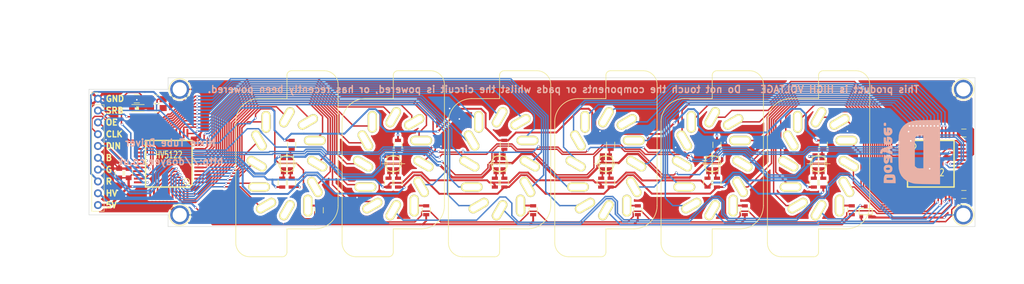
<source format=kicad_pcb>
(kicad_pcb (version 4) (host pcbnew 4.0.2-stable)
  (layers (0 F.Cu signal) (31 B.Cu signal) (34 B.Paste user) (35 F.Paste user) (36 B.SilkS user) (37 F.SilkS user) (38 B.Mask user) (39 F.Mask user) (44 Edge.Cuts user))
  (net 0 "")
  (net 1 +5V)
  (net 2 GND)
  (net 3 "Net-(D1-Pad2)")
  (net 4 "Net-(D1-Pad3)")
  (net 5 "Net-(D1-Pad4)")
  (net 6 "Net-(D2-Pad2)")
  (net 7 "Net-(D2-Pad3)")
  (net 8 "Net-(D2-Pad4)")
  (net 9 "Net-(D3-Pad2)")
  (net 10 "Net-(D3-Pad3)")
  (net 11 "Net-(D3-Pad4)")
  (net 12 "Net-(D4-Pad2)")
  (net 13 "Net-(D4-Pad3)")
  (net 14 "Net-(D4-Pad4)")
  (net 15 "Net-(D5-Pad2)")
  (net 16 "Net-(D6-Pad2)")
  (net 17 "Net-(D6-Pad3)")
  (net 18 "Net-(D6-Pad4)")
  (net 19 "Net-(D7-Pad2)")
  (net 20 "Net-(D7-Pad3)")
  (net 21 "Net-(D7-Pad4)")
  (net 22 /SRB)
  (net 23 /OE)
  (net 24 /CLK)
  (net 25 /DIN)
  (net 26 /B)
  (net 27 /G)
  (net 28 /R)
  (net 29 VPP)
  (net 30 /10)
  (net 31 /1)
  (net 32 /2)
  (net 33 /3)
  (net 34 /4)
  (net 35 /5)
  (net 36 /6)
  (net 37 /7)
  (net 38 /8)
  (net 39 /9)
  (net 40 "Net-(N1-PadA)")
  (net 41 /20)
  (net 42 /11)
  (net 43 /12)
  (net 44 /13)
  (net 45 /14)
  (net 46 /15)
  (net 47 /16)
  (net 48 /17)
  (net 49 /18)
  (net 50 /19)
  (net 51 "Net-(N2-PadA)")
  (net 52 /30)
  (net 53 /21)
  (net 54 /22)
  (net 55 /23)
  (net 56 /24)
  (net 57 /25)
  (net 58 /26)
  (net 59 /27)
  (net 60 /28)
  (net 61 /29)
  (net 62 "Net-(N3-PadA)")
  (net 63 /40)
  (net 64 /31)
  (net 65 /32)
  (net 66 /33)
  (net 67 /34)
  (net 68 /35)
  (net 69 /36)
  (net 70 /37)
  (net 71 /38)
  (net 72 /39)
  (net 73 "Net-(N4-PadA)")
  (net 74 /50)
  (net 75 /41)
  (net 76 /42)
  (net 77 /43)
  (net 78 /44)
  (net 79 /45)
  (net 80 /46)
  (net 81 /47)
  (net 82 /48)
  (net 83 /49)
  (net 84 "Net-(N5-PadA)")
  (net 85 /60)
  (net 86 /51)
  (net 87 /52)
  (net 88 /53)
  (net 89 /54)
  (net 90 /55)
  (net 91 /56)
  (net 92 /57)
  (net 93 /58)
  (net 94 /59)
  (net 95 "Net-(N6-PadA)")
  (net 96 "Net-(U2-Pad23)")
  (net 97 /DP1)
  (net 98 /DP2)
  (net 99 /DP3)
  (net 100 /DP4)
  (net 101 /DP5)
  (net 102 "Net-(Q1-Pad1)")
  (module Capacitors_SMD:C_0805 (layer F.Cu) (at 244.602 70.104 180)
    (fp_text reference C6 hide)
    (fp_text value 100nF hide)
    (pad 1 smd rect (at -1 0 180) (size 1 1.25) (layers F.Cu F.Paste F.Mask) (net 1 +5V))
    (pad 2 smd rect (at 1 0 180) (size 1 1.25) (layers F.Cu F.Paste F.Mask) (net 2 GND))
  )
  (module Capacitors_SMD:C_0805 (layer F.Cu) (at 62.992 65.532 90)
    (fp_text reference C7 hide)
    (fp_text value 100nF hide)
    (pad 1 smd rect (at -1 0 90) (size 1 1.25) (layers F.Cu F.Paste F.Mask) (net 1 +5V))
    (pad 2 smd rect (at 1 0 90) (size 1 1.25) (layers F.Cu F.Paste F.Mask) (net 2 GND))
  )
  (module Capacitors_SMD:C_0805 (layer F.Cu) (at 244.602 56.896)
    (fp_text reference C8 hide)
    (fp_text value 10nF hide)
    (pad 1 smd rect (at -1 0) (size 1 1.25) (layers F.Cu F.Paste F.Mask) (net 1 +5V))
    (pad 2 smd rect (at 1 0) (size 1 1.25) (layers F.Cu F.Paste F.Mask) (net 2 GND))
  )
  (module Capacitors_SMD:C_0805 (layer F.Cu) (at 65.024 65.532 90)
    (fp_text reference C9 hide)
    (fp_text value 10nF hide)
    (pad 1 smd rect (at -1 0 90) (size 1 1.25) (layers F.Cu F.Paste F.Mask) (net 1 +5V))
    (pad 2 smd rect (at 1 0 90) (size 1 1.25) (layers F.Cu F.Paste F.Mask) (net 2 GND))
  )
  (module doayee_n:RGB_LED_CA (layer F.Cu) (at 99.06 63.5 180)
    (fp_text reference D1 hide)
    (fp_text value Led_RGB_CA hide)
    (pad 2 smd rect (at -0.75 1.5 180) (size 1.1 1.5) (layers F.Cu F.Paste F.Mask) (net 3 "Net-(D1-Pad2)"))
    (pad 3 smd rect (at -0.75 -1.5 180) (size 1.1 1.5) (layers F.Cu F.Paste F.Mask) (net 4 "Net-(D1-Pad3)"))
    (pad 4 smd rect (at 0.75 -1.5 180) (size 1.1 1.5) (layers F.Cu F.Paste F.Mask) (net 5 "Net-(D1-Pad4)"))
    (pad 1 smd rect (at 0.75 1.5 180) (size 1.1 1.5) (layers F.Cu F.Paste F.Mask) (net 1 +5V))
  )
  (module doayee_n:RGB_LED_CA (layer F.Cu) (at 121.92 63.5 180)
    (fp_text reference D2 hide)
    (fp_text value Led_RGB_CA hide)
    (pad 2 smd rect (at -0.75 1.5 180) (size 1.1 1.5) (layers F.Cu F.Paste F.Mask) (net 6 "Net-(D2-Pad2)"))
    (pad 3 smd rect (at -0.75 -1.5 180) (size 1.1 1.5) (layers F.Cu F.Paste F.Mask) (net 7 "Net-(D2-Pad3)"))
    (pad 4 smd rect (at 0.75 -1.5 180) (size 1.1 1.5) (layers F.Cu F.Paste F.Mask) (net 8 "Net-(D2-Pad4)"))
    (pad 1 smd rect (at 0.75 1.5 180) (size 1.1 1.5) (layers F.Cu F.Paste F.Mask) (net 1 +5V))
  )
  (module doayee_n:RGB_LED_CA (layer F.Cu) (at 144.78 63.5 180)
    (fp_text reference D3 hide)
    (fp_text value Led_RGB_CA hide)
    (pad 2 smd rect (at -0.75 1.5 180) (size 1.1 1.5) (layers F.Cu F.Paste F.Mask) (net 9 "Net-(D3-Pad2)"))
    (pad 3 smd rect (at -0.75 -1.5 180) (size 1.1 1.5) (layers F.Cu F.Paste F.Mask) (net 10 "Net-(D3-Pad3)"))
    (pad 4 smd rect (at 0.75 -1.5 180) (size 1.1 1.5) (layers F.Cu F.Paste F.Mask) (net 11 "Net-(D3-Pad4)"))
    (pad 1 smd rect (at 0.75 1.5 180) (size 1.1 1.5) (layers F.Cu F.Paste F.Mask) (net 1 +5V))
  )
  (module doayee_n:RGB_LED_CA (layer F.Cu) (at 167.64 63.5 180)
    (fp_text reference D4 hide)
    (fp_text value Led_RGB_CA hide)
    (pad 2 smd rect (at -0.75 1.5 180) (size 1.1 1.5) (layers F.Cu F.Paste F.Mask) (net 12 "Net-(D4-Pad2)"))
    (pad 3 smd rect (at -0.75 -1.5 180) (size 1.1 1.5) (layers F.Cu F.Paste F.Mask) (net 13 "Net-(D4-Pad3)"))
    (pad 4 smd rect (at 0.75 -1.5 180) (size 1.1 1.5) (layers F.Cu F.Paste F.Mask) (net 14 "Net-(D4-Pad4)"))
    (pad 1 smd rect (at 0.75 1.5 180) (size 1.1 1.5) (layers F.Cu F.Paste F.Mask) (net 1 +5V))
  )
  (module LEDs:LED_0805 (layer F.Cu) (at 66.78168 51.52644 180)
    (fp_text reference D5 hide)
    (fp_text value LED hide)
    (pad 2 smd rect (at 1.04902 0) (size 1.19888 1.19888) (layers F.Cu F.Paste F.Mask) (net 15 "Net-(D5-Pad2)"))
    (pad 1 smd rect (at -1.04902 0) (size 1.19888 1.19888) (layers F.Cu F.Paste F.Mask) (net 2 GND))
  )
  (module doayee_n:RGB_LED_CA (layer F.Cu) (at 190.5 63.5 180)
    (fp_text reference D6 hide)
    (fp_text value Led_RGB_CA hide)
    (pad 2 smd rect (at -0.75 1.5 180) (size 1.1 1.5) (layers F.Cu F.Paste F.Mask) (net 16 "Net-(D6-Pad2)"))
    (pad 3 smd rect (at -0.75 -1.5 180) (size 1.1 1.5) (layers F.Cu F.Paste F.Mask) (net 17 "Net-(D6-Pad3)"))
    (pad 4 smd rect (at 0.75 -1.5 180) (size 1.1 1.5) (layers F.Cu F.Paste F.Mask) (net 18 "Net-(D6-Pad4)"))
    (pad 1 smd rect (at 0.75 1.5 180) (size 1.1 1.5) (layers F.Cu F.Paste F.Mask) (net 1 +5V))
  )
  (module doayee_n:RGB_LED_CA (layer F.Cu) (at 213.36 63.5 180)
    (fp_text reference D7 hide)
    (fp_text value Led_RGB_CA hide)
    (pad 2 smd rect (at -0.75 1.5 180) (size 1.1 1.5) (layers F.Cu F.Paste F.Mask) (net 19 "Net-(D7-Pad2)"))
    (pad 3 smd rect (at -0.75 -1.5 180) (size 1.1 1.5) (layers F.Cu F.Paste F.Mask) (net 20 "Net-(D7-Pad3)"))
    (pad 4 smd rect (at 0.75 -1.5 180) (size 1.1 1.5) (layers F.Cu F.Paste F.Mask) (net 21 "Net-(D7-Pad4)"))
    (pad 1 smd rect (at 0.75 1.5 180) (size 1.1 1.5) (layers F.Cu F.Paste F.Mask) (net 1 +5V))
  )
  (module Resistors_SMD:R_0805 (layer F.Cu) (at 100.076 59.436 90)
    (fp_text reference R1 hide)
    (fp_text value 100R hide)
    (pad 1 smd rect (at -0.95 0 90) (size 0.7 1.3) (layers F.Cu F.Paste F.Mask) (net 3 "Net-(D1-Pad2)"))
    (pad 2 smd rect (at 0.95 0 90) (size 0.7 1.3) (layers F.Cu F.Paste F.Mask) (net 28 /R))
  )
  (module Resistors_SMD:R_0805 (layer F.Cu) (at 100.076 67.564 270)
    (fp_text reference R2 hide)
    (fp_text value 120R hide)
    (pad 1 smd rect (at -0.95 0 270) (size 0.7 1.3) (layers F.Cu F.Paste F.Mask) (net 4 "Net-(D1-Pad3)"))
    (pad 2 smd rect (at 0.95 0 270) (size 0.7 1.3) (layers F.Cu F.Paste F.Mask) (net 27 /G))
  )
  (module Resistors_SMD:R_0805 (layer F.Cu) (at 98.044 67.564 270)
    (fp_text reference R3 hide)
    (fp_text value 120R hide)
    (pad 1 smd rect (at -0.95 0 270) (size 0.7 1.3) (layers F.Cu F.Paste F.Mask) (net 5 "Net-(D1-Pad4)"))
    (pad 2 smd rect (at 0.95 0 270) (size 0.7 1.3) (layers F.Cu F.Paste F.Mask) (net 26 /B))
  )
  (module Resistors_SMD:R_0805 (layer F.Cu) (at 106 73.5 90)
    (fp_text reference R4 (at 0 -2.1 90) (layer F.SilkS))
    (fp_text value 1K5 hide)
    (pad 1 smd rect (at -0.95 0 90) (size 0.7 1.3) (layers F.Cu F.Paste F.Mask) (net 29 VPP))
    (pad 2 smd rect (at 0.95 0 90) (size 0.7 1.3) (layers F.Cu F.Paste F.Mask) (net 40 "Net-(N1-PadA)"))
  )
  (module Resistors_SMD:R_0805 (layer F.Cu) (at 129 73.5 90)
    (fp_text reference R5 (at 0 -2.1 90) (layer F.SilkS))
    (fp_text value 1K5 hide)
    (pad 1 smd rect (at -0.95 0 90) (size 0.7 1.3) (layers F.Cu F.Paste F.Mask) (net 29 VPP))
    (pad 2 smd rect (at 0.95 0 90) (size 0.7 1.3) (layers F.Cu F.Paste F.Mask) (net 51 "Net-(N2-PadA)"))
  )
  (module Resistors_SMD:R_0805 (layer F.Cu) (at 152 73.5 90)
    (fp_text reference R6 (at 0 -2.1 90) (layer F.SilkS))
    (fp_text value 1K5 hide)
    (pad 1 smd rect (at -0.95 0 90) (size 0.7 1.3) (layers F.Cu F.Paste F.Mask) (net 29 VPP))
    (pad 2 smd rect (at 0.95 0 90) (size 0.7 1.3) (layers F.Cu F.Paste F.Mask) (net 62 "Net-(N3-PadA)"))
  )
  (module Resistors_SMD:R_0805 (layer F.Cu) (at 174.5 73.5 90)
    (fp_text reference R7 (at 0 -2.1 90) (layer F.SilkS))
    (fp_text value 1K5 hide)
    (pad 1 smd rect (at -0.95 0 90) (size 0.7 1.3) (layers F.Cu F.Paste F.Mask) (net 29 VPP))
    (pad 2 smd rect (at 0.95 0 90) (size 0.7 1.3) (layers F.Cu F.Paste F.Mask) (net 73 "Net-(N4-PadA)"))
  )
  (module Resistors_SMD:R_0805 (layer F.Cu) (at 197.5 73.5 90)
    (fp_text reference R8 (at 0 -2.1 90) (layer F.SilkS))
    (fp_text value 1K5 hide)
    (pad 1 smd rect (at -0.95 0 90) (size 0.7 1.3) (layers F.Cu F.Paste F.Mask) (net 29 VPP))
    (pad 2 smd rect (at 0.95 0 90) (size 0.7 1.3) (layers F.Cu F.Paste F.Mask) (net 84 "Net-(N5-PadA)"))
  )
  (module Resistors_SMD:R_0805 (layer F.Cu) (at 220.5 73.5 90)
    (fp_text reference R9 (at 0 -2.1 90) (layer F.SilkS))
    (fp_text value 1K5 hide)
    (pad 1 smd rect (at -0.95 0 90) (size 0.7 1.3) (layers F.Cu F.Paste F.Mask) (net 29 VPP))
    (pad 2 smd rect (at 0.95 0 90) (size 0.7 1.3) (layers F.Cu F.Paste F.Mask) (net 95 "Net-(N6-PadA)"))
  )
  (module Resistors_SMD:R_0805 (layer F.Cu) (at 122.936 59.436 90)
    (fp_text reference R10 hide)
    (fp_text value 100R hide)
    (pad 1 smd rect (at -0.95 0 90) (size 0.7 1.3) (layers F.Cu F.Paste F.Mask) (net 6 "Net-(D2-Pad2)"))
    (pad 2 smd rect (at 0.95 0 90) (size 0.7 1.3) (layers F.Cu F.Paste F.Mask) (net 28 /R))
  )
  (module Resistors_SMD:R_0805 (layer F.Cu) (at 122.936 67.564 270)
    (fp_text reference R11 hide)
    (fp_text value 120R hide)
    (pad 1 smd rect (at -0.95 0 270) (size 0.7 1.3) (layers F.Cu F.Paste F.Mask) (net 7 "Net-(D2-Pad3)"))
    (pad 2 smd rect (at 0.95 0 270) (size 0.7 1.3) (layers F.Cu F.Paste F.Mask) (net 27 /G))
  )
  (module Resistors_SMD:R_0805 (layer F.Cu) (at 120.904 67.564 270)
    (fp_text reference R12 hide)
    (fp_text value 120R hide)
    (pad 1 smd rect (at -0.95 0 270) (size 0.7 1.3) (layers F.Cu F.Paste F.Mask) (net 8 "Net-(D2-Pad4)"))
    (pad 2 smd rect (at 0.95 0 270) (size 0.7 1.3) (layers F.Cu F.Paste F.Mask) (net 26 /B))
  )
  (module Resistors_SMD:R_0805 (layer F.Cu) (at 145.796 59.436 90)
    (fp_text reference R13 hide)
    (fp_text value 100R hide)
    (pad 1 smd rect (at -0.95 0 90) (size 0.7 1.3) (layers F.Cu F.Paste F.Mask) (net 9 "Net-(D3-Pad2)"))
    (pad 2 smd rect (at 0.95 0 90) (size 0.7 1.3) (layers F.Cu F.Paste F.Mask) (net 28 /R))
  )
  (module Resistors_SMD:R_0805 (layer F.Cu) (at 145.796 67.564 270)
    (fp_text reference R14 hide)
    (fp_text value 120R hide)
    (pad 1 smd rect (at -0.95 0 270) (size 0.7 1.3) (layers F.Cu F.Paste F.Mask) (net 10 "Net-(D3-Pad3)"))
    (pad 2 smd rect (at 0.95 0 270) (size 0.7 1.3) (layers F.Cu F.Paste F.Mask) (net 27 /G))
  )
  (module Resistors_SMD:R_0805 (layer F.Cu) (at 143.764 67.564 270)
    (fp_text reference R15 hide)
    (fp_text value 120R hide)
    (pad 1 smd rect (at -0.95 0 270) (size 0.7 1.3) (layers F.Cu F.Paste F.Mask) (net 11 "Net-(D3-Pad4)"))
    (pad 2 smd rect (at 0.95 0 270) (size 0.7 1.3) (layers F.Cu F.Paste F.Mask) (net 26 /B))
  )
  (module Resistors_SMD:R_0805 (layer F.Cu) (at 168.656 59.436 90)
    (fp_text reference R16 hide)
    (fp_text value 100R hide)
    (pad 1 smd rect (at -0.95 0 90) (size 0.7 1.3) (layers F.Cu F.Paste F.Mask) (net 12 "Net-(D4-Pad2)"))
    (pad 2 smd rect (at 0.95 0 90) (size 0.7 1.3) (layers F.Cu F.Paste F.Mask) (net 28 /R))
  )
  (module Resistors_SMD:R_0805 (layer F.Cu) (at 168.656 67.564 270)
    (fp_text reference R17 hide)
    (fp_text value 120R hide)
    (pad 1 smd rect (at -0.95 0 270) (size 0.7 1.3) (layers F.Cu F.Paste F.Mask) (net 13 "Net-(D4-Pad3)"))
    (pad 2 smd rect (at 0.95 0 270) (size 0.7 1.3) (layers F.Cu F.Paste F.Mask) (net 27 /G))
  )
  (module Resistors_SMD:R_0805 (layer F.Cu) (at 66.77406 49.53762)
    (fp_text reference R18 hide)
    (fp_text value 120R hide)
    (pad 1 smd rect (at -0.95 0) (size 0.7 1.3) (layers F.Cu F.Paste F.Mask) (net 15 "Net-(D5-Pad2)"))
    (pad 2 smd rect (at 0.95 0) (size 0.7 1.3) (layers F.Cu F.Paste F.Mask) (net 1 +5V))
  )
  (module Resistors_SMD:R_0805 (layer F.Cu) (at 166.624 67.564 270)
    (fp_text reference R19 hide)
    (fp_text value 120R hide)
    (pad 1 smd rect (at -0.95 0 270) (size 0.7 1.3) (layers F.Cu F.Paste F.Mask) (net 14 "Net-(D4-Pad4)"))
    (pad 2 smd rect (at 0.95 0 270) (size 0.7 1.3) (layers F.Cu F.Paste F.Mask) (net 26 /B))
  )
  (module Resistors_SMD:R_0805 (layer F.Cu) (at 191.516 59.436 90)
    (fp_text reference R20 hide)
    (fp_text value 100R hide)
    (pad 1 smd rect (at -0.95 0 90) (size 0.7 1.3) (layers F.Cu F.Paste F.Mask) (net 16 "Net-(D6-Pad2)"))
    (pad 2 smd rect (at 0.95 0 90) (size 0.7 1.3) (layers F.Cu F.Paste F.Mask) (net 28 /R))
  )
  (module Resistors_SMD:R_0805 (layer F.Cu) (at 191.516 67.564 270)
    (fp_text reference R21 hide)
    (fp_text value 120R hide)
    (pad 1 smd rect (at -0.95 0 270) (size 0.7 1.3) (layers F.Cu F.Paste F.Mask) (net 17 "Net-(D6-Pad3)"))
    (pad 2 smd rect (at 0.95 0 270) (size 0.7 1.3) (layers F.Cu F.Paste F.Mask) (net 27 /G))
  )
  (module Resistors_SMD:R_0805 (layer F.Cu) (at 189.484 67.564 270)
    (fp_text reference R22 hide)
    (fp_text value 120R hide)
    (pad 1 smd rect (at -0.95 0 270) (size 0.7 1.3) (layers F.Cu F.Paste F.Mask) (net 18 "Net-(D6-Pad4)"))
    (pad 2 smd rect (at 0.95 0 270) (size 0.7 1.3) (layers F.Cu F.Paste F.Mask) (net 26 /B))
  )
  (module Resistors_SMD:R_0805 (layer F.Cu) (at 214.376 59.436 90)
    (fp_text reference R23 hide)
    (fp_text value 100R hide)
    (pad 1 smd rect (at -0.95 0 90) (size 0.7 1.3) (layers F.Cu F.Paste F.Mask) (net 19 "Net-(D7-Pad2)"))
    (pad 2 smd rect (at 0.95 0 90) (size 0.7 1.3) (layers F.Cu F.Paste F.Mask) (net 28 /R))
  )
  (module Resistors_SMD:R_0805 (layer F.Cu) (at 214.376 67.564 270)
    (fp_text reference R24 hide)
    (fp_text value 120R hide)
    (pad 1 smd rect (at -0.95 0 270) (size 0.7 1.3) (layers F.Cu F.Paste F.Mask) (net 20 "Net-(D7-Pad3)"))
    (pad 2 smd rect (at 0.95 0 270) (size 0.7 1.3) (layers F.Cu F.Paste F.Mask) (net 27 /G))
  )
  (module Resistors_SMD:R_0805 (layer F.Cu) (at 212.344 67.564 270)
    (fp_text reference R25 hide)
    (fp_text value 120R hide)
    (pad 1 smd rect (at -0.95 0 270) (size 0.7 1.3) (layers F.Cu F.Paste F.Mask) (net 21 "Net-(D7-Pad4)"))
    (pad 2 smd rect (at 0.95 0 270) (size 0.7 1.3) (layers F.Cu F.Paste F.Mask) (net 26 /B))
  )
  (module doayee_n:HV5122 (layer F.Cu) (at 73.66 63.5 180)
    (fp_text reference U2 hide)
    (fp_text value HV5122 (at 0 1.905 180) (layer F.SilkS) (effects (font (size 1.524 1.016) (thickness 0.2032))))
    (pad 39 smd rect (at 0 -6.5 180) (size 0.4064 2) (layers F.Cu F.Paste F.Mask) (net 35 /5))
    (pad 40 smd rect (at -0.8001 -6.5 180) (size 0.4064 2) (layers F.Cu F.Paste F.Mask) (net 36 /6))
    (pad 41 smd rect (at -1.6002 -6.5 180) (size 0.4064 2) (layers F.Cu F.Paste F.Mask) (net 37 /7))
    (pad 42 smd rect (at -2.4003 -6.5 180) (size 0.4064 2) (layers F.Cu F.Paste F.Mask) (net 38 /8))
    (pad 43 smd rect (at -3.2004 -6.5 180) (size 0.4064 2) (layers F.Cu F.Paste F.Mask) (net 39 /9))
    (pad 44 smd rect (at -4.0005 -6.5 180) (size 0.4064 2) (layers F.Cu F.Paste F.Mask) (net 30 /10))
    (pad 38 smd rect (at 0.8001 -6.5 180) (size 0.4064 2) (layers F.Cu F.Paste F.Mask) (net 34 /4))
    (pad 37 smd rect (at 1.6002 -6.5 180) (size 0.4064 2) (layers F.Cu F.Paste F.Mask) (net 33 /3))
    (pad 36 smd rect (at 2.4003 -6.5 180) (size 0.4064 2) (layers F.Cu F.Paste F.Mask) (net 32 /2))
    (pad 35 smd rect (at 3.2004 -6.5 180) (size 0.4064 2) (layers F.Cu F.Paste F.Mask) (net 31 /1))
    (pad 34 smd rect (at 4.0005 -6.5 180) (size 0.4064 2) (layers F.Cu F.Paste F.Mask))
    (pad 17 smd rect (at 0 6.5 180) (size 0.4064 2) (layers F.Cu F.Paste F.Mask) (net 59 /27))
    (pad 16 smd rect (at -0.8001 6.5 180) (size 0.4064 2) (layers F.Cu F.Paste F.Mask) (net 58 /26))
    (pad 15 smd rect (at -1.6002 6.5 180) (size 0.4064 2) (layers F.Cu F.Paste F.Mask) (net 57 /25))
    (pad 14 smd rect (at -2.4003 6.5 180) (size 0.4064 2) (layers F.Cu F.Paste F.Mask) (net 56 /24))
    (pad 13 smd rect (at -3.2004 6.5 180) (size 0.4064 2) (layers F.Cu F.Paste F.Mask) (net 55 /23))
    (pad 12 smd rect (at -4.0005 6.5 180) (size 0.4064 2) (layers F.Cu F.Paste F.Mask) (net 54 /22))
    (pad 18 smd rect (at 0.8001 6.5 180) (size 0.4064 2) (layers F.Cu F.Paste F.Mask) (net 60 /28))
    (pad 19 smd rect (at 1.6002 6.5 180) (size 0.4064 2) (layers F.Cu F.Paste F.Mask) (net 61 /29))
    (pad 20 smd rect (at 2.4003 6.5 180) (size 0.4064 2) (layers F.Cu F.Paste F.Mask) (net 52 /30))
    (pad 21 smd rect (at 3.2004 6.5 180) (size 0.4064 2) (layers F.Cu F.Paste F.Mask) (net 64 /31))
    (pad 22 smd rect (at 4.0005 6.5 180) (size 0.4064 2) (layers F.Cu F.Paste F.Mask) (net 65 /32))
    (pad 6 smd rect (at -6.5 0 180) (size 2 0.4064) (layers F.Cu F.Paste F.Mask) (net 47 /16))
    (pad 28 smd rect (at 6.5 0 180) (size 2 0.4064) (layers F.Cu F.Paste F.Mask) (net 23 /OE))
    (pad 7 smd rect (at -6.5 0.8001 180) (size 2 0.4064) (layers F.Cu F.Paste F.Mask) (net 48 /17))
    (pad 27 smd rect (at 6.5 0.8 180) (size 2 0.4064) (layers F.Cu F.Paste F.Mask))
    (pad 26 smd rect (at 6.5 1.6 180) (size 2 0.4064) (layers F.Cu F.Paste F.Mask))
    (pad 8 smd rect (at -6.5 1.6002 180) (size 2 0.4064) (layers F.Cu F.Paste F.Mask) (net 49 /18))
    (pad 9 smd rect (at -6.5 2.4003 180) (size 2 0.4064) (layers F.Cu F.Paste F.Mask) (net 50 /19))
    (pad 25 smd rect (at 6.5 2.4 180) (size 2 0.4064) (layers F.Cu F.Paste F.Mask))
    (pad 24 smd rect (at 6.5 3.2 180) (size 2 0.4064) (layers F.Cu F.Paste F.Mask))
    (pad 10 smd rect (at -6.5 3.2004 180) (size 2 0.4064) (layers F.Cu F.Paste F.Mask) (net 41 /20))
    (pad 11 smd rect (at -6.5 4.0005 180) (size 2 0.4064) (layers F.Cu F.Paste F.Mask) (net 53 /21))
    (pad 23 smd rect (at 6.5 4 180) (size 2 0.4064) (layers F.Cu F.Paste F.Mask) (net 96 "Net-(U2-Pad23)"))
    (pad 29 smd rect (at 6.5 -0.8 180) (size 2 0.4064) (layers F.Cu F.Paste F.Mask) (net 24 /CLK))
    (pad 5 smd rect (at -6.5 -0.8001 180) (size 2 0.4064) (layers F.Cu F.Paste F.Mask) (net 46 /15))
    (pad 4 smd rect (at -6.5 -1.6002 180) (size 2 0.4064) (layers F.Cu F.Paste F.Mask) (net 45 /14))
    (pad 30 smd rect (at 6.5 -1.6 180) (size 2 0.4064) (layers F.Cu F.Paste F.Mask) (net 2 GND))
    (pad 31 smd rect (at 6.5 -2.4 180) (size 2 0.4064) (layers F.Cu F.Paste F.Mask) (net 1 +5V))
    (pad 3 smd rect (at -6.5 -2.4003 180) (size 2 0.4064) (layers F.Cu F.Paste F.Mask) (net 44 /13))
    (pad 2 smd rect (at -6.5 -3.2004 180) (size 2 0.4064) (layers F.Cu F.Paste F.Mask) (net 43 /12))
    (pad 32 smd rect (at 6.5 -3.2 180) (size 2 0.4064) (layers F.Cu F.Paste F.Mask) (net 22 /SRB))
    (pad 33 smd rect (at 6.5 -4 180) (size 2 0.4064) (layers F.Cu F.Paste F.Mask) (net 25 /DIN))
    (pad 1 smd rect (at -6.5 -4.0005 180) (size 2 0.4064) (layers F.Cu F.Paste F.Mask) (net 42 /11))
  )
  (module doayee_n:HV5122 (layer F.Cu) (at 237.49 63.5)
    (fp_text reference U3 hide)
    (fp_text value HV5122 (at 0 1.905) (layer F.SilkS) (effects (font (size 1.524 1.016) (thickness 0.2032))))
    (pad 39 smd rect (at 0 -6.5) (size 0.4064 2) (layers F.Cu F.Paste F.Mask) (net 70 /37))
    (pad 40 smd rect (at -0.8001 -6.5) (size 0.4064 2) (layers F.Cu F.Paste F.Mask) (net 71 /38))
    (pad 41 smd rect (at -1.6002 -6.5) (size 0.4064 2) (layers F.Cu F.Paste F.Mask) (net 72 /39))
    (pad 42 smd rect (at -2.4003 -6.5) (size 0.4064 2) (layers F.Cu F.Paste F.Mask) (net 63 /40))
    (pad 43 smd rect (at -3.2004 -6.5) (size 0.4064 2) (layers F.Cu F.Paste F.Mask) (net 75 /41))
    (pad 44 smd rect (at -4.0005 -6.5) (size 0.4064 2) (layers F.Cu F.Paste F.Mask) (net 76 /42))
    (pad 38 smd rect (at 0.8001 -6.5) (size 0.4064 2) (layers F.Cu F.Paste F.Mask) (net 69 /36))
    (pad 37 smd rect (at 1.6002 -6.5) (size 0.4064 2) (layers F.Cu F.Paste F.Mask) (net 68 /35))
    (pad 36 smd rect (at 2.4003 -6.5) (size 0.4064 2) (layers F.Cu F.Paste F.Mask) (net 67 /34))
    (pad 35 smd rect (at 3.2004 -6.5) (size 0.4064 2) (layers F.Cu F.Paste F.Mask) (net 66 /33))
    (pad 34 smd rect (at 4.0005 -6.5) (size 0.4064 2) (layers F.Cu F.Paste F.Mask))
    (pad 17 smd rect (at 0 6.5) (size 0.4064 2) (layers F.Cu F.Paste F.Mask) (net 94 /59))
    (pad 16 smd rect (at -0.8001 6.5) (size 0.4064 2) (layers F.Cu F.Paste F.Mask) (net 93 /58))
    (pad 15 smd rect (at -1.6002 6.5) (size 0.4064 2) (layers F.Cu F.Paste F.Mask) (net 92 /57))
    (pad 14 smd rect (at -2.4003 6.5) (size 0.4064 2) (layers F.Cu F.Paste F.Mask) (net 91 /56))
    (pad 13 smd rect (at -3.2004 6.5) (size 0.4064 2) (layers F.Cu F.Paste F.Mask) (net 90 /55))
    (pad 12 smd rect (at -4.0005 6.5) (size 0.4064 2) (layers F.Cu F.Paste F.Mask) (net 89 /54))
    (pad 18 smd rect (at 0.8001 6.5) (size 0.4064 2) (layers F.Cu F.Paste F.Mask) (net 85 /60))
    (pad 19 smd rect (at 1.6002 6.5) (size 0.4064 2) (layers F.Cu F.Paste F.Mask) (net 97 /DP1))
    (pad 20 smd rect (at 2.4003 6.5) (size 0.4064 2) (layers F.Cu F.Paste F.Mask) (net 98 /DP2))
    (pad 21 smd rect (at 3.2004 6.5) (size 0.4064 2) (layers F.Cu F.Paste F.Mask) (net 99 /DP3))
    (pad 22 smd rect (at 4.0005 6.5) (size 0.4064 2) (layers F.Cu F.Paste F.Mask) (net 100 /DP4))
    (pad 6 smd rect (at -6.5 0) (size 2 0.4064) (layers F.Cu F.Paste F.Mask) (net 82 /48))
    (pad 28 smd rect (at 6.5 0) (size 2 0.4064) (layers F.Cu F.Paste F.Mask) (net 23 /OE))
    (pad 7 smd rect (at -6.5 0.8001) (size 2 0.4064) (layers F.Cu F.Paste F.Mask) (net 83 /49))
    (pad 27 smd rect (at 6.5 0.8) (size 2 0.4064) (layers F.Cu F.Paste F.Mask))
    (pad 26 smd rect (at 6.5 1.6) (size 2 0.4064) (layers F.Cu F.Paste F.Mask))
    (pad 8 smd rect (at -6.5 1.6002) (size 2 0.4064) (layers F.Cu F.Paste F.Mask) (net 74 /50))
    (pad 9 smd rect (at -6.5 2.4003) (size 2 0.4064) (layers F.Cu F.Paste F.Mask) (net 86 /51))
    (pad 25 smd rect (at 6.5 2.4) (size 2 0.4064) (layers F.Cu F.Paste F.Mask))
    (pad 24 smd rect (at 6.5 3.2) (size 2 0.4064) (layers F.Cu F.Paste F.Mask))
    (pad 10 smd rect (at -6.5 3.2004) (size 2 0.4064) (layers F.Cu F.Paste F.Mask) (net 87 /52))
    (pad 11 smd rect (at -6.5 4.0005) (size 2 0.4064) (layers F.Cu F.Paste F.Mask) (net 88 /53))
    (pad 23 smd rect (at 6.5 4) (size 2 0.4064) (layers F.Cu F.Paste F.Mask) (net 102 "Net-(Q1-Pad1)"))
    (pad 29 smd rect (at 6.5 -0.8) (size 2 0.4064) (layers F.Cu F.Paste F.Mask) (net 24 /CLK))
    (pad 5 smd rect (at -6.5 -0.8001) (size 2 0.4064) (layers F.Cu F.Paste F.Mask) (net 81 /47))
    (pad 4 smd rect (at -6.5 -1.6002) (size 2 0.4064) (layers F.Cu F.Paste F.Mask) (net 80 /46))
    (pad 30 smd rect (at 6.5 -1.6) (size 2 0.4064) (layers F.Cu F.Paste F.Mask) (net 2 GND))
    (pad 31 smd rect (at 6.5 -2.4) (size 2 0.4064) (layers F.Cu F.Paste F.Mask) (net 1 +5V))
    (pad 3 smd rect (at -6.5 -2.4003) (size 2 0.4064) (layers F.Cu F.Paste F.Mask) (net 79 /45))
    (pad 2 smd rect (at -6.5 -3.2004) (size 2 0.4064) (layers F.Cu F.Paste F.Mask) (net 78 /44))
    (pad 32 smd rect (at 6.5 -3.2) (size 2 0.4064) (layers F.Cu F.Paste F.Mask) (net 22 /SRB))
    (pad 33 smd rect (at 6.5 -4) (size 2 0.4064) (layers F.Cu F.Paste F.Mask) (net 96 "Net-(U2-Pad23)"))
    (pad 1 smd rect (at -6.5 -4.0005) (size 2 0.4064) (layers F.Cu F.Paste F.Mask) (net 77 /43))
  )
  (module doayee_n:nixie_in12b_measured (layer F.Cu) (at 99.06 63.5)
    (fp_text reference N1 hide)
    (fp_text value IN-12B hide)
    (pad 0 thru_hole oval (at 6 5 120) (size 4.7 2) (drill oval 4 1.3) (layers *.Cu *.Mask F.Paste F.SilkS) (net 30 /10))
    (pad 1 thru_hole oval (at -4.5 9 30) (size 4.7 2) (drill oval 4 1.3) (layers *.Cu *.Mask F.Paste F.SilkS) (net 31 /1))
    (pad 2 thru_hole oval (at -6 5) (size 4.7 2) (drill oval 4 1.3) (layers *.Cu *.Mask F.Paste F.SilkS) (net 32 /2))
    (pad 3 thru_hole oval (at -6.5 0 150) (size 4.7 2) (drill oval 4 1.3) (layers *.Cu *.Mask F.Paste F.SilkS) (net 33 /3))
    (pad 4 thru_hole oval (at -6 -5 120) (size 4.7 2) (drill oval 4 1.3) (layers *.Cu *.Mask F.Paste F.SilkS) (net 34 /4))
    (pad 5 thru_hole oval (at -4.5 -9 90) (size 4.7 2) (drill oval 4 1.3) (layers *.Cu *.Mask F.Paste F.SilkS) (net 35 /5))
    (pad 6 thru_hole oval (at 0 -10 60) (size 4.7 2) (drill oval 4 1.3) (layers *.Cu *.Mask F.Paste F.SilkS) (net 36 /6))
    (pad 7 thru_hole oval (at 4.5 -9 30) (size 4.7 2) (drill oval 4 1.3) (layers *.Cu *.Mask F.Paste F.SilkS) (net 37 /7))
    (pad 8 thru_hole oval (at 6 -5) (size 4.7 2) (drill oval 4 1.3) (layers *.Cu *.Mask F.Paste F.SilkS) (net 38 /8))
    (pad 9 thru_hole oval (at 6.5 0 150) (size 4.7 2) (drill oval 4 1.3) (layers *.Cu *.Mask F.Paste F.SilkS) (net 39 /9))
    (pad A thru_hole oval (at 4.5 9 90) (size 4.7 2) (drill oval 4 1.3) (layers *.Cu *.Mask F.Paste F.SilkS) (net 40 "Net-(N1-PadA)"))
    (pad LHDP thru_hole oval (at 0 10 60) (size 4.7 2) (drill oval 4 1.3) (layers *.Cu *.Mask F.Paste F.SilkS))
  )
  (module doayee_n:nixie_in12b_measured (layer F.Cu) (at 144.78 63.5)
    (fp_text reference N3 hide)
    (fp_text value IN-12B hide)
    (pad 0 thru_hole oval (at 6 5 120) (size 4.7 2) (drill oval 4 1.3) (layers *.Cu *.Mask F.Paste F.SilkS) (net 52 /30))
    (pad 1 thru_hole oval (at -4.5 9 30) (size 4.7 2) (drill oval 4 1.3) (layers *.Cu *.Mask F.Paste F.SilkS) (net 53 /21))
    (pad 2 thru_hole oval (at -6 5) (size 4.7 2) (drill oval 4 1.3) (layers *.Cu *.Mask F.Paste F.SilkS) (net 54 /22))
    (pad 3 thru_hole oval (at -6.5 0 150) (size 4.7 2) (drill oval 4 1.3) (layers *.Cu *.Mask F.Paste F.SilkS) (net 55 /23))
    (pad 4 thru_hole oval (at -6 -5 120) (size 4.7 2) (drill oval 4 1.3) (layers *.Cu *.Mask F.Paste F.SilkS) (net 56 /24))
    (pad 5 thru_hole oval (at -4.5 -9 90) (size 4.7 2) (drill oval 4 1.3) (layers *.Cu *.Mask F.Paste F.SilkS) (net 57 /25))
    (pad 6 thru_hole oval (at 0 -10 60) (size 4.7 2) (drill oval 4 1.3) (layers *.Cu *.Mask F.Paste F.SilkS) (net 58 /26))
    (pad 7 thru_hole oval (at 4.5 -9 30) (size 4.7 2) (drill oval 4 1.3) (layers *.Cu *.Mask F.Paste F.SilkS) (net 59 /27))
    (pad 8 thru_hole oval (at 6 -5) (size 4.7 2) (drill oval 4 1.3) (layers *.Cu *.Mask F.Paste F.SilkS) (net 60 /28))
    (pad 9 thru_hole oval (at 6.5 0 150) (size 4.7 2) (drill oval 4 1.3) (layers *.Cu *.Mask F.Paste F.SilkS) (net 61 /29))
    (pad A thru_hole oval (at 4.5 9 90) (size 4.7 2) (drill oval 4 1.3) (layers *.Cu *.Mask F.Paste F.SilkS) (net 62 "Net-(N3-PadA)"))
    (pad LHDP thru_hole oval (at 0 10 60) (size 4.7 2) (drill oval 4 1.3) (layers *.Cu *.Mask F.Paste F.SilkS) (net 98 /DP2))
  )
  (module doayee_n:nixie_in12b_measured (layer F.Cu) (at 167.64 63.5)
    (fp_text reference N4 hide)
    (fp_text value IN-12B hide)
    (pad 0 thru_hole oval (at 6 5 120) (size 4.7 2) (drill oval 4 1.3) (layers *.Cu *.Mask F.Paste F.SilkS) (net 63 /40))
    (pad 1 thru_hole oval (at -4.5 9 30) (size 4.7 2) (drill oval 4 1.3) (layers *.Cu *.Mask F.Paste F.SilkS) (net 64 /31))
    (pad 2 thru_hole oval (at -6 5) (size 4.7 2) (drill oval 4 1.3) (layers *.Cu *.Mask F.Paste F.SilkS) (net 65 /32))
    (pad 3 thru_hole oval (at -6.5 0 150) (size 4.7 2) (drill oval 4 1.3) (layers *.Cu *.Mask F.Paste F.SilkS) (net 66 /33))
    (pad 4 thru_hole oval (at -6 -5 120) (size 4.7 2) (drill oval 4 1.3) (layers *.Cu *.Mask F.Paste F.SilkS) (net 67 /34))
    (pad 5 thru_hole oval (at -4.5 -9 90) (size 4.7 2) (drill oval 4 1.3) (layers *.Cu *.Mask F.Paste F.SilkS) (net 68 /35))
    (pad 6 thru_hole oval (at 0 -10 60) (size 4.7 2) (drill oval 4 1.3) (layers *.Cu *.Mask F.Paste F.SilkS) (net 69 /36))
    (pad 7 thru_hole oval (at 4.5 -9 30) (size 4.7 2) (drill oval 4 1.3) (layers *.Cu *.Mask F.Paste F.SilkS) (net 70 /37))
    (pad 8 thru_hole oval (at 6 -5) (size 4.7 2) (drill oval 4 1.3) (layers *.Cu *.Mask F.Paste F.SilkS) (net 71 /38))
    (pad 9 thru_hole oval (at 6.5 0 150) (size 4.7 2) (drill oval 4 1.3) (layers *.Cu *.Mask F.Paste F.SilkS) (net 72 /39))
    (pad A thru_hole oval (at 4.5 9 90) (size 4.7 2) (drill oval 4 1.3) (layers *.Cu *.Mask F.Paste F.SilkS) (net 73 "Net-(N4-PadA)"))
    (pad LHDP thru_hole oval (at 0 10 60) (size 4.7 2) (drill oval 4 1.3) (layers *.Cu *.Mask F.Paste F.SilkS) (net 99 /DP3))
  )
  (module doayee_n:nixie_in12b_measured (layer F.Cu) (at 190.5 63.5)
    (fp_text reference N5 hide)
    (fp_text value IN-12B hide)
    (pad 0 thru_hole oval (at 6 5 120) (size 4.7 2) (drill oval 4 1.3) (layers *.Cu *.Mask F.Paste F.SilkS) (net 74 /50))
    (pad 1 thru_hole oval (at -4.5 9 30) (size 4.7 2) (drill oval 4 1.3) (layers *.Cu *.Mask F.Paste F.SilkS) (net 75 /41))
    (pad 2 thru_hole oval (at -6 5) (size 4.7 2) (drill oval 4 1.3) (layers *.Cu *.Mask F.Paste F.SilkS) (net 76 /42))
    (pad 3 thru_hole oval (at -6.5 0 150) (size 4.7 2) (drill oval 4 1.3) (layers *.Cu *.Mask F.Paste F.SilkS) (net 77 /43))
    (pad 4 thru_hole oval (at -6 -5 120) (size 4.7 2) (drill oval 4 1.3) (layers *.Cu *.Mask F.Paste F.SilkS) (net 78 /44))
    (pad 5 thru_hole oval (at -4.5 -9 90) (size 4.7 2) (drill oval 4 1.3) (layers *.Cu *.Mask F.Paste F.SilkS) (net 79 /45))
    (pad 6 thru_hole oval (at 0 -10 60) (size 4.7 2) (drill oval 4 1.3) (layers *.Cu *.Mask F.Paste F.SilkS) (net 80 /46))
    (pad 7 thru_hole oval (at 4.5 -9 30) (size 4.7 2) (drill oval 4 1.3) (layers *.Cu *.Mask F.Paste F.SilkS) (net 81 /47))
    (pad 8 thru_hole oval (at 6 -5) (size 4.7 2) (drill oval 4 1.3) (layers *.Cu *.Mask F.Paste F.SilkS) (net 82 /48))
    (pad 9 thru_hole oval (at 6.5 0 150) (size 4.7 2) (drill oval 4 1.3) (layers *.Cu *.Mask F.Paste F.SilkS) (net 83 /49))
    (pad A thru_hole oval (at 4.5 9 90) (size 4.7 2) (drill oval 4 1.3) (layers *.Cu *.Mask F.Paste F.SilkS) (net 84 "Net-(N5-PadA)"))
    (pad LHDP thru_hole oval (at 0 10 60) (size 4.7 2) (drill oval 4 1.3) (layers *.Cu *.Mask F.Paste F.SilkS) (net 100 /DP4))
  )
  (module doayee_n:nixie_in12b_measured (layer F.Cu) (at 213.36 63.5)
    (fp_text reference N6 hide)
    (fp_text value IN-12B hide)
    (pad 0 thru_hole oval (at 6 5 120) (size 4.7 2) (drill oval 4 1.3) (layers *.Cu *.Mask F.Paste F.SilkS) (net 85 /60))
    (pad 1 thru_hole oval (at -4.5 9 30) (size 4.7 2) (drill oval 4 1.3) (layers *.Cu *.Mask F.Paste F.SilkS) (net 86 /51))
    (pad 2 thru_hole oval (at -6 5) (size 4.7 2) (drill oval 4 1.3) (layers *.Cu *.Mask F.Paste F.SilkS) (net 87 /52))
    (pad 3 thru_hole oval (at -6.5 0 150) (size 4.7 2) (drill oval 4 1.3) (layers *.Cu *.Mask F.Paste F.SilkS) (net 88 /53))
    (pad 4 thru_hole oval (at -6 -5 120) (size 4.7 2) (drill oval 4 1.3) (layers *.Cu *.Mask F.Paste F.SilkS) (net 89 /54))
    (pad 5 thru_hole oval (at -4.5 -9 90) (size 4.7 2) (drill oval 4 1.3) (layers *.Cu *.Mask F.Paste F.SilkS) (net 90 /55))
    (pad 6 thru_hole oval (at 0 -10 60) (size 4.7 2) (drill oval 4 1.3) (layers *.Cu *.Mask F.Paste F.SilkS) (net 91 /56))
    (pad 7 thru_hole oval (at 4.5 -9 30) (size 4.7 2) (drill oval 4 1.3) (layers *.Cu *.Mask F.Paste F.SilkS) (net 92 /57))
    (pad 8 thru_hole oval (at 6 -5) (size 4.7 2) (drill oval 4 1.3) (layers *.Cu *.Mask F.Paste F.SilkS) (net 93 /58))
    (pad 9 thru_hole oval (at 6.5 0 150) (size 4.7 2) (drill oval 4 1.3) (layers *.Cu *.Mask F.Paste F.SilkS) (net 94 /59))
    (pad A thru_hole oval (at 4.5 9 90) (size 4.7 2) (drill oval 4 1.3) (layers *.Cu *.Mask F.Paste F.SilkS) (net 95 "Net-(N6-PadA)"))
    (pad LHDP thru_hole oval (at 0 10 60) (size 4.7 2) (drill oval 4 1.3) (layers *.Cu *.Mask F.Paste F.SilkS) (net 101 /DP5))
  )
  (module doayee_n:nixie_in12b_measured (layer F.Cu) (at 121.92 63.5)
    (fp_text reference N2 hide)
    (fp_text value IN-12B hide)
    (pad 0 thru_hole oval (at 6 5 120) (size 4.7 2) (drill oval 4 1.3) (layers *.Cu *.Mask F.Paste F.SilkS) (net 41 /20))
    (pad 1 thru_hole oval (at -4.5 9 30) (size 4.7 2) (drill oval 4 1.3) (layers *.Cu *.Mask F.Paste F.SilkS) (net 42 /11))
    (pad 2 thru_hole oval (at -6 5) (size 4.7 2) (drill oval 4 1.3) (layers *.Cu *.Mask F.Paste F.SilkS) (net 43 /12))
    (pad 3 thru_hole oval (at -6.5 0 150) (size 4.7 2) (drill oval 4 1.3) (layers *.Cu *.Mask F.Paste F.SilkS) (net 44 /13))
    (pad 4 thru_hole oval (at -6 -5 120) (size 4.7 2) (drill oval 4 1.3) (layers *.Cu *.Mask F.Paste F.SilkS) (net 45 /14))
    (pad 5 thru_hole oval (at -4.5 -9 90) (size 4.7 2) (drill oval 4 1.3) (layers *.Cu *.Mask F.Paste F.SilkS) (net 46 /15))
    (pad 6 thru_hole oval (at 0 -10 60) (size 4.7 2) (drill oval 4 1.3) (layers *.Cu *.Mask F.Paste F.SilkS) (net 47 /16))
    (pad 7 thru_hole oval (at 4.5 -9 30) (size 4.7 2) (drill oval 4 1.3) (layers *.Cu *.Mask F.Paste F.SilkS) (net 48 /17))
    (pad 8 thru_hole oval (at 6 -5) (size 4.7 2) (drill oval 4 1.3) (layers *.Cu *.Mask F.Paste F.SilkS) (net 49 /18))
    (pad 9 thru_hole oval (at 6.5 0 150) (size 4.7 2) (drill oval 4 1.3) (layers *.Cu *.Mask F.Paste F.SilkS) (net 50 /19))
    (pad A thru_hole oval (at 4.5 9 90) (size 4.7 2) (drill oval 4 1.3) (layers *.Cu *.Mask F.Paste F.SilkS) (net 51 "Net-(N2-PadA)"))
    (pad LHDP thru_hole oval (at 0 10 60) (size 4.7 2) (drill oval 4 1.3) (layers *.Cu *.Mask F.Paste F.SilkS) (net 97 /DP1))
  )
  (module Connect:1pin (layer F.Cu) (at 244.5 47.5)
    (fp_text reference REF** hide)
    (fp_text value 1pin hide)
    (pad 1 thru_hole circle (at 0 0) (size 4.064 4.064) (drill 3.048) (layers *.Cu *.Mask) (net 2 GND))
  )
  (module Connect:1pin (layer F.Cu) (at 244.5 74.5)
    (fp_text reference REF** hide)
    (fp_text value 1pin hide)
    (pad 1 thru_hole circle (at 0 0) (size 4.064 4.064) (drill 3.048) (layers *.Cu *.Mask) (net 2 GND))
  )
  (module Connect:1pin (layer F.Cu) (at 76 47.5)
    (fp_text reference REF** hide)
    (fp_text value 1pin hide)
    (pad 1 thru_hole circle (at 0 0) (size 4.064 4.064) (drill 3.048) (layers *.Cu *.Mask) (net 2 GND))
  )
  (module Connect:1pin (layer F.Cu) (at 76 74.5)
    (fp_text reference REF** hide)
    (fp_text value 1pin hide)
    (pad 1 thru_hole circle (at 0 0) (size 4.064 4.064) (drill 3.048) (layers *.Cu *.Mask) (net 2 GND))
  )
  (module doayee_logo:logoSquareInv (layer B.Cu) (at 233 61)
    (fp_text reference G*** hide)
    (fp_text value LOGO hide)
  )
  (module Pin_Headers:Pin_Header_Straight_1x10_Pitch2.54mm (layer F.Cu) (at 58.42 49.53)
    (fp_text reference JP1 hide)
    (fp_text value M10LOCK hide)
    (pad 1 thru_hole circle (at 0 0) (size 1.7 1.7) (drill 1) (layers *.Cu *.Mask) (net 2 GND))
    (pad 2 thru_hole oval (at 0 2.54) (size 1.7 1.7) (drill 1) (layers *.Cu *.Mask) (net 22 /SRB))
    (pad 3 thru_hole oval (at 0 5.08) (size 1.7 1.7) (drill 1) (layers *.Cu *.Mask) (net 23 /OE))
    (pad 4 thru_hole oval (at 0 7.62) (size 1.7 1.7) (drill 1) (layers *.Cu *.Mask) (net 24 /CLK))
    (pad 5 thru_hole oval (at 0 10.16) (size 1.7 1.7) (drill 1) (layers *.Cu *.Mask) (net 25 /DIN))
    (pad 6 thru_hole oval (at 0 12.7) (size 1.7 1.7) (drill 1) (layers *.Cu *.Mask) (net 26 /B))
    (pad 7 thru_hole oval (at 0 15.24) (size 1.7 1.7) (drill 1) (layers *.Cu *.Mask) (net 27 /G))
    (pad 8 thru_hole oval (at 0 17.78) (size 1.7 1.7) (drill 1) (layers *.Cu *.Mask) (net 28 /R))
    (pad 9 thru_hole oval (at 0 20.32) (size 1.7 1.7) (drill 1) (layers *.Cu *.Mask) (net 29 VPP))
    (pad 10 thru_hole oval (at 0 22.86) (size 1.7 1.7) (drill 1) (layers *.Cu *.Mask) (net 1 +5V))
  )
  (module SparkFun:SparkFun-SOT23-3 (layer F.Cu) (at 223.4946 73.8124)
    (fp_text reference Q1 hide)
    (fp_text value FET hide)
    (pad 1 smd rect (at -0.94996 0.99822) (size 0.79756 0.89916) (layers F.Cu F.Paste F.Mask) (net 102 "Net-(Q1-Pad1)"))
    (pad 2 smd rect (at 0.94996 0.99822) (size 0.79756 0.89916) (layers F.Cu F.Paste F.Mask) (net 2 GND))
    (pad 3 smd rect (at 0 -1.09982) (size 0.79756 0.89916) (layers F.Cu F.Paste F.Mask) (net 101 /DP5))
  )
  (module Resistors_SMD:R_0805_HandSoldering (layer F.Cu) (at 71.0946 49.6189)
    (fp_text reference R26 hide)
    (fp_text value 10K hide)
    (pad 1 smd rect (at -1.35 0) (size 1.5 1.3) (layers F.Cu F.Paste F.Mask) (net 1 +5V))
    (pad 2 smd rect (at 1.35 0) (size 1.5 1.3) (layers F.Cu F.Paste F.Mask) (net 22 /SRB))
  )
  (module Resistors_SMD:R_0805_HandSoldering (layer F.Cu) (at 71.0946 51.52644 180)
    (fp_text reference R27 hide)
    (fp_text value 10K hide)
    (pad 1 smd rect (at -1.35 0 180) (size 1.5 1.3) (layers F.Cu F.Paste F.Mask) (net 23 /OE))
    (pad 2 smd rect (at 1.35 0 180) (size 1.5 1.3) (layers F.Cu F.Paste F.Mask) (net 2 GND))
  )
  (gr_text 5V (at 59.944 72.39) (layer F.SilkS) (effects (font (size 1.27 1.27) (thickness 0.3)) (justify left)))
  (gr_text HV (at 59.944 69.85) (layer F.SilkS) (effects (font (size 1.27 1.27) (thickness 0.3)) (justify left)))
  (gr_text R (at 59.944 67.31) (layer F.SilkS) (effects (font (size 1.27 1.27) (thickness 0.3)) (justify left)))
  (gr_text G (at 59.944 64.77) (layer F.SilkS) (effects (font (size 1.27 1.27) (thickness 0.3)) (justify left)))
  (gr_text B (at 59.944 62.23) (layer F.SilkS) (effects (font (size 1.27 1.27) (thickness 0.3)) (justify left)))
  (gr_text DIN (at 59.944 59.69) (layer F.SilkS) (effects (font (size 1.27 1.27) (thickness 0.3)) (justify left)))
  (gr_text CLK (at 59.944 57.15) (layer F.SilkS) (effects (font (size 1.27 1.27) (thickness 0.3)) (justify left)))
  (gr_text OE (at 59.944 54.61) (layer F.SilkS) (effects (font (size 1.27 1.27) (thickness 0.3)) (justify left)))
  (gr_text SRB (at 59.944 52.07) (layer F.SilkS) (effects (font (size 1.27 1.27) (thickness 0.3)) (justify left)))
  (gr_text GND (at 59.944 49.53) (layer F.SilkS) (effects (font (size 1.27 1.27) (thickness 0.3)) (justify left)))
  (gr_text "This product is HIGH VOLTAGE - Do not touch the components or pads whilst the circuit is powered, or has recently been powered." (at 158.5 47.5) (layer B.SilkS) (effects (font (size 1.5 1.5) (thickness 0.3)) (justify mirror)))
  (gr_text http://doayee.co.uk (at 74 63) (layer B.SilkS) (effects (font (size 1.5 1.5) (thickness 0.3)) (justify mirror)))
  (gr_text "Nixie Tube Driver" (at 74 59) (layer B.SilkS) (effects (font (size 1.5 1.5) (thickness 0.3)) (justify mirror)))
  (gr_line (start 56.5 47.5) (end 73.5 47.5) (angle 90) (layer Edge.Cuts) (width 0.1))
  (gr_line (start 56.5 74.5) (end 56.5 47.5) (angle 90) (layer Edge.Cuts) (width 0.1))
  (gr_line (start 73.5 74.5) (end 56.5 74.5) (angle 90) (layer Edge.Cuts) (width 0.1))
  (gr_line (start 73.5 45) (end 247 45) (angle 90) (layer Edge.Cuts) (width 0.1))
  (gr_line (start 73.5 47.5) (end 73.5 45) (angle 90) (layer Edge.Cuts) (width 0.1))
  (gr_line (start 73.5 77) (end 73.5 74.5) (angle 90) (layer Edge.Cuts) (width 0.1))
  (gr_line (start 247 77) (end 73.5 77) (angle 90) (layer Edge.Cuts) (width 0.1))
  (gr_line (start 247 45) (end 247 77) (angle 90) (layer Edge.Cuts) (width 0.1))
  (segment (start 65.49136 57.1373) (end 65.49136 56.91886) (width 0.3048) (layer B.Cu) (net 1))
  (segment (start 65.49136 57.1373) (end 65.49136 62.33414) (width 0.3048) (layer B.Cu) (net 1))
  (segment (start 65.49136 62.33414) (end 68.95592 65.7987) (width 0.3048) (layer B.Cu) (net 1))
  (segment (start 70.26148 65.7987) (end 68.95592 65.7987) (width 0.3048) (layer B.Cu) (net 1))
  (segment (start 67.72406 48.71216) (end 67.72406 49.53762) (width 0.3048) (layer F.Cu) (net 1))
  (segment (start 67.18554 48.17364) (end 67.72406 48.71216) (width 0.3048) (layer F.Cu) (net 1))
  (segment (start 64.8081 48.17364) (end 67.18554 48.17364) (width 0.3048) (layer F.Cu) (net 1))
  (segment (start 63.47968 49.50206) (end 64.8081 48.17364) (width 0.3048) (layer F.Cu) (net 1))
  (segment (start 63.47968 54.90718) (end 63.47968 49.50206) (width 0.3048) (layer F.Cu) (net 1))
  (segment (start 63.60922 55.03672) (end 63.47968 54.90718) (width 0.3048) (layer F.Cu) (net 1))
  (via (at 63.60922 55.03672) (size 0.508) (drill 0.3302) (layers F.Cu B.Cu) (net 1))
  (segment (start 65.49136 56.91886) (end 63.60922 55.03672) (width 0.3048) (layer B.Cu) (net 1))
  (segment (start 67.72406 49.53762) (end 69.66332 49.53762) (width 0.4064) (layer F.Cu) (net 1))
  (segment (start 69.66332 49.53762) (end 69.7446 49.6189) (width 0.4064) (layer F.Cu) (net 1))
  (segment (start 58.373 72.36) (end 61.08398 72.36) (width 0.508) (layer F.Cu) (net 1))
  (segment (start 61.08398 72.36) (end 65.024 68.41998) (width 0.508) (layer F.Cu) (net 1))
  (segment (start 96.52 62.67704) (end 96.52 63.4619) (width 0.508) (layer B.Cu) (net 1))
  (segment (start 97.21596 61.98108) (end 96.52 62.67704) (width 0.508) (layer B.Cu) (net 1))
  (segment (start 69.38772 68.43522) (end 65.85966 68.43522) (width 0.508) (layer B.Cu) (net 1))
  (segment (start 70.26148 67.56146) (end 69.38772 68.43522) (width 0.508) (layer B.Cu) (net 1))
  (segment (start 70.26148 65.14084) (end 70.26148 65.7987) (width 0.508) (layer B.Cu) (net 1))
  (segment (start 70.26148 65.7987) (end 70.26148 67.56146) (width 0.508) (layer B.Cu) (net 1))
  (segment (start 73.342498 62.059822) (end 70.26148 65.14084) (width 0.508) (layer B.Cu) (net 1))
  (segment (start 88.577422 62.059822) (end 73.342498 62.059822) (width 0.508) (layer B.Cu) (net 1))
  (segment (start 92.14104 65.62344) (end 88.577422 62.059822) (width 0.508) (layer B.Cu) (net 1))
  (segment (start 94.35846 65.62344) (end 92.14104 65.62344) (width 0.508) (layer B.Cu) (net 1))
  (segment (start 96.52 63.4619) (end 94.35846 65.62344) (width 0.508) (layer B.Cu) (net 1))
  (segment (start 245.602 70.104) (end 245.602 62.48984) (width 0.3556) (layer F.Cu) (net 1))
  (segment (start 244.69928 55.79872) (end 243.602 56.896) (width 0.3556) (layer F.Cu) (net 1))
  (segment (start 246.31904 55.79872) (end 244.69928 55.79872) (width 0.3556) (layer F.Cu) (net 1))
  (segment (start 246.62384 56.10352) (end 246.31904 55.79872) (width 0.3556) (layer F.Cu) (net 1))
  (segment (start 246.62384 61.468) (end 246.62384 56.10352) (width 0.3556) (layer F.Cu) (net 1))
  (segment (start 245.602 62.48984) (end 246.62384 61.468) (width 0.3556) (layer F.Cu) (net 1))
  (segment (start 243.602 56.896) (end 243.602 57.68162) (width 0.3556) (layer F.Cu) (net 1))
  (segment (start 245.08938 61.1) (end 243.99 61.1) (width 0.3556) (layer F.Cu) (net 1))
  (segment (start 245.49354 60.69584) (end 245.08938 61.1) (width 0.3556) (layer F.Cu) (net 1))
  (segment (start 245.49354 59.12866) (end 245.49354 60.69584) (width 0.3556) (layer F.Cu) (net 1))
  (segment (start 245.0592 58.69432) (end 245.49354 59.12866) (width 0.3556) (layer F.Cu) (net 1))
  (segment (start 244.6147 58.69432) (end 245.0592 58.69432) (width 0.3556) (layer F.Cu) (net 1))
  (segment (start 243.602 57.68162) (end 244.6147 58.69432) (width 0.3556) (layer F.Cu) (net 1))
  (segment (start 193.09842 61.4172) (end 197.41896 61.4172) (width 0.508) (layer B.Cu) (net 1))
  (segment (start 192.62598 61.88964) (end 193.09842 61.4172) (width 0.508) (layer B.Cu) (net 1))
  (via (at 192.62598 61.88964) (size 0.508) (drill 0.3302) (layers F.Cu B.Cu) (net 1))
  (segment (start 192.62598 62.84214) (end 192.62598 61.88964) (width 0.508) (layer F.Cu) (net 1))
  (segment (start 192.0621 63.40602) (end 192.62598 62.84214) (width 0.508) (layer F.Cu) (net 1))
  (segment (start 190.20282 63.40602) (end 192.0621 63.40602) (width 0.508) (layer F.Cu) (net 1))
  (segment (start 213.23808 61.90488) (end 213.23808 61.9252) (width 0.508) (layer B.Cu) (net 1))
  (segment (start 213.1314 61.90488) (end 213.23808 61.90488) (width 0.508) (layer B.Cu) (net 1))
  (segment (start 208.567022 66.469258) (end 213.1314 61.90488) (width 0.508) (layer B.Cu) (net 1))
  (segment (start 202.471018 66.469258) (end 208.567022 66.469258) (width 0.508) (layer B.Cu) (net 1))
  (segment (start 197.41896 61.4172) (end 202.471018 66.469258) (width 0.508) (layer B.Cu) (net 1))
  (segment (start 172.31106 61.40196) (end 174.5742 61.40196) (width 0.508) (layer F.Cu) (net 1))
  (segment (start 170.37558 63.33744) (end 172.31106 61.40196) (width 0.508) (layer F.Cu) (net 1))
  (segment (start 167.22852 63.33744) (end 170.37558 63.33744) (width 0.508) (layer F.Cu) (net 1))
  (segment (start 188.73978 63.40602) (end 190.20282 63.40602) (width 0.508) (layer F.Cu) (net 1))
  (segment (start 185.661302 66.484498) (end 188.73978 63.40602) (width 0.508) (layer F.Cu) (net 1))
  (segment (start 179.656738 66.484498) (end 185.661302 66.484498) (width 0.508) (layer F.Cu) (net 1))
  (segment (start 174.5742 61.40196) (end 179.656738 66.484498) (width 0.508) (layer F.Cu) (net 1))
  (segment (start 149.49678 61.40196) (end 151.74468 61.40196) (width 0.508) (layer F.Cu) (net 1))
  (segment (start 147.54098 63.35776) (end 149.49678 61.40196) (width 0.508) (layer F.Cu) (net 1))
  (segment (start 144.23644 63.35776) (end 147.54098 63.35776) (width 0.508) (layer F.Cu) (net 1))
  (segment (start 166.45128 63.33744) (end 167.22852 63.33744) (width 0.508) (layer F.Cu) (net 1))
  (segment (start 165.82644 63.96228) (end 166.45128 63.33744) (width 0.508) (layer F.Cu) (net 1))
  (segment (start 165.82644 64.40424) (end 165.82644 63.96228) (width 0.508) (layer F.Cu) (net 1))
  (segment (start 163.784282 66.446398) (end 165.82644 64.40424) (width 0.508) (layer F.Cu) (net 1))
  (segment (start 156.789118 66.446398) (end 163.784282 66.446398) (width 0.508) (layer F.Cu) (net 1))
  (segment (start 151.74468 61.40196) (end 156.789118 66.446398) (width 0.508) (layer F.Cu) (net 1))
  (segment (start 120.36298 61.3791) (end 128.93802 61.3791) (width 0.508) (layer B.Cu) (net 1))
  (segment (start 119.75338 61.9887) (end 120.36298 61.3791) (width 0.508) (layer B.Cu) (net 1))
  (segment (start 119.75338 62.31636) (end 119.75338 61.9887) (width 0.508) (layer B.Cu) (net 1))
  (segment (start 143.36522 63.35776) (end 144.23644 63.35776) (width 0.508) (layer F.Cu) (net 1))
  (segment (start 142.84452 63.87846) (end 143.36522 63.35776) (width 0.508) (layer F.Cu) (net 1))
  (segment (start 142.84452 64.64808) (end 142.84452 63.87846) (width 0.508) (layer F.Cu) (net 1))
  (segment (start 141.041122 66.451478) (end 142.84452 64.64808) (width 0.508) (layer F.Cu) (net 1))
  (segment (start 134.619998 66.451478) (end 141.041122 66.451478) (width 0.508) (layer F.Cu) (net 1))
  (segment (start 131.9784 63.80988) (end 134.619998 66.451478) (width 0.508) (layer F.Cu) (net 1))
  (via (at 131.9784 63.80988) (size 0.508) (drill 0.3302) (layers F.Cu B.Cu) (net 1))
  (segment (start 131.3688 63.80988) (end 131.9784 63.80988) (width 0.508) (layer B.Cu) (net 1))
  (segment (start 128.93802 61.3791) (end 131.3688 63.80988) (width 0.508) (layer B.Cu) (net 1))
  (segment (start 144.23644 63.35776) (end 144.03 63.15132) (width 0.508) (layer F.Cu) (net 1))
  (segment (start 103.59136 61.38672) (end 105.99674 61.38672) (width 0.508) (layer B.Cu) (net 1))
  (segment (start 102.997 61.98108) (end 103.59136 61.38672) (width 0.508) (layer B.Cu) (net 1))
  (segment (start 97.21596 61.98108) (end 102.997 61.98108) (width 0.508) (layer B.Cu) (net 1))
  (segment (start 119.75338 64.0715) (end 119.75338 62.31636) (width 0.508) (layer B.Cu) (net 1))
  (segment (start 117.530882 66.293998) (end 119.75338 64.0715) (width 0.508) (layer B.Cu) (net 1))
  (segment (start 110.904018 66.293998) (end 117.530882 66.293998) (width 0.508) (layer B.Cu) (net 1))
  (segment (start 105.99674 61.38672) (end 110.904018 66.293998) (width 0.508) (layer B.Cu) (net 1))
  (segment (start 121.17 62) (end 120.06974 62) (width 0.508) (layer F.Cu) (net 1))
  (segment (start 120.06974 62) (end 119.75338 62.31636) (width 0.508) (layer F.Cu) (net 1))
  (via (at 119.75338 62.31636) (size 0.508) (drill 0.3302) (layers F.Cu B.Cu) (net 1))
  (segment (start 211.3534 61.9252) (end 213.23808 61.9252) (width 0.508) (layer B.Cu) (net 1))
  (via (at 211.3534 61.9252) (size 0.508) (drill 0.3302) (layers F.Cu B.Cu) (net 1))
  (segment (start 211.3534 61.9252) (end 211.4282 62) (width 0.508) (layer F.Cu) (net 1))
  (segment (start 211.4282 62) (end 212.61 62) (width 0.508) (layer F.Cu) (net 1))
  (segment (start 213.23808 61.9252) (end 217.13444 61.9252) (width 0.508) (layer B.Cu) (net 1))
  (segment (start 217.13444 61.9252) (end 217.73388 61.32576) (width 0.508) (layer B.Cu) (net 1))
  (segment (start 217.73388 61.32576) (end 241.23904 61.32576) (width 0.508) (layer B.Cu) (net 1))
  (segment (start 241.23904 61.32576) (end 241.57432 60.99048) (width 0.508) (layer B.Cu) (net 1))
  (via (at 241.57432 60.99048) (size 0.508) (drill 0.3302) (layers F.Cu B.Cu) (net 1))
  (segment (start 241.57432 60.99048) (end 241.68384 61.1) (width 0.508) (layer F.Cu) (net 1))
  (segment (start 241.68384 61.1) (end 243.99 61.1) (width 0.508) (layer F.Cu) (net 1))
  (segment (start 189.75 62) (end 189.75 62.9532) (width 0.508) (layer F.Cu) (net 1))
  (segment (start 189.75 62.9532) (end 190.20282 63.40602) (width 0.508) (layer F.Cu) (net 1))
  (segment (start 166.89 62) (end 166.89 62.99892) (width 0.508) (layer F.Cu) (net 1))
  (segment (start 166.89 62.99892) (end 167.22852 63.33744) (width 0.508) (layer F.Cu) (net 1))
  (segment (start 144.03 62) (end 144.03 63.15132) (width 0.508) (layer F.Cu) (net 1))
  (segment (start 144.03 63.15132) (end 144.23644 63.35776) (width 0.508) (layer F.Cu) (net 1))
  (segment (start 98.31 62) (end 97.23488 62) (width 0.508) (layer F.Cu) (net 1))
  (segment (start 65.84442 68.41998) (end 65.024 68.41998) (width 0.508) (layer F.Cu) (net 1))
  (segment (start 65.024 66.532) (end 65.024 68.41998) (width 0.508) (layer F.Cu) (net 1))
  (via (at 65.85966 68.43522) (size 0.508) (drill 0.3302) (layers F.Cu B.Cu) (net 1))
  (segment (start 65.85966 68.43522) (end 65.84442 68.41998) (width 0.508) (layer F.Cu) (net 1))
  (via (at 97.21596 61.98108) (size 0.508) (drill 0.3302) (layers F.Cu B.Cu) (net 1))
  (segment (start 97.23488 62) (end 97.21596 61.98108) (width 0.508) (layer F.Cu) (net 1))
  (segment (start 62.992 66.532) (end 65.024 66.532) (width 0.3048) (layer F.Cu) (net 1))
  (segment (start 67.16 65.9) (end 65.656 65.9) (width 0.3048) (layer F.Cu) (net 1))
  (segment (start 65.656 65.9) (end 65.024 66.532) (width 0.3048) (layer F.Cu) (net 1))
  (segment (start 69.784 49.53) (end 69.784 49.972) (width 0.3048) (layer F.Cu) (net 1))
  (segment (start 76 47.5) (end 79.76924 47.5) (width 0.3048) (layer F.Cu) (net 2))
  (segment (start 66.26352 72.28332) (end 66.26352 72.27824) (width 0.3048) (layer F.Cu) (net 2))
  (segment (start 66.05016 72.06996) (end 66.26352 72.28332) (width 0.3048) (layer F.Cu) (net 2))
  (segment (start 66.05016 71.5899) (end 66.05016 72.06996) (width 0.3048) (layer F.Cu) (net 2))
  (segment (start 70.05066 67.5894) (end 66.05016 71.5899) (width 0.3048) (layer F.Cu) (net 2))
  (segment (start 70.05066 67.3227) (end 70.05066 67.5894) (width 0.3048) (layer F.Cu) (net 2))
  (segment (start 80.9244 56.44896) (end 70.05066 67.3227) (width 0.3048) (layer F.Cu) (net 2))
  (segment (start 80.9244 48.65516) (end 80.9244 56.44896) (width 0.3048) (layer F.Cu) (net 2))
  (segment (start 79.76924 47.5) (end 80.9244 48.65516) (width 0.3048) (layer F.Cu) (net 2))
  (segment (start 67.8307 51.52644) (end 67.8307 51.44262) (width 0.3048) (layer F.Cu) (net 2))
  (segment (start 67.8307 51.44262) (end 66.78168 50.3936) (width 0.3048) (layer F.Cu) (net 2))
  (segment (start 66.56324 49.53) (end 58.42 49.53) (width 0.3048) (layer B.Cu) (net 2))
  (segment (start 66.78168 49.74844) (end 66.56324 49.53) (width 0.3048) (layer B.Cu) (net 2))
  (via (at 66.78168 49.74844) (size 0.508) (drill 0.3302) (layers F.Cu B.Cu) (net 2))
  (segment (start 66.78168 50.3936) (end 66.78168 49.74844) (width 0.3048) (layer F.Cu) (net 2))
  (segment (start 58.42 49.53) (end 59.436 49.53) (width 0.3048) (layer F.Cu) (net 2))
  (via (at 62.41796 53.98008) (size 0.508) (drill 0.3302) (layers F.Cu B.Cu) (net 2))
  (segment (start 62.41796 53.98008) (end 60.15482 56.24322) (width 0.3048) (layer B.Cu) (net 2))
  (segment (start 60.15482 56.24322) (end 60.15482 58.33872) (width 0.3048) (layer B.Cu) (net 2))
  (via (at 60.15482 58.33872) (size 0.508) (drill 0.3302) (layers F.Cu B.Cu) (net 2))
  (segment (start 60.15482 58.33872) (end 60.12688 58.36666) (width 0.3048) (layer F.Cu) (net 2))
  (segment (start 60.12688 58.36666) (end 60.12688 61.66688) (width 0.3048) (layer F.Cu) (net 2))
  (segment (start 60.12688 61.66688) (end 61.23648 62.77648) (width 0.3048) (layer F.Cu) (net 2))
  (segment (start 62.41796 52.51196) (end 62.41796 53.98008) (width 0.3048) (layer F.Cu) (net 2))
  (segment (start 59.436 49.53) (end 62.41796 52.51196) (width 0.3048) (layer F.Cu) (net 2))
  (segment (start 67.8307 51.52644) (end 69.7446 51.52644) (width 0.4064) (layer F.Cu) (net 2))
  (segment (start 224.44456 74.81062) (end 225.38182 74.81062) (width 0.4064) (layer F.Cu) (net 2))
  (segment (start 225.38182 74.81062) (end 225.5266 74.9554) (width 0.4064) (layer F.Cu) (net 2))
  (segment (start 244.5 74.5) (end 240.9426 74.5) (width 0.3048) (layer B.Cu) (net 2))
  (segment (start 240.3094 75.1332) (end 224.76714 75.1332) (width 0.3048) (layer F.Cu) (net 2))
  (segment (start 240.3856 75.057) (end 240.3094 75.1332) (width 0.3048) (layer F.Cu) (net 2))
  (via (at 240.3856 75.057) (size 0.508) (drill 0.3302) (layers F.Cu B.Cu) (net 2))
  (segment (start 240.9426 74.5) (end 240.3856 75.057) (width 0.3048) (layer B.Cu) (net 2))
  (segment (start 224.76714 75.1332) (end 224.44456 74.81062) (width 0.3048) (layer F.Cu) (net 2))
  (segment (start 76 74.5) (end 75.4144 74.5) (width 0.3556) (layer F.Cu) (net 2))
  (segment (start 75.4144 74.5) (end 74.04608 73.13168) (width 0.3556) (layer F.Cu) (net 2))
  (segment (start 61.23648 67.82016) (end 61.23648 62.77648) (width 0.3556) (layer F.Cu) (net 2))
  (segment (start 62.64656 69.23024) (end 61.23648 67.82016) (width 0.3556) (layer F.Cu) (net 2))
  (via (at 62.64656 69.23024) (size 0.508) (drill 0.3302) (layers F.Cu B.Cu) (net 2))
  (segment (start 63.21552 69.23024) (end 62.64656 69.23024) (width 0.3556) (layer B.Cu) (net 2))
  (segment (start 64.43472 70.44944) (end 63.21552 69.23024) (width 0.3556) (layer B.Cu) (net 2))
  (via (at 64.43472 70.44944) (size 0.508) (drill 0.3302) (layers F.Cu B.Cu) (net 2))
  (segment (start 67.11696 73.13168) (end 66.26352 72.27824) (width 0.3556) (layer F.Cu) (net 2))
  (segment (start 66.26352 72.27824) (end 64.43472 70.44944) (width 0.3556) (layer F.Cu) (net 2))
  (segment (start 74.04608 73.13168) (end 67.11696 73.13168) (width 0.3556) (layer F.Cu) (net 2))
  (segment (start 79.5 75.5) (end 94.80654 75.5) (width 0.3048) (layer B.Cu) (net 2))
  (segment (start 78.5 74.5) (end 79.5 75.5) (width 0.3048) (layer B.Cu) (net 2))
  (segment (start 76 74.5) (end 78.5 74.5) (width 0.3048) (layer B.Cu) (net 2))
  (segment (start 242.69192 70.02272) (end 242.69192 71.11492) (width 0.3048) (layer B.Cu) (net 2))
  (segment (start 237.24108 64.57188) (end 242.69192 70.02272) (width 0.3048) (layer B.Cu) (net 2))
  (via (at 237.24108 64.57188) (size 0.508) (drill 0.3302) (layers F.Cu B.Cu) (net 2))
  (segment (start 237.24108 63.60922) (end 237.24108 64.57188) (width 0.3048) (layer F.Cu) (net 2))
  (segment (start 232.1433 58.51144) (end 237.24108 63.60922) (width 0.3048) (layer F.Cu) (net 2))
  (segment (start 232.1433 57.1627) (end 232.1433 58.51144) (width 0.3048) (layer F.Cu) (net 2))
  (segment (start 232.7148 56.5912) (end 232.1433 57.1627) (width 0.3048) (layer F.Cu) (net 2))
  (via (at 232.7148 56.5912) (size 0.508) (drill 0.3302) (layers F.Cu B.Cu) (net 2))
  (segment (start 219.6592 56.5912) (end 232.7148 56.5912) (width 0.3048) (layer B.Cu) (net 2))
  (segment (start 219.5703 56.5023) (end 219.6592 56.5912) (width 0.3048) (layer B.Cu) (net 2))
  (via (at 219.5703 56.5023) (size 0.508) (drill 0.3302) (layers F.Cu B.Cu) (net 2))
  (segment (start 217.551 56.5023) (end 219.5703 56.5023) (width 0.3048) (layer F.Cu) (net 2))
  (segment (start 215.8746 58.1787) (end 217.551 56.5023) (width 0.3048) (layer F.Cu) (net 2))
  (segment (start 215.8746 63.1698) (end 215.8746 58.1787) (width 0.3048) (layer F.Cu) (net 2))
  (segment (start 215.54948 63.49492) (end 215.8746 63.1698) (width 0.3048) (layer F.Cu) (net 2))
  (segment (start 209.2706 63.49492) (end 215.54948 63.49492) (width 0.3048) (layer F.Cu) (net 2))
  (segment (start 205.9432 60.16752) (end 209.2706 63.49492) (width 0.3048) (layer F.Cu) (net 2))
  (via (at 205.9432 60.16752) (size 0.508) (drill 0.3302) (layers F.Cu B.Cu) (net 2))
  (segment (start 199.88784 60.16752) (end 205.9432 60.16752) (width 0.3048) (layer B.Cu) (net 2))
  (segment (start 199.7456 60.30976) (end 199.88784 60.16752) (width 0.3048) (layer B.Cu) (net 2))
  (via (at 199.7456 60.30976) (size 0.508) (drill 0.3302) (layers F.Cu B.Cu) (net 2))
  (segment (start 194.88912 60.30976) (end 199.7456 60.30976) (width 0.3048) (layer F.Cu) (net 2))
  (segment (start 194.056 59.47664) (end 194.88912 60.30976) (width 0.3048) (layer F.Cu) (net 2))
  (segment (start 193.77152 59.47664) (end 194.056 59.47664) (width 0.3048) (layer F.Cu) (net 2))
  (segment (start 193.22288 58.928) (end 193.77152 59.47664) (width 0.3048) (layer F.Cu) (net 2))
  (via (at 193.22288 58.928) (size 0.508) (drill 0.3302) (layers F.Cu B.Cu) (net 2))
  (segment (start 191.73952 58.928) (end 193.22288 58.928) (width 0.3048) (layer B.Cu) (net 2))
  (segment (start 189.56274 61.10478) (end 191.73952 58.928) (width 0.3048) (layer B.Cu) (net 2))
  (segment (start 185.5089 61.10478) (end 189.56274 61.10478) (width 0.3048) (layer B.Cu) (net 2))
  (segment (start 185.28792 61.32576) (end 185.5089 61.10478) (width 0.3048) (layer B.Cu) (net 2))
  (segment (start 184.26176 61.32576) (end 185.28792 61.32576) (width 0.3048) (layer B.Cu) (net 2))
  (segment (start 183.97728 61.04128) (end 184.26176 61.32576) (width 0.3048) (layer B.Cu) (net 2))
  (segment (start 183.67248 61.04128) (end 183.97728 61.04128) (width 0.3048) (layer B.Cu) (net 2))
  (segment (start 182.61584 59.98464) (end 183.67248 61.04128) (width 0.3048) (layer B.Cu) (net 2))
  (via (at 182.61584 59.98464) (size 0.508) (drill 0.3302) (layers F.Cu B.Cu) (net 2))
  (segment (start 178.74234 59.98464) (end 182.61584 59.98464) (width 0.3048) (layer F.Cu) (net 2))
  (segment (start 176.5173 57.7596) (end 178.74234 59.98464) (width 0.3048) (layer F.Cu) (net 2))
  (via (at 176.5173 57.7596) (size 0.508) (drill 0.3302) (layers F.Cu B.Cu) (net 2))
  (segment (start 175.0568 56.2991) (end 176.5173 57.7596) (width 0.3048) (layer B.Cu) (net 2))
  (segment (start 171.94276 56.2991) (end 175.0568 56.2991) (width 0.3048) (layer B.Cu) (net 2))
  (segment (start 170.9928 57.24906) (end 171.94276 56.2991) (width 0.3048) (layer B.Cu) (net 2))
  (segment (start 167.10406 57.24906) (end 170.9928 57.24906) (width 0.3048) (layer B.Cu) (net 2))
  (segment (start 166.36492 56.50992) (end 167.10406 57.24906) (width 0.3048) (layer B.Cu) (net 2))
  (via (at 166.36492 56.50992) (size 0.508) (drill 0.3302) (layers F.Cu B.Cu) (net 2))
  (segment (start 165.69944 56.50992) (end 166.36492 56.50992) (width 0.3048) (layer F.Cu) (net 2))
  (segment (start 165.4048 56.21528) (end 165.69944 56.50992) (width 0.3048) (layer F.Cu) (net 2))
  (segment (start 165.4048 51.32578) (end 165.4048 56.21528) (width 0.3048) (layer F.Cu) (net 2))
  (segment (start 162.99942 48.9204) (end 165.4048 51.32578) (width 0.3048) (layer F.Cu) (net 2))
  (segment (start 136.7409 48.9204) (end 162.99942 48.9204) (width 0.3048) (layer F.Cu) (net 2))
  (segment (start 134.0358 51.6255) (end 136.7409 48.9204) (width 0.3048) (layer F.Cu) (net 2))
  (via (at 134.0358 51.6255) (size 0.508) (drill 0.3302) (layers F.Cu B.Cu) (net 2))
  (segment (start 134.0358 51.7779) (end 134.0358 51.6255) (width 0.3048) (layer B.Cu) (net 2))
  (segment (start 136.1313 53.8734) (end 134.0358 51.7779) (width 0.3048) (layer B.Cu) (net 2))
  (via (at 136.1313 53.8734) (size 0.508) (drill 0.3302) (layers F.Cu B.Cu) (net 2))
  (segment (start 136.1694 53.9115) (end 136.1313 53.8734) (width 0.3048) (layer F.Cu) (net 2))
  (segment (start 136.1694 55.73268) (end 136.1694 53.9115) (width 0.3048) (layer F.Cu) (net 2))
  (segment (start 132.16128 59.7408) (end 136.1694 55.73268) (width 0.3048) (layer F.Cu) (net 2))
  (via (at 132.16128 59.7408) (size 0.508) (drill 0.3302) (layers F.Cu B.Cu) (net 2))
  (segment (start 130.40868 59.7408) (end 132.16128 59.7408) (width 0.3048) (layer B.Cu) (net 2))
  (segment (start 130.34772 59.80176) (end 130.40868 59.7408) (width 0.3048) (layer B.Cu) (net 2))
  (via (at 130.34772 59.80176) (size 0.508) (drill 0.3302) (layers F.Cu B.Cu) (net 2))
  (segment (start 129.10058 61.0489) (end 130.34772 59.80176) (width 0.3048) (layer F.Cu) (net 2))
  (segment (start 125.50648 61.0489) (end 129.10058 61.0489) (width 0.3048) (layer F.Cu) (net 2))
  (segment (start 124.50064 60.04306) (end 125.50648 61.0489) (width 0.3048) (layer F.Cu) (net 2))
  (segment (start 124.50064 56.94172) (end 124.50064 60.04306) (width 0.3048) (layer F.Cu) (net 2))
  (segment (start 123.7742 56.21528) (end 124.50064 56.94172) (width 0.3048) (layer F.Cu) (net 2))
  (segment (start 121.93016 56.21528) (end 123.7742 56.21528) (width 0.3048) (layer F.Cu) (net 2))
  (segment (start 118.64848 59.49696) (end 121.93016 56.21528) (width 0.3048) (layer F.Cu) (net 2))
  (segment (start 118.64848 63.21552) (end 118.64848 59.49696) (width 0.3048) (layer F.Cu) (net 2))
  (segment (start 118.91264 63.47968) (end 118.64848 63.21552) (width 0.3048) (layer F.Cu) (net 2))
  (segment (start 118.91264 69.19468) (end 118.91264 63.47968) (width 0.3048) (layer F.Cu) (net 2))
  (segment (start 117.89664 70.21068) (end 118.91264 69.19468) (width 0.3048) (layer F.Cu) (net 2))
  (segment (start 114.69624 70.21068) (end 117.89664 70.21068) (width 0.3048) (layer F.Cu) (net 2))
  (segment (start 114.1349 70.77202) (end 114.69624 70.21068) (width 0.3048) (layer F.Cu) (net 2))
  (via (at 114.1349 70.77202) (size 0.508) (drill 0.3302) (layers F.Cu B.Cu) (net 2))
  (segment (start 108.35132 76.5556) (end 114.1349 70.77202) (width 0.3048) (layer B.Cu) (net 2))
  (segment (start 95.86214 76.5556) (end 108.35132 76.5556) (width 0.3048) (layer B.Cu) (net 2))
  (segment (start 94.80654 75.5) (end 95.86214 76.5556) (width 0.3048) (layer B.Cu) (net 2))
  (segment (start 243.602 70.104) (end 243.602 70.20484) (width 0.3048) (layer F.Cu) (net 2))
  (segment (start 243.602 70.20484) (end 242.69192 71.11492) (width 0.3048) (layer F.Cu) (net 2))
  (segment (start 242.69192 71.11492) (end 244.5 72.923) (width 0.3048) (layer B.Cu) (net 2))
  (via (at 242.69192 71.11492) (size 0.508) (drill 0.3302) (layers F.Cu B.Cu) (net 2))
  (segment (start 244.5 72.923) (end 244.5 74.5) (width 0.3048) (layer B.Cu) (net 2))
  (segment (start 61.23648 62.77648) (end 62.992 64.532) (width 0.3048) (layer F.Cu) (net 2))
  (segment (start 243.602 70.104) (end 243.602 70.0565) (width 0.3556) (layer F.Cu) (net 2))
  (segment (start 243.602 70.0565) (end 242.524282 68.978782) (width 0.3556) (layer F.Cu) (net 2))
  (segment (start 242.524282 68.978782) (end 242.524282 66.9704) (width 0.3556) (layer F.Cu) (net 2))
  (segment (start 242.524282 66.9704) (end 240.03 64.476118) (width 0.3556) (layer F.Cu) (net 2))
  (segment (start 240.03 64.476118) (end 240.03 62.75832) (width 0.3556) (layer F.Cu) (net 2))
  (segment (start 240.03 62.75832) (end 240.88832 61.9) (width 0.3556) (layer F.Cu) (net 2))
  (segment (start 240.88832 61.9) (end 243.99 61.9) (width 0.3556) (layer F.Cu) (net 2))
  (segment (start 245.602 56.896) (end 245.602 58.4802) (width 0.3556) (layer F.Cu) (net 2))
  (segment (start 245.28252 61.9) (end 243.99 61.9) (width 0.3556) (layer F.Cu) (net 2))
  (segment (start 246.001542 61.180978) (end 245.28252 61.9) (width 0.3556) (layer F.Cu) (net 2))
  (segment (start 246.001542 58.879742) (end 246.001542 61.180978) (width 0.3556) (layer F.Cu) (net 2))
  (segment (start 245.602 58.4802) (end 246.001542 58.879742) (width 0.3556) (layer F.Cu) (net 2))
  (segment (start 62.992 64.532) (end 65.024 64.532) (width 0.3048) (layer F.Cu) (net 2))
  (segment (start 67.16 65.1) (end 65.592 65.1) (width 0.3048) (layer F.Cu) (net 2))
  (segment (start 65.592 65.1) (end 65.024 64.532) (width 0.3048) (layer F.Cu) (net 2))
  (segment (start 99.81 62) (end 99.81 60.652) (width 0.3556) (layer F.Cu) (net 3))
  (segment (start 99.81 60.652) (end 100.076 60.386) (width 0.3556) (layer F.Cu) (net 3))
  (segment (start 99.81 65) (end 99.81 66.348) (width 0.3556) (layer F.Cu) (net 4))
  (segment (start 99.81 66.348) (end 100.076 66.614) (width 0.3556) (layer F.Cu) (net 4))
  (segment (start 98.31 65) (end 98.31 66.348) (width 0.3556) (layer F.Cu) (net 5))
  (segment (start 98.31 66.348) (end 98.044 66.614) (width 0.3556) (layer F.Cu) (net 5))
  (segment (start 122.67 62) (end 122.67 60.652) (width 0.3556) (layer F.Cu) (net 6))
  (segment (start 122.67 60.652) (end 122.936 60.386) (width 0.3556) (layer F.Cu) (net 6))
  (segment (start 122.67 65) (end 122.67 66.348) (width 0.3556) (layer F.Cu) (net 7))
  (segment (start 122.67 66.348) (end 122.936 66.614) (width 0.3556) (layer F.Cu) (net 7))
  (segment (start 121.17 65) (end 121.17 66.348) (width 0.3556) (layer F.Cu) (net 8))
  (segment (start 121.17 66.348) (end 120.904 66.614) (width 0.3556) (layer F.Cu) (net 8))
  (segment (start 145.53 62) (end 145.53 60.652) (width 0.3556) (layer F.Cu) (net 9))
  (segment (start 145.53 60.652) (end 145.796 60.386) (width 0.3556) (layer F.Cu) (net 9))
  (segment (start 145.53 65) (end 145.53 66.348) (width 0.3556) (layer F.Cu) (net 10))
  (segment (start 145.53 66.348) (end 145.796 66.614) (width 0.3556) (layer F.Cu) (net 10))
  (segment (start 144.03 65) (end 144.03 66.348) (width 0.3556) (layer F.Cu) (net 11))
  (segment (start 144.03 66.348) (end 143.764 66.614) (width 0.3556) (layer F.Cu) (net 11))
  (segment (start 168.39 62) (end 168.39 60.652) (width 0.3556) (layer F.Cu) (net 12))
  (segment (start 168.39 60.652) (end 168.656 60.386) (width 0.3556) (layer F.Cu) (net 12))
  (segment (start 168.39 65) (end 168.39 66.348) (width 0.3556) (layer F.Cu) (net 13))
  (segment (start 168.39 66.348) (end 168.656 66.614) (width 0.3556) (layer F.Cu) (net 13))
  (segment (start 166.89 65) (end 166.89 66.348) (width 0.3556) (layer F.Cu) (net 14))
  (segment (start 166.89 66.348) (end 166.624 66.614) (width 0.3556) (layer F.Cu) (net 14))
  (segment (start 65.73266 51.52644) (end 65.73266 49.62902) (width 0.4064) (layer F.Cu) (net 15))
  (segment (start 65.73266 49.62902) (end 65.82406 49.53762) (width 0.4064) (layer F.Cu) (net 15))
  (segment (start 191.25 62) (end 191.25 60.652) (width 0.3556) (layer F.Cu) (net 16))
  (segment (start 191.25 60.652) (end 191.516 60.386) (width 0.3556) (layer F.Cu) (net 16))
  (segment (start 191.25 65) (end 191.25 66.348) (width 0.3556) (layer F.Cu) (net 17))
  (segment (start 191.25 66.348) (end 191.516 66.614) (width 0.3556) (layer F.Cu) (net 17))
  (segment (start 189.75 65) (end 189.75 66.348) (width 0.3556) (layer F.Cu) (net 18))
  (segment (start 189.75 66.348) (end 189.484 66.614) (width 0.3556) (layer F.Cu) (net 18))
  (segment (start 214.11 62) (end 214.11 60.652) (width 0.3556) (layer F.Cu) (net 19))
  (segment (start 214.11 60.652) (end 214.376 60.386) (width 0.3556) (layer F.Cu) (net 19))
  (segment (start 214.11 65) (end 214.11 66.348) (width 0.3556) (layer F.Cu) (net 20))
  (segment (start 214.11 66.348) (end 214.376 66.614) (width 0.3556) (layer F.Cu) (net 20))
  (segment (start 212.61 65) (end 212.61 66.348) (width 0.3556) (layer F.Cu) (net 21))
  (segment (start 212.61 66.348) (end 212.344 66.614) (width 0.3556) (layer F.Cu) (net 21))
  (segment (start 72.4446 49.6189) (end 71.37146 49.6189) (width 0.3048) (layer F.Cu) (net 22))
  (segment (start 71.02348 50.673) (end 71.02348 52.04) (width 0.3048) (layer B.Cu) (net 22))
  (segment (start 71.13016 50.56632) (end 71.02348 50.673) (width 0.3048) (layer B.Cu) (net 22))
  (via (at 71.13016 50.56632) (size 0.508) (drill 0.3302) (layers F.Cu B.Cu) (net 22))
  (segment (start 71.13016 49.8602) (end 71.13016 50.56632) (width 0.3048) (layer F.Cu) (net 22))
  (segment (start 71.37146 49.6189) (end 71.13016 49.8602) (width 0.3048) (layer F.Cu) (net 22))
  (segment (start 71.48116 52.04) (end 71.781276 52.04) (width 0.3048) (layer B.Cu) (net 22))
  (segment (start 96.45396 52.60086) (end 96.45396 52.151284) (width 0.3048) (layer F.Cu) (net 22))
  (segment (start 105.02646 74.85888) (end 104.54894 75.3364) (width 0.3048) (layer F.Cu) (net 22))
  (segment (start 104.54894 75.3364) (end 102.82682 75.3364) (width 0.3048) (layer F.Cu) (net 22))
  (segment (start 102.82682 75.3364) (end 101.36124 73.87082) (width 0.3048) (layer F.Cu) (net 22))
  (segment (start 101.36124 73.87082) (end 101.36124 70.7898) (width 0.3048) (layer F.Cu) (net 22))
  (segment (start 101.36124 70.7898) (end 102.61092 69.54012) (width 0.3048) (layer F.Cu) (net 22))
  (segment (start 102.61092 69.54012) (end 102.61092 64.89192) (width 0.3048) (layer F.Cu) (net 22))
  (segment (start 102.61092 64.89192) (end 101.16312 63.44412) (width 0.3048) (layer F.Cu) (net 22))
  (segment (start 101.16312 63.44412) (end 97.37852 63.44412) (width 0.3048) (layer F.Cu) (net 22))
  (segment (start 97.37852 63.44412) (end 96.45396 62.51956) (width 0.3048) (layer F.Cu) (net 22))
  (segment (start 96.45396 62.51956) (end 96.45396 52.60086) (width 0.3048) (layer F.Cu) (net 22))
  (segment (start 239.42802 61.72962) (end 240.85764 60.3) (width 0.3048) (layer F.Cu) (net 22))
  (segment (start 243.99 60.3) (end 240.85764 60.3) (width 0.3048) (layer F.Cu) (net 22))
  (segment (start 242.04168 67.1703) (end 239.42802 64.55664) (width 0.3048) (layer F.Cu) (net 22))
  (segment (start 242.04168 72.00392) (end 242.04168 67.1703) (width 0.3048) (layer F.Cu) (net 22))
  (segment (start 239.852196 74.193404) (end 242.04168 72.00392) (width 0.3048) (layer F.Cu) (net 22))
  (segment (start 225.933004 74.193404) (end 239.852196 74.193404) (width 0.3048) (layer F.Cu) (net 22))
  (segment (start 225.36404 73.62444) (end 225.933004 74.193404) (width 0.3048) (layer F.Cu) (net 22))
  (segment (start 219.89288 73.62444) (end 225.36404 73.62444) (width 0.3048) (layer F.Cu) (net 22))
  (segment (start 219.42044 74.09688) (end 219.89288 73.62444) (width 0.3048) (layer F.Cu) (net 22))
  (segment (start 219.42044 74.65568) (end 219.42044 74.09688) (width 0.3048) (layer F.Cu) (net 22))
  (segment (start 218.056462 76.019658) (end 219.42044 74.65568) (width 0.3048) (layer F.Cu) (net 22))
  (segment (start 200.614278 76.019658) (end 218.056462 76.019658) (width 0.3048) (layer F.Cu) (net 22))
  (segment (start 198.3105 73.71588) (end 200.614278 76.019658) (width 0.3048) (layer F.Cu) (net 22))
  (segment (start 196.74078 73.71588) (end 198.3105 73.71588) (width 0.3048) (layer F.Cu) (net 22))
  (segment (start 196.50456 73.9521) (end 196.74078 73.71588) (width 0.3048) (layer F.Cu) (net 22))
  (segment (start 196.50456 74.68362) (end 196.50456 73.9521) (width 0.3048) (layer F.Cu) (net 22))
  (segment (start 195.168522 76.019658) (end 196.50456 74.68362) (width 0.3048) (layer F.Cu) (net 22))
  (segment (start 177.594258 76.019658) (end 195.168522 76.019658) (width 0.3048) (layer F.Cu) (net 22))
  (segment (start 175.2981 73.7235) (end 177.594258 76.019658) (width 0.3048) (layer F.Cu) (net 22))
  (segment (start 173.70552 73.7235) (end 175.2981 73.7235) (width 0.3048) (layer F.Cu) (net 22))
  (segment (start 173.5074 73.92162) (end 173.70552 73.7235) (width 0.3048) (layer F.Cu) (net 22))
  (segment (start 173.5074 74.85888) (end 173.5074 73.92162) (width 0.3048) (layer F.Cu) (net 22))
  (segment (start 172.34916 76.01712) (end 173.5074 74.85888) (width 0.3048) (layer F.Cu) (net 22))
  (segment (start 155.06192 76.01712) (end 172.34916 76.01712) (width 0.3048) (layer F.Cu) (net 22))
  (segment (start 152.77084 73.72604) (end 155.06192 76.01712) (width 0.3048) (layer F.Cu) (net 22))
  (segment (start 151.19604 73.72604) (end 152.77084 73.72604) (width 0.3048) (layer F.Cu) (net 22))
  (segment (start 150.98268 73.9394) (end 151.19604 73.72604) (width 0.3048) (layer F.Cu) (net 22))
  (segment (start 150.98268 74.13244) (end 150.98268 73.9394) (width 0.3048) (layer F.Cu) (net 22))
  (segment (start 149.095462 76.019658) (end 150.98268 74.13244) (width 0.3048) (layer F.Cu) (net 22))
  (segment (start 132.095238 76.019658) (end 149.095462 76.019658) (width 0.3048) (layer F.Cu) (net 22))
  (segment (start 129.7686 73.69302) (end 132.095238 76.019658) (width 0.3048) (layer F.Cu) (net 22))
  (segment (start 128.21412 73.69302) (end 129.7686 73.69302) (width 0.3048) (layer F.Cu) (net 22))
  (segment (start 128.016 73.89114) (end 128.21412 73.69302) (width 0.3048) (layer F.Cu) (net 22))
  (segment (start 128.016 74.5617) (end 128.016 73.89114) (width 0.3048) (layer F.Cu) (net 22))
  (segment (start 126.558042 76.019658) (end 128.016 74.5617) (width 0.3048) (layer F.Cu) (net 22))
  (segment (start 109.296198 76.019658) (end 126.558042 76.019658) (width 0.3048) (layer F.Cu) (net 22))
  (segment (start 106.8705 73.59396) (end 109.296198 76.019658) (width 0.3048) (layer F.Cu) (net 22))
  (segment (start 105.3084 73.59396) (end 106.8705 73.59396) (width 0.3048) (layer F.Cu) (net 22))
  (segment (start 105.02646 73.8759) (end 105.3084 73.59396) (width 0.3048) (layer F.Cu) (net 22))
  (segment (start 105.02646 74.7141) (end 105.02646 73.8759) (width 0.3048) (layer F.Cu) (net 22))
  (segment (start 239.42802 64.55664) (end 239.42802 61.72962) (width 0.3048) (layer F.Cu) (net 22))
  (segment (start 105.02646 74.7141) (end 105.02646 74.85888) (width 0.3048) (layer F.Cu) (net 22))
  (segment (start 71.781276 52.04) (end 71.02348 52.04) (width 0.3048) (layer B.Cu) (net 22))
  (segment (start 71.02348 52.04) (end 58.373 52.04) (width 0.3048) (layer B.Cu) (net 22))
  (segment (start 78.773416 59.03214) (end 71.781276 52.04) (width 0.3048) (layer B.Cu) (net 22))
  (segment (start 84.403804 59.03214) (end 78.773416 59.03214) (width 0.3048) (layer B.Cu) (net 22))
  (segment (start 88.556704 54.87924) (end 84.403804 59.03214) (width 0.3048) (layer B.Cu) (net 22))
  (segment (start 91.11996 54.87924) (end 88.556704 54.87924) (width 0.3048) (layer B.Cu) (net 22))
  (segment (start 92.30868 53.69052) (end 91.11996 54.87924) (width 0.3048) (layer B.Cu) (net 22))
  (via (at 92.30868 53.69052) (size 0.508) (drill 0.3302) (layers F.Cu B.Cu) (net 22))
  (segment (start 92.30868 52.835962) (end 92.30868 53.69052) (width 0.3048) (layer F.Cu) (net 22))
  (segment (start 93.435318 51.709324) (end 92.30868 52.835962) (width 0.3048) (layer F.Cu) (net 22))
  (segment (start 96.012 51.709324) (end 93.435318 51.709324) (width 0.3048) (layer F.Cu) (net 22))
  (segment (start 96.45396 52.151284) (end 96.012 51.709324) (width 0.3048) (layer F.Cu) (net 22))
  (segment (start 68.60174 58.460638) (end 65.0813 58.460638) (width 0.3048) (layer F.Cu) (net 22))
  (segment (start 70.2564 64.95796) (end 70.2564 60.115298) (width 0.3048) (layer F.Cu) (net 22))
  (segment (start 70.2564 60.115298) (end 68.60174 58.460638) (width 0.3048) (layer F.Cu) (net 22))
  (segment (start 65.0813 58.460638) (end 58.660662 52.04) (width 0.3048) (layer F.Cu) (net 22))
  (segment (start 58.660662 52.04) (end 58.373 52.04) (width 0.3048) (layer F.Cu) (net 22))
  (segment (start 67.16 66.7) (end 68.51436 66.7) (width 0.3048) (layer F.Cu) (net 22))
  (segment (start 68.51436 66.7) (end 70.2564 64.95796) (width 0.3048) (layer F.Cu) (net 22))
  (segment (start 64.5922 53.3908) (end 70.58024 53.3908) (width 0.3048) (layer F.Cu) (net 23))
  (segment (start 58.627 54.58) (end 60.34198 52.86502) (width 0.3048) (layer B.Cu) (net 23))
  (segment (start 64.06642 52.86502) (end 60.34198 52.86502) (width 0.3048) (layer B.Cu) (net 23))
  (segment (start 64.5922 53.3908) (end 64.06642 52.86502) (width 0.3048) (layer B.Cu) (net 23))
  (via (at 64.5922 53.3908) (size 0.508) (drill 0.3302) (layers F.Cu B.Cu) (net 23))
  (segment (start 70.58024 53.3908) (end 72.4446 51.52644) (width 0.3048) (layer F.Cu) (net 23))
  (segment (start 65.4812 63.5) (end 64.30772 63.5) (width 0.3048) (layer F.Cu) (net 23))
  (segment (start 67.16 63.5) (end 65.4812 63.5) (width 0.3048) (layer F.Cu) (net 23))
  (segment (start 60.8076 56.7606) (end 58.627 54.58) (width 0.3048) (layer F.Cu) (net 23))
  (segment (start 60.8076 59.99988) (end 60.8076 56.7606) (width 0.3048) (layer F.Cu) (net 23))
  (segment (start 64.30772 63.5) (end 60.8076 59.99988) (width 0.3048) (layer F.Cu) (net 23))
  (segment (start 67.16 63.5) (end 68.2498 63.5) (width 0.3048) (layer F.Cu) (net 23))
  (segment (start 241.78768 63.5) (end 243.99 63.5) (width 0.3048) (layer F.Cu) (net 23))
  (segment (start 241.72672 63.56096) (end 241.78768 63.5) (width 0.3048) (layer F.Cu) (net 23))
  (via (at 241.72672 63.56096) (size 0.508) (drill 0.3302) (layers F.Cu B.Cu) (net 23))
  (segment (start 242.88496 63.56096) (end 241.72672 63.56096) (width 0.3048) (layer B.Cu) (net 23))
  (segment (start 244.0432 62.40272) (end 242.88496 63.56096) (width 0.3048) (layer B.Cu) (net 23))
  (segment (start 244.0432 59.0296) (end 244.0432 62.40272) (width 0.3048) (layer B.Cu) (net 23))
  (segment (start 242.80368 57.79008) (end 244.0432 59.0296) (width 0.3048) (layer B.Cu) (net 23))
  (segment (start 232.84688 57.79008) (end 242.80368 57.79008) (width 0.3048) (layer B.Cu) (net 23))
  (segment (start 230.327204 60.309756) (end 232.84688 57.79008) (width 0.3048) (layer B.Cu) (net 23))
  (segment (start 211.367222 60.309756) (end 230.327204 60.309756) (width 0.3048) (layer B.Cu) (net 23))
  (segment (start 210.229298 61.44768) (end 211.367222 60.309756) (width 0.3048) (layer B.Cu) (net 23))
  (segment (start 198.886288 61.44768) (end 210.229298 61.44768) (width 0.3048) (layer B.Cu) (net 23))
  (segment (start 197.839804 60.401196) (end 198.886288 61.44768) (width 0.3048) (layer B.Cu) (net 23))
  (segment (start 192.591542 60.401196) (end 197.839804 60.401196) (width 0.3048) (layer B.Cu) (net 23))
  (segment (start 189.990578 63.00216) (end 192.591542 60.401196) (width 0.3048) (layer B.Cu) (net 23))
  (segment (start 185.928 63.00216) (end 189.990578 63.00216) (width 0.3048) (layer B.Cu) (net 23))
  (segment (start 185.45556 62.52972) (end 185.928 63.00216) (width 0.3048) (layer B.Cu) (net 23))
  (via (at 185.45556 62.52972) (size 0.508) (drill 0.3302) (layers F.Cu B.Cu) (net 23))
  (segment (start 184.41416 61.48832) (end 185.45556 62.52972) (width 0.3048) (layer F.Cu) (net 23))
  (segment (start 176.097408 61.48832) (end 184.41416 61.48832) (width 0.3048) (layer F.Cu) (net 23))
  (segment (start 174.995044 60.385956) (end 176.097408 61.48832) (width 0.3048) (layer F.Cu) (net 23))
  (segment (start 171.870518 60.385956) (end 174.995044 60.385956) (width 0.3048) (layer F.Cu) (net 23))
  (segment (start 170.70466 59.220098) (end 171.870518 60.385956) (width 0.3048) (layer F.Cu) (net 23))
  (segment (start 167.18138 59.220098) (end 170.70466 59.220098) (width 0.3048) (layer F.Cu) (net 23))
  (segment (start 164.923318 61.47816) (end 167.18138 59.220098) (width 0.3048) (layer F.Cu) (net 23))
  (segment (start 158.242 61.47816) (end 164.923318 61.47816) (width 0.3048) (layer F.Cu) (net 23))
  (segment (start 157.149796 60.385956) (end 158.242 61.47816) (width 0.3048) (layer F.Cu) (net 23))
  (segment (start 148.571098 60.385956) (end 157.149796 60.385956) (width 0.3048) (layer F.Cu) (net 23))
  (segment (start 147.43826 59.253118) (end 148.571098 60.385956) (width 0.3048) (layer F.Cu) (net 23))
  (segment (start 144.1893 59.253118) (end 147.43826 59.253118) (width 0.3048) (layer F.Cu) (net 23))
  (segment (start 141.979498 61.46292) (end 144.1893 59.253118) (width 0.3048) (layer F.Cu) (net 23))
  (segment (start 132.4356 61.46292) (end 141.979498 61.46292) (width 0.3048) (layer F.Cu) (net 23))
  (segment (start 131.81076 62.08776) (end 132.4356 61.46292) (width 0.3048) (layer F.Cu) (net 23))
  (via (at 131.81076 62.08776) (size 0.508) (drill 0.3302) (layers F.Cu B.Cu) (net 23))
  (segment (start 131.10972 62.08776) (end 131.81076 62.08776) (width 0.3048) (layer B.Cu) (net 23))
  (segment (start 129.385056 60.363096) (end 131.10972 62.08776) (width 0.3048) (layer B.Cu) (net 23))
  (segment (start 119.942136 60.363096) (end 129.385056 60.363096) (width 0.3048) (layer B.Cu) (net 23))
  (segment (start 118.857552 61.44768) (end 119.942136 60.363096) (width 0.3048) (layer B.Cu) (net 23))
  (segment (start 107.494548 61.44768) (end 118.857552 61.44768) (width 0.3048) (layer B.Cu) (net 23))
  (segment (start 106.417584 60.370716) (end 107.494548 61.44768) (width 0.3048) (layer B.Cu) (net 23))
  (segment (start 103.169724 60.370716) (end 106.417584 60.370716) (width 0.3048) (layer B.Cu) (net 23))
  (segment (start 102.656642 60.883798) (end 103.169724 60.370716) (width 0.3048) (layer B.Cu) (net 23))
  (segment (start 95.34398 60.883798) (end 102.656642 60.883798) (width 0.3048) (layer B.Cu) (net 23))
  (segment (start 95.18396 61.043818) (end 95.34398 60.883798) (width 0.3048) (layer B.Cu) (net 23))
  (segment (start 70.85076 61.043818) (end 95.18396 61.043818) (width 0.3048) (layer B.Cu) (net 23))
  (segment (start 70.416422 60.60948) (end 70.85076 61.043818) (width 0.3048) (layer B.Cu) (net 23))
  (segment (start 68.51904 60.60948) (end 70.416422 60.60948) (width 0.3048) (layer B.Cu) (net 23))
  (segment (start 68.21424 60.91428) (end 68.51904 60.60948) (width 0.3048) (layer B.Cu) (net 23))
  (segment (start 68.21424 62.19444) (end 68.21424 60.91428) (width 0.3048) (layer B.Cu) (net 23))
  (segment (start 68.8848 62.865) (end 68.21424 62.19444) (width 0.3048) (layer B.Cu) (net 23))
  (via (at 68.8848 62.865) (size 0.508) (drill 0.3302) (layers F.Cu B.Cu) (net 23))
  (segment (start 68.2498 63.5) (end 68.8848 62.865) (width 0.3048) (layer F.Cu) (net 23))
  (segment (start 65.56248 58.91784) (end 64.89192 58.91784) (width 0.3048) (layer F.Cu) (net 24))
  (segment (start 68.94332 64.3) (end 69.75348 63.48984) (width 0.3048) (layer F.Cu) (net 24))
  (segment (start 69.75348 60.25896) (end 69.75348 63.48984) (width 0.3048) (layer F.Cu) (net 24))
  (segment (start 68.41236 58.91784) (end 69.75348 60.25896) (width 0.3048) (layer F.Cu) (net 24))
  (segment (start 65.56248 58.91784) (end 68.41236 58.91784) (width 0.3048) (layer F.Cu) (net 24))
  (segment (start 57.12714 55.87414) (end 58.373 57.12) (width 0.3048) (layer F.Cu) (net 24))
  (segment (start 57.12714 53.90134) (end 57.12714 55.87414) (width 0.3048) (layer F.Cu) (net 24))
  (segment (start 57.71388 53.3146) (end 57.12714 53.90134) (width 0.3048) (layer F.Cu) (net 24))
  (segment (start 59.28868 53.3146) (end 57.71388 53.3146) (width 0.3048) (layer F.Cu) (net 24))
  (segment (start 64.89192 58.91784) (end 59.28868 53.3146) (width 0.3048) (layer F.Cu) (net 24))
  (segment (start 229.659186 59.852554) (end 230.137824 59.852554) (width 0.3048) (layer B.Cu) (net 24))
  (segment (start 69.19204 64.3) (end 69.5325 64.64046) (width 0.3048) (layer F.Cu) (net 24))
  (via (at 69.5325 64.64046) (size 0.508) (drill 0.3302) (layers F.Cu B.Cu) (net 24))
  (segment (start 69.5325 64.64046) (end 67.68846 62.79642) (width 0.3048) (layer B.Cu) (net 24))
  (segment (start 67.68846 62.79642) (end 67.68846 60.57138) (width 0.3048) (layer B.Cu) (net 24))
  (segment (start 67.68846 60.57138) (end 68.19392 60.06592) (width 0.3048) (layer B.Cu) (net 24))
  (segment (start 68.19392 60.06592) (end 70.55612 60.06592) (width 0.3048) (layer B.Cu) (net 24))
  (segment (start 70.55612 60.06592) (end 71.076816 60.586616) (width 0.3048) (layer B.Cu) (net 24))
  (segment (start 71.076816 60.586616) (end 85.930744 60.586616) (width 0.3048) (layer B.Cu) (net 24))
  (segment (start 85.930744 60.586616) (end 90.54846 55.9689) (width 0.3048) (layer B.Cu) (net 24))
  (segment (start 90.54846 55.9689) (end 92.93352 55.9689) (width 0.3048) (layer B.Cu) (net 24))
  (segment (start 92.93352 55.9689) (end 93.28404 56.31942) (width 0.3048) (layer B.Cu) (net 24))
  (segment (start 93.28404 56.31942) (end 93.28404 56.36514) (width 0.3048) (layer B.Cu) (net 24))
  (segment (start 93.28404 56.36514) (end 93.39834 56.47944) (width 0.3048) (layer B.Cu) (net 24))
  (segment (start 93.39834 56.47944) (end 93.39834 56.49722) (width 0.3048) (layer B.Cu) (net 24))
  (segment (start 93.39834 56.49722) (end 93.44406 56.54294) (width 0.3048) (layer B.Cu) (net 24))
  (segment (start 93.44406 56.54294) (end 93.44406 56.55818) (width 0.3048) (layer B.Cu) (net 24))
  (segment (start 93.44406 56.55818) (end 93.4593 56.57342) (width 0.3048) (layer B.Cu) (net 24))
  (segment (start 93.4593 56.57342) (end 93.4593 56.58866) (width 0.3048) (layer B.Cu) (net 24))
  (segment (start 93.4593 56.58866) (end 93.47708 56.60644) (width 0.3048) (layer B.Cu) (net 24))
  (segment (start 93.47708 56.60644) (end 93.47708 56.6166) (width 0.3048) (layer B.Cu) (net 24))
  (segment (start 93.47708 56.6166) (end 93.54566 56.68518) (width 0.3048) (layer B.Cu) (net 24))
  (segment (start 93.54566 56.68518) (end 93.57106 56.71058) (width 0.3048) (layer B.Cu) (net 24))
  (segment (start 93.57106 56.71058) (end 93.60662 56.74614) (width 0.3048) (layer B.Cu) (net 24))
  (segment (start 93.60662 56.74614) (end 93.60662 56.82742) (width 0.3048) (layer B.Cu) (net 24))
  (segment (start 93.60662 56.82742) (end 96.692714 59.913514) (width 0.3048) (layer B.Cu) (net 24))
  (segment (start 96.692714 59.913514) (end 106.606964 59.913514) (width 0.3048) (layer B.Cu) (net 24))
  (segment (start 106.606964 59.913514) (end 107.683928 60.990478) (width 0.3048) (layer B.Cu) (net 24))
  (segment (start 107.683928 60.990478) (end 118.668172 60.990478) (width 0.3048) (layer B.Cu) (net 24))
  (segment (start 118.668172 60.990478) (end 119.752756 59.905894) (width 0.3048) (layer B.Cu) (net 24))
  (segment (start 119.752756 59.905894) (end 129.574436 59.905894) (width 0.3048) (layer B.Cu) (net 24))
  (segment (start 129.574436 59.905894) (end 130.557422 60.88888) (width 0.3048) (layer B.Cu) (net 24))
  (segment (start 130.557422 60.88888) (end 131.66344 60.88888) (width 0.3048) (layer B.Cu) (net 24))
  (via (at 131.66344 60.88888) (size 0.508) (drill 0.3302) (layers F.Cu B.Cu) (net 24))
  (segment (start 131.66344 60.88888) (end 131.780278 61.005718) (width 0.3048) (layer F.Cu) (net 24))
  (segment (start 131.780278 61.005718) (end 136.672322 61.005718) (width 0.3048) (layer F.Cu) (net 24))
  (segment (start 136.672322 61.005718) (end 136.91616 60.76188) (width 0.3048) (layer F.Cu) (net 24))
  (via (at 136.91616 60.76188) (size 0.508) (drill 0.3302) (layers F.Cu B.Cu) (net 24))
  (segment (start 136.91616 60.76188) (end 137.19048 61.0362) (width 0.3048) (layer B.Cu) (net 24))
  (segment (start 137.19048 61.0362) (end 151.9174 61.0362) (width 0.3048) (layer B.Cu) (net 24))
  (segment (start 151.9174 61.0362) (end 153.18486 59.76874) (width 0.3048) (layer B.Cu) (net 24))
  (via (at 153.18486 59.76874) (size 0.508) (drill 0.3302) (layers F.Cu B.Cu) (net 24))
  (segment (start 153.18486 59.76874) (end 153.344874 59.928754) (width 0.3048) (layer F.Cu) (net 24))
  (segment (start 153.344874 59.928754) (end 157.339176 59.928754) (width 0.3048) (layer F.Cu) (net 24))
  (segment (start 157.339176 59.928754) (end 158.43138 61.020958) (width 0.3048) (layer F.Cu) (net 24))
  (segment (start 158.43138 61.020958) (end 163.311842 61.020958) (width 0.3048) (layer F.Cu) (net 24))
  (segment (start 163.311842 61.020958) (end 163.75888 60.57392) (width 0.3048) (layer F.Cu) (net 24))
  (via (at 163.75888 60.57392) (size 0.508) (drill 0.3302) (layers F.Cu B.Cu) (net 24))
  (segment (start 163.75888 60.57392) (end 164.3253 60.0075) (width 0.3048) (layer B.Cu) (net 24))
  (segment (start 164.3253 60.0075) (end 175.6791 60.0075) (width 0.3048) (layer B.Cu) (net 24))
  (via (at 175.6791 60.0075) (size 0.508) (drill 0.3302) (layers F.Cu B.Cu) (net 24))
  (segment (start 175.6791 60.0075) (end 176.702718 61.031118) (width 0.3048) (layer F.Cu) (net 24))
  (segment (start 176.702718 61.031118) (end 184.60354 61.031118) (width 0.3048) (layer F.Cu) (net 24))
  (segment (start 184.60354 61.031118) (end 185.317282 61.74486) (width 0.3048) (layer F.Cu) (net 24))
  (segment (start 185.317282 61.74486) (end 185.87466 61.74486) (width 0.3048) (layer F.Cu) (net 24))
  (via (at 185.87466 61.74486) (size 0.508) (drill 0.3302) (layers F.Cu B.Cu) (net 24))
  (segment (start 185.87466 61.74486) (end 186.674758 62.544958) (width 0.3048) (layer B.Cu) (net 24))
  (segment (start 186.674758 62.544958) (end 189.801198 62.544958) (width 0.3048) (layer B.Cu) (net 24))
  (segment (start 189.801198 62.544958) (end 192.402162 59.943994) (width 0.3048) (layer B.Cu) (net 24))
  (segment (start 192.402162 59.943994) (end 198.029184 59.943994) (width 0.3048) (layer B.Cu) (net 24))
  (segment (start 198.029184 59.943994) (end 199.075668 60.990478) (width 0.3048) (layer B.Cu) (net 24))
  (segment (start 199.075668 60.990478) (end 210.039918 60.990478) (width 0.3048) (layer B.Cu) (net 24))
  (segment (start 210.039918 60.990478) (end 211.177842 59.852554) (width 0.3048) (layer B.Cu) (net 24))
  (segment (start 211.177842 59.852554) (end 229.659186 59.852554) (width 0.3048) (layer B.Cu) (net 24))
  (segment (start 68.94332 64.3) (end 69.19204 64.3) (width 0.3048) (layer F.Cu) (net 24))
  (segment (start 241.58184 62.7) (end 243.99 62.7) (width 0.3048) (layer F.Cu) (net 24))
  (segment (start 240.76152 63.52032) (end 241.58184 62.7) (width 0.3048) (layer F.Cu) (net 24))
  (via (at 240.76152 63.52032) (size 0.508) (drill 0.3302) (layers F.Cu B.Cu) (net 24))
  (segment (start 240.76152 63.61176) (end 240.76152 63.52032) (width 0.3048) (layer B.Cu) (net 24))
  (segment (start 241.46256 64.3128) (end 240.76152 63.61176) (width 0.3048) (layer B.Cu) (net 24))
  (segment (start 242.779702 64.3128) (end 241.46256 64.3128) (width 0.3048) (layer B.Cu) (net 24))
  (segment (start 244.500402 62.5921) (end 242.779702 64.3128) (width 0.3048) (layer B.Cu) (net 24))
  (segment (start 244.500402 58.84022) (end 244.500402 62.5921) (width 0.3048) (layer B.Cu) (net 24))
  (segment (start 242.99306 57.332878) (end 244.500402 58.84022) (width 0.3048) (layer B.Cu) (net 24))
  (segment (start 232.6575 57.332878) (end 242.99306 57.332878) (width 0.3048) (layer B.Cu) (net 24))
  (segment (start 230.137824 59.852554) (end 232.6575 57.332878) (width 0.3048) (layer B.Cu) (net 24))
  (segment (start 68.94332 64.3) (end 67.16 64.3) (width 0.3048) (layer F.Cu) (net 24))
  (segment (start 58.627 59.66) (end 60.18832 59.66) (width 0.4064) (layer B.Cu) (net 25))
  (segment (start 68.072 67.54368) (end 69.06768 67.54368) (width 0.4064) (layer B.Cu) (net 25))
  (segment (start 60.18832 59.66) (end 68.072 67.54368) (width 0.4064) (layer B.Cu) (net 25))
  (via (at 69.06768 67.54368) (size 0.508) (drill 0.3302) (layers F.Cu B.Cu) (net 25))
  (segment (start 69.06768 67.54368) (end 69.024 67.5) (width 0.3048) (layer F.Cu) (net 25))
  (segment (start 69.024 67.5) (end 67.16 67.5) (width 0.3048) (layer F.Cu) (net 25))
  (segment (start 58.373 62.2) (end 58.43572 62.2) (width 0.4064) (layer B.Cu) (net 26))
  (segment (start 58.43572 62.2) (end 65.52692 69.2912) (width 0.4064) (layer B.Cu) (net 26))
  (segment (start 65.52692 69.2912) (end 66.18224 69.2912) (width 0.4064) (layer B.Cu) (net 26))
  (segment (start 95.94342 66.91376) (end 94.86138 66.91376) (width 0.4064) (layer B.Cu) (net 26))
  (segment (start 69.393848 69.2912) (end 66.18224 69.2912) (width 0.4064) (layer B.Cu) (net 26))
  (segment (start 70.871082 67.813966) (end 69.393848 69.2912) (width 0.4064) (layer B.Cu) (net 26))
  (segment (start 70.871082 65.393346) (end 70.871082 67.813966) (width 0.4064) (layer B.Cu) (net 26))
  (segment (start 73.595004 62.669424) (end 70.871082 65.393346) (width 0.4064) (layer B.Cu) (net 26))
  (segment (start 88.324916 62.669424) (end 73.595004 62.669424) (width 0.4064) (layer B.Cu) (net 26))
  (segment (start 91.888534 66.233042) (end 88.324916 62.669424) (width 0.4064) (layer B.Cu) (net 26))
  (segment (start 94.180662 66.233042) (end 91.888534 66.233042) (width 0.4064) (layer B.Cu) (net 26))
  (segment (start 94.86138 66.91376) (end 94.180662 66.233042) (width 0.4064) (layer B.Cu) (net 26))
  (segment (start 98.044 68.514) (end 96.6445 68.514) (width 0.4064) (layer F.Cu) (net 26))
  (segment (start 95.94342 67.81292) (end 95.94342 66.91376) (width 0.4064) (layer B.Cu) (net 26))
  (segment (start 96.64192 68.51142) (end 95.94342 67.81292) (width 0.4064) (layer B.Cu) (net 26))
  (via (at 96.64192 68.51142) (size 0.508) (drill 0.3302) (layers F.Cu B.Cu) (net 26))
  (segment (start 96.6445 68.514) (end 96.64192 68.51142) (width 0.4064) (layer F.Cu) (net 26))
  (segment (start 143.764 68.514) (end 143.764 68.0593) (width 0.4064) (layer F.Cu) (net 26))
  (segment (start 143.764 68.0593) (end 143.24838 67.54368) (width 0.4064) (layer F.Cu) (net 26))
  (segment (start 166.624 68.514) (end 166.624 68.0593) (width 0.4064) (layer F.Cu) (net 26))
  (segment (start 166.624 68.0593) (end 166.10076 67.53606) (width 0.4064) (layer F.Cu) (net 26))
  (segment (start 189.484 68.514) (end 189.56524 68.514) (width 0.4064) (layer F.Cu) (net 26))
  (segment (start 189.56524 68.514) (end 190.48476 67.59448) (width 0.4064) (layer F.Cu) (net 26))
  (segment (start 211.04094 68.514) (end 212.344 68.514) (width 0.4064) (layer F.Cu) (net 26))
  (segment (start 211.02828 68.52666) (end 211.04094 68.514) (width 0.4064) (layer F.Cu) (net 26))
  (via (at 211.02828 68.52666) (size 0.508) (drill 0.3302) (layers F.Cu B.Cu) (net 26))
  (segment (start 209.58048 67.07886) (end 211.02828 68.52666) (width 0.4064) (layer B.Cu) (net 26))
  (segment (start 198.341306 67.07886) (end 209.58048 67.07886) (width 0.4064) (layer B.Cu) (net 26))
  (segment (start 196.654744 65.392298) (end 198.341306 67.07886) (width 0.4064) (layer B.Cu) (net 26))
  (segment (start 194.972616 65.392298) (end 196.654744 65.392298) (width 0.4064) (layer B.Cu) (net 26))
  (segment (start 192.821234 67.54368) (end 194.972616 65.392298) (width 0.4064) (layer B.Cu) (net 26))
  (segment (start 190.53556 67.54368) (end 192.821234 67.54368) (width 0.4064) (layer B.Cu) (net 26))
  (segment (start 190.48476 67.59448) (end 190.53556 67.54368) (width 0.4064) (layer B.Cu) (net 26))
  (via (at 190.48476 67.59448) (size 0.508) (drill 0.3302) (layers F.Cu B.Cu) (net 26))
  (segment (start 187.97016 67.0941) (end 188.0641 67.0941) (width 0.4064) (layer F.Cu) (net 26))
  (segment (start 120.904 68.05676) (end 121.35612 67.60464) (width 0.4064) (layer F.Cu) (net 26))
  (segment (start 121.35612 67.60464) (end 123.85548 67.60464) (width 0.4064) (layer F.Cu) (net 26))
  (segment (start 123.85548 67.60464) (end 126.111 65.34912) (width 0.4064) (layer F.Cu) (net 26))
  (segment (start 126.111 65.34912) (end 128.003626 65.34912) (width 0.4064) (layer F.Cu) (net 26))
  (segment (start 128.003626 65.34912) (end 129.715586 67.06108) (width 0.4064) (layer F.Cu) (net 26))
  (segment (start 129.715586 67.06108) (end 142.113 67.06108) (width 0.4064) (layer F.Cu) (net 26))
  (segment (start 142.113 67.06108) (end 142.5956 67.54368) (width 0.4064) (layer F.Cu) (net 26))
  (segment (start 142.5956 67.54368) (end 143.24838 67.54368) (width 0.4064) (layer F.Cu) (net 26))
  (segment (start 143.24838 67.54368) (end 146.90852 67.54368) (width 0.4064) (layer F.Cu) (net 26))
  (segment (start 146.90852 67.54368) (end 149.047202 65.404998) (width 0.4064) (layer F.Cu) (net 26))
  (segment (start 149.047202 65.404998) (end 150.904264 65.404998) (width 0.4064) (layer F.Cu) (net 26))
  (segment (start 150.904264 65.404998) (end 152.555266 67.056) (width 0.4064) (layer F.Cu) (net 26))
  (segment (start 152.555266 67.056) (end 164.8968 67.056) (width 0.4064) (layer F.Cu) (net 26))
  (segment (start 164.8968 67.056) (end 165.37686 67.53606) (width 0.4064) (layer F.Cu) (net 26))
  (segment (start 165.37686 67.53606) (end 166.10076 67.53606) (width 0.4064) (layer F.Cu) (net 26))
  (segment (start 166.10076 67.53606) (end 169.867254 67.53606) (width 0.4064) (layer F.Cu) (net 26))
  (segment (start 169.867254 67.53606) (end 172.003396 65.399918) (width 0.4064) (layer F.Cu) (net 26))
  (segment (start 172.003396 65.399918) (end 173.776964 65.399918) (width 0.4064) (layer F.Cu) (net 26))
  (segment (start 173.776964 65.399918) (end 175.471146 67.0941) (width 0.4064) (layer F.Cu) (net 26))
  (segment (start 175.471146 67.0941) (end 187.97016 67.0941) (width 0.4064) (layer F.Cu) (net 26))
  (segment (start 120.904 68.514) (end 120.904 68.05676) (width 0.4064) (layer F.Cu) (net 26))
  (segment (start 188.0641 67.0941) (end 189.484 68.514) (width 0.4064) (layer F.Cu) (net 26))
  (segment (start 95.94342 66.91376) (end 101.54158 66.91376) (width 0.4064) (layer B.Cu) (net 26))
  (segment (start 101.54158 66.91376) (end 103.055422 65.399918) (width 0.4064) (layer B.Cu) (net 26))
  (segment (start 103.055422 65.399918) (end 105.646544 65.399918) (width 0.4064) (layer B.Cu) (net 26))
  (segment (start 105.646544 65.399918) (end 107.150226 66.9036) (width 0.4064) (layer B.Cu) (net 26))
  (segment (start 107.150226 66.9036) (end 118.07952 66.9036) (width 0.4064) (layer B.Cu) (net 26))
  (segment (start 118.07952 66.9036) (end 119.67972 68.5038) (width 0.4064) (layer B.Cu) (net 26))
  (via (at 119.67972 68.5038) (size 0.508) (drill 0.3302) (layers F.Cu B.Cu) (net 26))
  (segment (start 119.67972 68.5038) (end 119.68992 68.514) (width 0.4064) (layer F.Cu) (net 26))
  (segment (start 119.68992 68.514) (end 120.904 68.514) (width 0.4064) (layer F.Cu) (net 26))
  (segment (start 66.47688 69.850002) (end 65.295456 69.850002) (width 0.4064) (layer B.Cu) (net 27))
  (segment (start 90.90152 69.66204) (end 89.545743 68.306263) (width 0.4064) (layer B.Cu) (net 27))
  (segment (start 89.545743 68.306263) (end 89.545743 64.680517) (width 0.4064) (layer B.Cu) (net 27))
  (segment (start 89.545743 64.680517) (end 88.093452 63.228226) (width 0.4064) (layer B.Cu) (net 27))
  (segment (start 88.093452 63.228226) (end 73.826468 63.228226) (width 0.4064) (layer B.Cu) (net 27))
  (segment (start 73.826468 63.228226) (end 71.429884 65.62481) (width 0.4064) (layer B.Cu) (net 27))
  (segment (start 71.429884 65.62481) (end 71.429884 68.04543) (width 0.4064) (layer B.Cu) (net 27))
  (segment (start 71.429884 68.04543) (end 69.625312 69.850002) (width 0.4064) (layer B.Cu) (net 27))
  (segment (start 69.625312 69.850002) (end 66.47688 69.850002) (width 0.4064) (layer B.Cu) (net 27))
  (segment (start 101.12629 68.16217) (end 99.4029 69.88556) (width 0.4064) (layer B.Cu) (net 27))
  (segment (start 99.29114 69.99732) (end 99.4029 69.88556) (width 0.4064) (layer B.Cu) (net 27))
  (segment (start 91.24188 69.99732) (end 99.29114 69.99732) (width 0.4064) (layer B.Cu) (net 27))
  (segment (start 90.9066 69.66204) (end 91.24188 69.99732) (width 0.4064) (layer B.Cu) (net 27))
  (segment (start 90.9066 69.66204) (end 90.90152 69.66204) (width 0.4064) (layer B.Cu) (net 27))
  (segment (start 60.185454 64.74) (end 58.627 64.74) (width 0.4064) (layer B.Cu) (net 27))
  (segment (start 65.295456 69.850002) (end 60.185454 64.74) (width 0.4064) (layer B.Cu) (net 27))
  (segment (start 100.076 68.514) (end 101.78546 68.514) (width 0.4064) (layer F.Cu) (net 27))
  (segment (start 101.43363 68.16217) (end 101.12629 68.16217) (width 0.4064) (layer B.Cu) (net 27))
  (segment (start 101.79558 68.52412) (end 101.43363 68.16217) (width 0.4064) (layer B.Cu) (net 27))
  (via (at 101.79558 68.52412) (size 0.508) (drill 0.3302) (layers F.Cu B.Cu) (net 27))
  (segment (start 101.78546 68.514) (end 101.79558 68.52412) (width 0.4064) (layer F.Cu) (net 27))
  (segment (start 191.516 68.514) (end 192.94852 68.514) (width 0.4064) (layer F.Cu) (net 27))
  (segment (start 214.376 69.469) (end 214.376 68.514) (width 0.4064) (layer F.Cu) (net 27))
  (segment (start 214.22868 69.61632) (end 214.376 69.469) (width 0.4064) (layer F.Cu) (net 27))
  (via (at 214.22868 69.61632) (size 0.508) (drill 0.3302) (layers F.Cu B.Cu) (net 27))
  (segment (start 213.90102 69.94398) (end 214.22868 69.61632) (width 0.4064) (layer B.Cu) (net 27))
  (segment (start 200.41616 69.94398) (end 213.90102 69.94398) (width 0.4064) (layer B.Cu) (net 27))
  (segment (start 196.42328 65.9511) (end 200.41616 69.94398) (width 0.4064) (layer B.Cu) (net 27))
  (segment (start 195.20408 65.9511) (end 196.42328 65.9511) (width 0.4064) (layer B.Cu) (net 27))
  (segment (start 194.07124 67.08394) (end 195.20408 65.9511) (width 0.4064) (layer B.Cu) (net 27))
  (segment (start 194.07124 67.39128) (end 194.07124 67.08394) (width 0.4064) (layer B.Cu) (net 27))
  (segment (start 193.04254 68.41998) (end 194.07124 67.39128) (width 0.4064) (layer B.Cu) (net 27))
  (via (at 193.04254 68.41998) (size 0.508) (drill 0.3302) (layers F.Cu B.Cu) (net 27))
  (segment (start 192.94852 68.514) (end 193.04254 68.41998) (width 0.4064) (layer F.Cu) (net 27))
  (segment (start 168.656 68.514) (end 169.67958 68.514) (width 0.4064) (layer F.Cu) (net 27))
  (segment (start 190.09872 69.93128) (end 191.516 68.514) (width 0.4064) (layer F.Cu) (net 27))
  (segment (start 177.51806 69.93128) (end 190.09872 69.93128) (width 0.4064) (layer F.Cu) (net 27))
  (segment (start 173.5455 65.95872) (end 177.51806 69.93128) (width 0.4064) (layer F.Cu) (net 27))
  (segment (start 172.23486 65.95872) (end 173.5455 65.95872) (width 0.4064) (layer F.Cu) (net 27))
  (segment (start 169.67958 68.514) (end 172.23486 65.95872) (width 0.4064) (layer F.Cu) (net 27))
  (segment (start 145.796 68.514) (end 146.79418 68.514) (width 0.4064) (layer F.Cu) (net 27))
  (segment (start 167.20316 69.96684) (end 168.656 68.514) (width 0.4064) (layer F.Cu) (net 27))
  (segment (start 154.67584 69.96684) (end 167.20316 69.96684) (width 0.4064) (layer F.Cu) (net 27))
  (segment (start 150.6728 65.9638) (end 154.67584 69.96684) (width 0.4064) (layer F.Cu) (net 27))
  (segment (start 149.34438 65.9638) (end 150.6728 65.9638) (width 0.4064) (layer F.Cu) (net 27))
  (segment (start 146.79418 68.514) (end 149.34438 65.9638) (width 0.4064) (layer F.Cu) (net 27))
  (segment (start 124.25172 68.61048) (end 124.25172 68.14058) (width 0.4064) (layer F.Cu) (net 27))
  (segment (start 144.3457 69.9643) (end 145.796 68.514) (width 0.4064) (layer F.Cu) (net 27))
  (segment (start 131.82854 69.9643) (end 144.3457 69.9643) (width 0.4064) (layer F.Cu) (net 27))
  (segment (start 127.83566 65.97142) (end 131.82854 69.9643) (width 0.4064) (layer F.Cu) (net 27))
  (segment (start 126.42088 65.97142) (end 127.83566 65.97142) (width 0.4064) (layer F.Cu) (net 27))
  (segment (start 124.25172 68.14058) (end 126.42088 65.97142) (width 0.4064) (layer F.Cu) (net 27))
  (segment (start 104.95788 65.95872) (end 105.41508 65.95872) (width 0.4064) (layer B.Cu) (net 27))
  (segment (start 101.12629 68.16217) (end 103.32974 65.95872) (width 0.4064) (layer B.Cu) (net 27))
  (segment (start 103.32974 65.95872) (end 104.95788 65.95872) (width 0.4064) (layer B.Cu) (net 27))
  (segment (start 123.42114 69.44106) (end 124.25172 68.61048) (width 0.4064) (layer B.Cu) (net 27))
  (via (at 124.25172 68.61048) (size 0.508) (drill 0.3302) (layers F.Cu B.Cu) (net 27))
  (segment (start 124.25172 68.61048) (end 124.15524 68.514) (width 0.4064) (layer F.Cu) (net 27))
  (segment (start 122.936 68.514) (end 124.15524 68.514) (width 0.4064) (layer F.Cu) (net 27))
  (segment (start 122.94616 69.91604) (end 123.42114 69.44106) (width 0.4064) (layer B.Cu) (net 27))
  (segment (start 109.3724 69.91604) (end 122.94616 69.91604) (width 0.4064) (layer B.Cu) (net 27))
  (segment (start 105.41508 65.95872) (end 109.3724 69.91604) (width 0.4064) (layer B.Cu) (net 27))
  (segment (start 68.51142 48.05172) (end 70.4088 48.05172) (width 0.4064) (layer B.Cu) (net 28))
  (segment (start 98.57232 58.47588) (end 96.37776 56.28132) (width 0.4064) (layer B.Cu) (net 28))
  (segment (start 96.37776 52.25796) (end 96.37776 56.28132) (width 0.4064) (layer B.Cu) (net 28))
  (segment (start 95.5929 51.4731) (end 96.37776 52.25796) (width 0.4064) (layer B.Cu) (net 28))
  (segment (start 91.24442 51.4731) (end 95.5929 51.4731) (width 0.4064) (layer B.Cu) (net 28))
  (segment (start 57.65292 48.05172) (end 68.51142 48.05172) (width 0.4064) (layer B.Cu) (net 28))
  (segment (start 56.94426 48.76038) (end 57.65292 48.05172) (width 0.4064) (layer B.Cu) (net 28))
  (segment (start 56.94426 65.63106) (end 56.94426 48.76038) (width 0.4064) (layer B.Cu) (net 28))
  (segment (start 56.94426 65.63106) (end 58.373 67.0598) (width 0.4064) (layer B.Cu) (net 28))
  (segment (start 89.194244 51.4731) (end 91.24442 51.4731) (width 0.4064) (layer B.Cu) (net 28))
  (segment (start 84.524652 56.142692) (end 89.194244 51.4731) (width 0.4064) (layer B.Cu) (net 28))
  (segment (start 84.524652 56.455508) (end 84.524652 56.142692) (width 0.4064) (layer B.Cu) (net 28))
  (segment (start 82.5881 58.39206) (end 84.524652 56.455508) (width 0.4064) (layer B.Cu) (net 28))
  (segment (start 80.74914 58.39206) (end 82.5881 58.39206) (width 0.4064) (layer B.Cu) (net 28))
  (segment (start 70.4088 48.05172) (end 80.74914 58.39206) (width 0.4064) (layer B.Cu) (net 28))
  (segment (start 58.373 67.28) (end 58.373 67.0598) (width 0.4064) (layer B.Cu) (net 28))
  (segment (start 102.68458 57.0484) (end 99.9998 57.0484) (width 0.4064) (layer B.Cu) (net 28))
  (segment (start 122.89536 56.57088) (end 120.47728 56.57088) (width 0.4064) (layer B.Cu) (net 28))
  (segment (start 119.19712 55.29072) (end 120.47728 56.57088) (width 0.4064) (layer B.Cu) (net 28))
  (segment (start 119.19712 52.85232) (end 119.19712 55.29072) (width 0.4064) (layer B.Cu) (net 28))
  (segment (start 118.09984 51.75504) (end 119.19712 52.85232) (width 0.4064) (layer B.Cu) (net 28))
  (segment (start 116.69776 51.75504) (end 118.09984 51.75504) (width 0.4064) (layer B.Cu) (net 28))
  (segment (start 111.4044 57.0484) (end 116.69776 51.75504) (width 0.4064) (layer B.Cu) (net 28))
  (segment (start 102.68458 57.0484) (end 111.4044 57.0484) (width 0.4064) (layer B.Cu) (net 28))
  (segment (start 99.9998 57.0484) (end 98.57232 58.47588) (width 0.4064) (layer B.Cu) (net 28))
  (segment (start 100.076 58.486) (end 98.58244 58.486) (width 0.4064) (layer F.Cu) (net 28))
  (via (at 98.57232 58.47588) (size 0.508) (drill 0.3302) (layers F.Cu B.Cu) (net 28))
  (segment (start 98.58244 58.486) (end 98.57232 58.47588) (width 0.4064) (layer F.Cu) (net 28))
  (segment (start 122.936 58.486) (end 122.936 57.3278) (width 0.4064) (layer F.Cu) (net 28))
  (segment (start 122.89536 57.277) (end 122.89536 56.57088) (width 0.4064) (layer B.Cu) (net 28))
  (segment (start 122.94108 57.32272) (end 122.89536 57.277) (width 0.4064) (layer B.Cu) (net 28))
  (via (at 122.94108 57.32272) (size 0.508) (drill 0.3302) (layers F.Cu B.Cu) (net 28))
  (segment (start 122.936 57.3278) (end 122.94108 57.32272) (width 0.4064) (layer F.Cu) (net 28))
  (segment (start 191.516 58.486) (end 191.516 57.53354) (width 0.4064) (layer F.Cu) (net 28))
  (segment (start 191.44234 57.44972) (end 191.44234 56.769) (width 0.4064) (layer B.Cu) (net 28))
  (segment (start 191.52108 57.52846) (end 191.44234 57.44972) (width 0.4064) (layer B.Cu) (net 28))
  (via (at 191.52108 57.52846) (size 0.508) (drill 0.3302) (layers F.Cu B.Cu) (net 28))
  (segment (start 191.516 57.53354) (end 191.52108 57.52846) (width 0.4064) (layer F.Cu) (net 28))
  (segment (start 168.656 58.486) (end 169.87524 58.486) (width 0.4064) (layer F.Cu) (net 28))
  (segment (start 212.93832 58.486) (end 214.376 58.486) (width 0.4064) (layer F.Cu) (net 28))
  (segment (start 212.87232 58.42) (end 212.93832 58.486) (width 0.4064) (layer F.Cu) (net 28))
  (via (at 212.87232 58.42) (size 0.508) (drill 0.3302) (layers F.Cu B.Cu) (net 28))
  (segment (start 210.64474 56.19242) (end 212.87232 58.42) (width 0.4064) (layer B.Cu) (net 28))
  (segment (start 210.64474 52.90058) (end 210.64474 56.19242) (width 0.4064) (layer B.Cu) (net 28))
  (segment (start 209.45348 51.70932) (end 210.64474 52.90058) (width 0.4064) (layer B.Cu) (net 28))
  (segment (start 207.37576 51.70932) (end 209.45348 51.70932) (width 0.4064) (layer B.Cu) (net 28))
  (segment (start 202.31608 56.769) (end 207.37576 51.70932) (width 0.4064) (layer B.Cu) (net 28))
  (segment (start 188.8998 56.769) (end 191.44234 56.769) (width 0.4064) (layer B.Cu) (net 28))
  (segment (start 191.44234 56.769) (end 202.31608 56.769) (width 0.4064) (layer B.Cu) (net 28))
  (segment (start 187.452 55.3212) (end 188.8998 56.769) (width 0.4064) (layer B.Cu) (net 28))
  (segment (start 187.452 52.62372) (end 187.452 55.3212) (width 0.4064) (layer B.Cu) (net 28))
  (segment (start 186.58332 51.75504) (end 187.452 52.62372) (width 0.4064) (layer B.Cu) (net 28))
  (segment (start 185.3184 51.75504) (end 186.58332 51.75504) (width 0.4064) (layer B.Cu) (net 28))
  (segment (start 182.31104 54.7624) (end 185.3184 51.75504) (width 0.4064) (layer B.Cu) (net 28))
  (via (at 182.31104 54.7624) (size 0.508) (drill 0.3302) (layers F.Cu B.Cu) (net 28))
  (segment (start 179.97424 57.0992) (end 182.31104 54.7624) (width 0.4064) (layer F.Cu) (net 28))
  (segment (start 171.26204 57.0992) (end 179.97424 57.0992) (width 0.4064) (layer F.Cu) (net 28))
  (segment (start 169.87524 58.486) (end 171.26204 57.0992) (width 0.4064) (layer F.Cu) (net 28))
  (segment (start 145.796 58.486) (end 146.61392 58.486) (width 0.4064) (layer F.Cu) (net 28))
  (segment (start 166.55792 58.486) (end 168.656 58.486) (width 0.4064) (layer F.Cu) (net 28))
  (segment (start 164.69614 56.62422) (end 166.55792 58.486) (width 0.4064) (layer F.Cu) (net 28))
  (segment (start 164.69614 52.44338) (end 164.69614 56.62422) (width 0.4064) (layer F.Cu) (net 28))
  (segment (start 163.92906 51.6763) (end 164.69614 52.44338) (width 0.4064) (layer F.Cu) (net 28))
  (segment (start 162.09264 51.6763) (end 163.92906 51.6763) (width 0.4064) (layer F.Cu) (net 28))
  (segment (start 156.9847 56.78424) (end 162.09264 51.6763) (width 0.4064) (layer F.Cu) (net 28))
  (segment (start 148.31568 56.78424) (end 156.9847 56.78424) (width 0.4064) (layer F.Cu) (net 28))
  (segment (start 146.61392 58.486) (end 148.31568 56.78424) (width 0.4064) (layer F.Cu) (net 28))
  (segment (start 122.89536 56.57088) (end 131.53644 56.57088) (width 0.4064) (layer B.Cu) (net 28))
  (via (at 131.53644 56.57088) (size 0.508) (drill 0.3302) (layers F.Cu B.Cu) (net 28))
  (segment (start 131.53644 56.57088) (end 136.41324 51.69408) (width 0.4064) (layer F.Cu) (net 28))
  (segment (start 136.41324 51.69408) (end 140.80998 51.69408) (width 0.4064) (layer F.Cu) (net 28))
  (segment (start 140.80998 51.69408) (end 141.77772 52.66182) (width 0.4064) (layer F.Cu) (net 28))
  (segment (start 141.77772 52.66182) (end 141.77772 55.73268) (width 0.4064) (layer F.Cu) (net 28))
  (segment (start 141.77772 55.73268) (end 144.53104 58.486) (width 0.4064) (layer F.Cu) (net 28))
  (segment (start 144.53104 58.486) (end 145.796 58.486) (width 0.4064) (layer F.Cu) (net 28))
  (segment (start 105.14838 76.52766) (end 83.04276 76.52766) (width 0.4064) (layer F.Cu) (net 29))
  (segment (start 60.816002 72.009002) (end 58.627 69.82) (width 0.4064) (layer B.Cu) (net 29))
  (segment (start 78.524102 72.009002) (end 60.816002 72.009002) (width 0.4064) (layer B.Cu) (net 29))
  (segment (start 79.4385 72.9234) (end 78.524102 72.009002) (width 0.4064) (layer B.Cu) (net 29))
  (via (at 79.4385 72.9234) (size 0.508) (drill 0.3302) (layers F.Cu B.Cu) (net 29))
  (segment (start 83.04276 76.52766) (end 79.4385 72.9234) (width 0.3048) (layer F.Cu) (net 29))
  (segment (start 129 74.45) (end 129 75.77988) (width 0.4064) (layer F.Cu) (net 29))
  (segment (start 129 75.77988) (end 128.25222 76.52766) (width 0.4064) (layer F.Cu) (net 29))
  (segment (start 197.5 74.45) (end 197.5 75.4738) (width 0.4064) (layer F.Cu) (net 29))
  (segment (start 197.5 75.4738) (end 196.44614 76.52766) (width 0.4064) (layer F.Cu) (net 29))
  (segment (start 174.5 74.45) (end 174.5 75.71032) (width 0.4064) (layer F.Cu) (net 29))
  (segment (start 174.5 75.71032) (end 173.68266 76.52766) (width 0.4064) (layer F.Cu) (net 29))
  (segment (start 152 74.45) (end 152 75.8126) (width 0.4064) (layer F.Cu) (net 29))
  (segment (start 152 75.8126) (end 151.28494 76.52766) (width 0.4064) (layer F.Cu) (net 29))
  (segment (start 106 74.45) (end 106 75.67604) (width 0.4064) (layer F.Cu) (net 29))
  (segment (start 106 75.67604) (end 105.14838 76.52766) (width 0.4064) (layer F.Cu) (net 29))
  (segment (start 218.42234 76.52766) (end 220.5 74.45) (width 0.4064) (layer F.Cu) (net 29))
  (segment (start 105.14838 76.52766) (end 127.69342 76.52766) (width 0.4064) (layer F.Cu) (net 29))
  (segment (start 127.69342 76.52766) (end 128.25222 76.52766) (width 0.4064) (layer F.Cu) (net 29))
  (segment (start 128.25222 76.52766) (end 151.28494 76.52766) (width 0.4064) (layer F.Cu) (net 29))
  (segment (start 151.28494 76.52766) (end 173.68266 76.52766) (width 0.4064) (layer F.Cu) (net 29))
  (segment (start 173.68266 76.52766) (end 196.44614 76.52766) (width 0.4064) (layer F.Cu) (net 29))
  (segment (start 196.44614 76.52766) (end 218.42234 76.52766) (width 0.4064) (layer F.Cu) (net 29))
  (segment (start 77.6605 70) (end 79.957942 70) (width 0.3048) (layer F.Cu) (net 30))
  (segment (start 87.061042 54.71018) (end 87.061042 54.722876) (width 0.3048) (layer F.Cu) (net 30))
  (segment (start 87.061042 62.8969) (end 87.061042 54.71018) (width 0.3048) (layer F.Cu) (net 30))
  (segment (start 79.957942 70) (end 87.061042 62.8969) (width 0.3048) (layer F.Cu) (net 30))
  (segment (start 92.40012 49.383798) (end 87.061042 54.722876) (width 0.3048) (layer F.Cu) (net 30))
  (segment (start 87.061042 54.722876) (end 87.073738 54.71018) (width 0.3048) (layer F.Cu) (net 30))
  (segment (start 105.06 68.5) (end 108.37926 65.18074) (width 0.3048) (layer F.Cu) (net 30))
  (segment (start 108.37926 53.635758) (end 108.37926 65.18074) (width 0.3048) (layer F.Cu) (net 30))
  (segment (start 104.075382 49.33188) (end 108.37926 53.635758) (width 0.3048) (layer F.Cu) (net 30))
  (segment (start 92.40012 49.33188) (end 104.075382 49.33188) (width 0.3048) (layer F.Cu) (net 30))
  (segment (start 92.40012 49.33188) (end 92.40012 49.383798) (width 0.3048) (layer F.Cu) (net 30))
  (segment (start 85.598 68.453) (end 89.01684 68.453) (width 0.3048) (layer F.Cu) (net 31))
  (segment (start 75.057 64.516) (end 74.168 65.405) (width 0.3048) (layer B.Cu) (net 31))
  (segment (start 74.168 65.405) (end 74.168 69.596) (width 0.3048) (layer B.Cu) (net 31))
  (segment (start 74.168 69.596) (end 76.073 71.501) (width 0.3048) (layer B.Cu) (net 31))
  (segment (start 76.073 71.501) (end 79.756 71.501) (width 0.3048) (layer B.Cu) (net 31))
  (segment (start 79.756 71.501) (end 82.804 68.453) (width 0.3048) (layer B.Cu) (net 31))
  (segment (start 82.804 68.453) (end 85.598 68.453) (width 0.3048) (layer B.Cu) (net 31))
  (via (at 85.598 68.453) (size 0.508) (drill 0.3302) (layers F.Cu B.Cu) (net 31))
  (segment (start 70.4596 70) (end 70.4596 68.4784) (width 0.3048) (layer F.Cu) (net 31))
  (via (at 75.311 64.516) (size 0.508) (drill 0.3302) (layers F.Cu B.Cu) (net 31))
  (segment (start 74.422 64.516) (end 75.311 64.516) (width 0.3048) (layer F.Cu) (net 31))
  (segment (start 70.4596 68.4784) (end 74.422 64.516) (width 0.3048) (layer F.Cu) (net 31))
  (segment (start 75.311 64.516) (end 75.057 64.516) (width 0.3048) (layer B.Cu) (net 31))
  (segment (start 89.01684 68.453) (end 93.06384 72.5) (width 0.3048) (layer F.Cu) (net 31))
  (segment (start 93.06384 72.5) (end 94.56 72.5) (width 0.3048) (layer F.Cu) (net 31))
  (segment (start 92.251 67.691) (end 85.979 67.691) (width 0.3048) (layer F.Cu) (net 32))
  (segment (start 75.692 65.278) (end 74.676 66.294) (width 0.3048) (layer B.Cu) (net 32))
  (segment (start 74.676 66.294) (end 74.676 69.342) (width 0.3048) (layer B.Cu) (net 32))
  (segment (start 74.676 69.342) (end 76.327 70.993) (width 0.3048) (layer B.Cu) (net 32))
  (segment (start 76.327 70.993) (end 79.375 70.993) (width 0.3048) (layer B.Cu) (net 32))
  (segment (start 79.375 70.993) (end 82.677 67.691) (width 0.3048) (layer B.Cu) (net 32))
  (segment (start 82.677 67.691) (end 85.979 67.691) (width 0.3048) (layer B.Cu) (net 32))
  (via (at 85.979 67.691) (size 0.508) (drill 0.3302) (layers F.Cu B.Cu) (net 32))
  (segment (start 71.2597 68.5673) (end 71.2597 70) (width 0.3048) (layer F.Cu) (net 32))
  (via (at 75.692 65.151) (size 0.508) (drill 0.3302) (layers F.Cu B.Cu) (net 32))
  (segment (start 74.676 65.151) (end 75.692 65.151) (width 0.3048) (layer F.Cu) (net 32))
  (segment (start 71.2597 68.5673) (end 74.676 65.151) (width 0.3048) (layer F.Cu) (net 32))
  (segment (start 75.692 65.151) (end 75.692 65.278) (width 0.3048) (layer B.Cu) (net 32))
  (segment (start 92.251 67.691) (end 93.06 68.5) (width 0.3048) (layer F.Cu) (net 32))
  (segment (start 86.36 66.929) (end 88.21166 66.929) (width 0.3048) (layer F.Cu) (net 33))
  (segment (start 75.946 65.786) (end 75.184 66.548) (width 0.3048) (layer B.Cu) (net 33))
  (segment (start 75.184 66.548) (end 75.184 69.088) (width 0.3048) (layer B.Cu) (net 33))
  (segment (start 75.184 69.088) (end 76.581 70.485) (width 0.3048) (layer B.Cu) (net 33))
  (segment (start 76.581 70.485) (end 79.121 70.485) (width 0.3048) (layer B.Cu) (net 33))
  (segment (start 79.121 70.485) (end 82.677 66.929) (width 0.3048) (layer B.Cu) (net 33))
  (segment (start 82.677 66.929) (end 86.36 66.929) (width 0.3048) (layer B.Cu) (net 33))
  (via (at 86.36 66.929) (size 0.508) (drill 0.3302) (layers F.Cu B.Cu) (net 33))
  (via (at 76.073 65.786) (size 0.508) (drill 0.3302) (layers F.Cu B.Cu) (net 33))
  (segment (start 72.0598 70) (end 72.0598 68.5292) (width 0.3048) (layer F.Cu) (net 33))
  (segment (start 72.0598 68.5292) (end 74.803 65.786) (width 0.3048) (layer F.Cu) (net 33))
  (segment (start 76.073 65.786) (end 74.803 65.786) (width 0.3048) (layer F.Cu) (net 33))
  (segment (start 76.073 65.786) (end 75.946 65.786) (width 0.3048) (layer B.Cu) (net 33))
  (segment (start 88.21166 66.929) (end 91.64066 63.5) (width 0.3048) (layer F.Cu) (net 33))
  (segment (start 91.64066 63.5) (end 92.56 63.5) (width 0.3048) (layer F.Cu) (net 33))
  (segment (start 92.56 63.5) (end 92.56 63.572426) (width 0.3048) (layer B.Cu) (net 33))
  (segment (start 89.88552 61.67448) (end 89.88552 64.589964) (width 0.3048) (layer F.Cu) (net 34))
  (segment (start 93.06 58.5) (end 89.88552 61.67448) (width 0.3048) (layer F.Cu) (net 34))
  (segment (start 75.819 67.056) (end 75.819 68.961) (width 0.3048) (layer B.Cu) (net 34))
  (segment (start 75.819 68.961) (end 76.835 69.977) (width 0.3048) (layer B.Cu) (net 34))
  (segment (start 76.835 69.977) (end 78.867 69.977) (width 0.3048) (layer B.Cu) (net 34))
  (segment (start 78.867 69.977) (end 82.677 66.167) (width 0.3048) (layer B.Cu) (net 34))
  (segment (start 82.677 66.167) (end 86.741 66.167) (width 0.3048) (layer B.Cu) (net 34))
  (via (at 86.741 66.167) (size 0.508) (drill 0.3302) (layers F.Cu B.Cu) (net 34))
  (segment (start 72.8599 68.4911) (end 72.8599 70) (width 0.3048) (layer F.Cu) (net 34))
  (via (at 76.454 66.421) (size 0.508) (drill 0.3302) (layers F.Cu B.Cu) (net 34))
  (segment (start 74.93 66.421) (end 76.454 66.421) (width 0.3048) (layer F.Cu) (net 34))
  (segment (start 72.8599 68.4911) (end 74.93 66.421) (width 0.3048) (layer F.Cu) (net 34))
  (segment (start 76.454 66.421) (end 75.819 67.056) (width 0.3048) (layer B.Cu) (net 34))
  (segment (start 88.308484 66.167) (end 86.741 66.167) (width 0.3048) (layer F.Cu) (net 34))
  (segment (start 89.88552 64.589964) (end 88.308484 66.167) (width 0.3048) (layer F.Cu) (net 34))
  (segment (start 87.122 65.532) (end 88.296902 65.532) (width 0.3048) (layer F.Cu) (net 35))
  (segment (start 94.56 54.5) (end 90.661 54.5) (width 0.3048) (layer F.Cu) (net 35))
  (segment (start 90.661 54.5) (end 89.3826 55.7784) (width 0.3048) (layer F.Cu) (net 35))
  (segment (start 76.708 67.056) (end 76.454 67.31) (width 0.3048) (layer B.Cu) (net 35))
  (segment (start 76.454 67.31) (end 76.454 68.834) (width 0.3048) (layer B.Cu) (net 35))
  (segment (start 76.454 68.834) (end 77.038202 69.418202) (width 0.3048) (layer B.Cu) (net 35))
  (segment (start 77.038202 69.418202) (end 78.663798 69.418202) (width 0.3048) (layer B.Cu) (net 35))
  (segment (start 78.663798 69.418202) (end 82.55 65.532) (width 0.3048) (layer B.Cu) (net 35))
  (segment (start 82.55 65.532) (end 87.122 65.532) (width 0.3048) (layer B.Cu) (net 35))
  (via (at 87.122 65.532) (size 0.508) (drill 0.3302) (layers F.Cu B.Cu) (net 35))
  (segment (start 73.66 68.58) (end 73.66 70) (width 0.3048) (layer F.Cu) (net 35))
  (via (at 76.835 67.056) (size 0.508) (drill 0.3302) (layers F.Cu B.Cu) (net 35))
  (segment (start 75.184 67.056) (end 76.835 67.056) (width 0.3048) (layer F.Cu) (net 35))
  (segment (start 73.66 68.58) (end 75.184 67.056) (width 0.3048) (layer F.Cu) (net 35))
  (segment (start 76.835 67.056) (end 76.708 67.056) (width 0.3048) (layer B.Cu) (net 35))
  (segment (start 89.374982 55.786018) (end 89.3826 55.7784) (width 0.3048) (layer F.Cu) (net 35))
  (segment (start 89.374982 64.45392) (end 89.374982 55.786018) (width 0.3048) (layer F.Cu) (net 35))
  (segment (start 88.296902 65.532) (end 89.374982 64.45392) (width 0.3048) (layer F.Cu) (net 35))
  (segment (start 92.90304 51.59502) (end 92.90304 51.571042) (width 0.3048) (layer F.Cu) (net 36))
  (segment (start 88.91778 64.26454) (end 88.28532 64.897) (width 0.3048) (layer F.Cu) (net 36))
  (segment (start 88.28532 64.897) (end 87.503 64.897) (width 0.3048) (layer F.Cu) (net 36))
  (segment (start 77.216 67.691) (end 77.216 67.818) (width 0.3048) (layer B.Cu) (net 36))
  (segment (start 74.4601 68.6689) (end 75.438 67.691) (width 0.3048) (layer F.Cu) (net 36))
  (segment (start 75.438 67.691) (end 77.216 67.691) (width 0.3048) (layer F.Cu) (net 36))
  (via (at 77.216 67.691) (size 0.508) (drill 0.3302) (layers F.Cu B.Cu) (net 36))
  (segment (start 74.4601 70) (end 74.4601 68.6689) (width 0.3048) (layer F.Cu) (net 36))
  (via (at 87.503 64.897) (size 0.508) (drill 0.3302) (layers F.Cu B.Cu) (net 36))
  (segment (start 82.434582 64.897) (end 87.503 64.897) (width 0.3048) (layer B.Cu) (net 36))
  (segment (start 78.370582 68.961) (end 82.434582 64.897) (width 0.3048) (layer B.Cu) (net 36))
  (segment (start 77.343 68.961) (end 78.370582 68.961) (width 0.3048) (layer B.Cu) (net 36))
  (segment (start 76.962 68.58) (end 77.343 68.961) (width 0.3048) (layer B.Cu) (net 36))
  (segment (start 76.962 68.072) (end 76.962 68.58) (width 0.3048) (layer B.Cu) (net 36))
  (segment (start 77.216 67.818) (end 76.962 68.072) (width 0.3048) (layer B.Cu) (net 36))
  (segment (start 88.91778 55.58028) (end 92.90304 51.59502) (width 0.3048) (layer F.Cu) (net 36))
  (segment (start 97.13978 51.57978) (end 99.06 53.5) (width 0.3048) (layer F.Cu) (net 36))
  (segment (start 88.91778 56.26608) (end 88.91778 55.58028) (width 0.3048) (layer F.Cu) (net 36))
  (segment (start 88.91778 56.26608) (end 88.91778 64.26454) (width 0.3048) (layer F.Cu) (net 36))
  (segment (start 96.812122 51.252122) (end 97.13978 51.57978) (width 0.3048) (layer F.Cu) (net 36))
  (segment (start 93.22196 51.252122) (end 96.812122 51.252122) (width 0.3048) (layer F.Cu) (net 36))
  (segment (start 92.90304 51.571042) (end 93.22196 51.252122) (width 0.3048) (layer F.Cu) (net 36))
  (segment (start 87.884 64.262) (end 88.11514 64.262) (width 0.3048) (layer F.Cu) (net 37))
  (segment (start 78.359 68.326) (end 82.423 64.262) (width 0.3048) (layer B.Cu) (net 37))
  (segment (start 82.423 64.262) (end 87.884 64.262) (width 0.3048) (layer B.Cu) (net 37))
  (via (at 87.884 64.262) (size 0.508) (drill 0.3302) (layers F.Cu B.Cu) (net 37))
  (segment (start 75.2602 70) (end 75.2602 68.8848) (width 0.3048) (layer F.Cu) (net 37))
  (via (at 77.597 68.326) (size 0.508) (drill 0.3302) (layers F.Cu B.Cu) (net 37))
  (segment (start 75.819 68.326) (end 77.597 68.326) (width 0.3048) (layer F.Cu) (net 37))
  (segment (start 75.2602 68.8848) (end 75.819 68.326) (width 0.3048) (layer F.Cu) (net 37))
  (segment (start 77.597 68.326) (end 78.359 68.326) (width 0.3048) (layer B.Cu) (net 37))
  (segment (start 88.45027 55.37454) (end 88.45027 55.37723) (width 0.3048) (layer F.Cu) (net 37))
  (segment (start 88.45027 63.92687) (end 88.45027 55.37454) (width 0.3048) (layer F.Cu) (net 37))
  (segment (start 88.11514 64.262) (end 88.45027 63.92687) (width 0.3048) (layer F.Cu) (net 37))
  (segment (start 93.03258 50.79492) (end 88.45027 55.37723) (width 0.3048) (layer F.Cu) (net 37))
  (segment (start 88.45027 55.37723) (end 88.45296 55.37454) (width 0.3048) (layer F.Cu) (net 37))
  (segment (start 93.0402 50.79492) (end 93.03258 50.79492) (width 0.3048) (layer F.Cu) (net 37))
  (segment (start 103.56 54.5) (end 103.56 53.43564) (width 0.3048) (layer F.Cu) (net 37))
  (segment (start 103.56 53.43564) (end 100.91928 50.79492) (width 0.3048) (layer F.Cu) (net 37))
  (segment (start 100.91928 50.79492) (end 93.0402 50.79492) (width 0.3048) (layer F.Cu) (net 37))
  (segment (start 93.0402 50.79492) (end 93.033698 50.79492) (width 0.3048) (layer F.Cu) (net 37))
  (segment (start 87.993068 55.106874) (end 87.993068 63.258038) (width 0.3048) (layer F.Cu) (net 38))
  (segment (start 92.817391 50.30724) (end 92.817391 50.282551) (width 0.3048) (layer F.Cu) (net 38))
  (segment (start 87.993068 55.106874) (end 92.817391 50.282551) (width 0.3048) (layer F.Cu) (net 38))
  (segment (start 76.0603 71.19874) (end 76.0603 70) (width 0.3048) (layer F.Cu) (net 38))
  (segment (start 76.680062 71.818502) (end 76.0603 71.19874) (width 0.3048) (layer F.Cu) (net 38))
  (segment (start 79.432604 71.818502) (end 76.680062 71.818502) (width 0.3048) (layer F.Cu) (net 38))
  (segment (start 87.993068 63.258038) (end 79.432604 71.818502) (width 0.3048) (layer F.Cu) (net 38))
  (segment (start 106.7181 56.8419) (end 105.06 58.5) (width 0.3048) (layer F.Cu) (net 38))
  (segment (start 106.7181 53.3019) (end 106.7181 56.8419) (width 0.3048) (layer F.Cu) (net 38))
  (segment (start 103.72344 50.30724) (end 106.7181 53.3019) (width 0.3048) (layer F.Cu) (net 38))
  (segment (start 92.84208 50.30724) (end 92.817391 50.30724) (width 0.3048) (layer F.Cu) (net 38))
  (segment (start 92.817391 50.30724) (end 103.72344 50.30724) (width 0.3048) (layer F.Cu) (net 38))
  (segment (start 87.53094 54.89956) (end 87.53094 58.600344) (width 0.3048) (layer F.Cu) (net 39))
  (segment (start 92.62872 49.82464) (end 92.60586 49.82464) (width 0.3048) (layer F.Cu) (net 39))
  (segment (start 92.62872 49.82464) (end 103.92156 49.82464) (width 0.3048) (layer F.Cu) (net 39))
  (segment (start 103.92156 49.82464) (end 107.87888 53.78196) (width 0.3048) (layer F.Cu) (net 39))
  (segment (start 107.87888 53.78196) (end 107.87888 61.18112) (width 0.3048) (layer F.Cu) (net 39))
  (segment (start 105.56 63.5) (end 107.87888 61.18112) (width 0.3048) (layer F.Cu) (net 39))
  (segment (start 92.60586 49.82464) (end 87.53094 54.89956) (width 0.3048) (layer F.Cu) (net 39))
  (segment (start 76.8604 71.16826) (end 76.8604 70) (width 0.3048) (layer F.Cu) (net 39))
  (segment (start 77.05344 71.3613) (end 76.8604 71.16826) (width 0.3048) (layer F.Cu) (net 39))
  (segment (start 79.243224 71.3613) (end 77.05344 71.3613) (width 0.3048) (layer F.Cu) (net 39))
  (segment (start 87.518244 63.08628) (end 79.243224 71.3613) (width 0.3048) (layer F.Cu) (net 39))
  (segment (start 87.518244 58.61304) (end 87.518244 63.08628) (width 0.3048) (layer F.Cu) (net 39))
  (segment (start 87.53094 58.600344) (end 87.518244 58.61304) (width 0.3048) (layer F.Cu) (net 39))
  (segment (start 103.56 72.5) (end 105.95 72.5) (width 0.4064) (layer F.Cu) (net 40))
  (segment (start 105.95 72.5) (end 106 72.55) (width 0.4064) (layer F.Cu) (net 40))
  (segment (start 89.154 50.79492) (end 87.24138 52.70754) (width 0.3048) (layer B.Cu) (net 41))
  (segment (start 89.154 50.79492) (end 127.18542 50.79492) (width 0.3048) (layer B.Cu) (net 41))
  (segment (start 127.18542 50.79492) (end 133.1341 56.7436) (width 0.3048) (layer B.Cu) (net 41))
  (segment (start 133.1341 56.7436) (end 133.1341 65.26784) (width 0.3048) (layer B.Cu) (net 41))
  (segment (start 133.1341 65.26784) (end 130.4036 67.99834) (width 0.3048) (layer B.Cu) (net 41))
  (segment (start 127.46698 67.99834) (end 130.4036 67.99834) (width 0.3048) (layer B.Cu) (net 41))
  (segment (start 81.4504 60.2996) (end 80.16 60.2996) (width 0.3048) (layer F.Cu) (net 41))
  (segment (start 82 59.75) (end 82 58.5) (width 0.3048) (layer F.Cu) (net 41))
  (segment (start 81.4504 60.2996) (end 82 59.75) (width 0.3048) (layer F.Cu) (net 41))
  (segment (start 82 57.96162) (end 82 58.5) (width 0.3048) (layer F.Cu) (net 41))
  (segment (start 82.20202 57.7596) (end 82 57.96162) (width 0.3048) (layer F.Cu) (net 41))
  (via (at 82.20202 57.7596) (size 0.508) (drill 0.3302) (layers F.Cu B.Cu) (net 41))
  (segment (start 83.26882 56.6928) (end 82.20202 57.7596) (width 0.3048) (layer B.Cu) (net 41))
  (segment (start 83.26882 56.6801) (end 83.26882 56.6928) (width 0.3048) (layer B.Cu) (net 41))
  (segment (start 87.24138 52.70754) (end 83.26882 56.6801) (width 0.3048) (layer B.Cu) (net 41))
  (segment (start 86.60384 54.46268) (end 86.60384 62.70752) (width 0.3048) (layer F.Cu) (net 42))
  (segment (start 117.30454 71.61558) (end 112.43846 71.61558) (width 0.3048) (layer F.Cu) (net 42))
  (segment (start 108.8517 68.02882) (end 112.43846 71.61558) (width 0.3048) (layer F.Cu) (net 42))
  (segment (start 108.8517 53.4543) (end 108.8517 68.02882) (width 0.3048) (layer F.Cu) (net 42))
  (segment (start 104.24922 48.85182) (end 108.8517 53.4543) (width 0.3048) (layer F.Cu) (net 42))
  (segment (start 92.2147 48.85182) (end 104.24922 48.85182) (width 0.3048) (layer F.Cu) (net 42))
  (segment (start 86.60384 54.46268) (end 92.2147 48.85182) (width 0.3048) (layer F.Cu) (net 42))
  (segment (start 81.81086 67.5005) (end 80.16 67.5005) (width 0.3048) (layer F.Cu) (net 42))
  (segment (start 86.60384 62.70752) (end 81.81086 67.5005) (width 0.3048) (layer F.Cu) (net 42))
  (segment (start 86.146638 54.2733) (end 86.146638 62.298582) (width 0.3048) (layer F.Cu) (net 43))
  (segment (start 115.42052 67.99834) (end 112.080042 67.99834) (width 0.3048) (layer F.Cu) (net 43))
  (segment (start 92.02532 48.394618) (end 86.146638 54.2733) (width 0.3048) (layer F.Cu) (net 43))
  (segment (start 104.439718 48.394618) (end 92.02532 48.394618) (width 0.3048) (layer F.Cu) (net 43))
  (segment (start 109.31398 53.26888) (end 104.439718 48.394618) (width 0.3048) (layer F.Cu) (net 43))
  (segment (start 109.31398 65.232278) (end 109.31398 53.26888) (width 0.3048) (layer F.Cu) (net 43))
  (segment (start 112.080042 67.99834) (end 109.31398 65.232278) (width 0.3048) (layer F.Cu) (net 43))
  (segment (start 81.74482 66.7004) (end 80.16 66.7004) (width 0.3048) (layer F.Cu) (net 43))
  (segment (start 86.146638 62.298582) (end 81.74482 66.7004) (width 0.3048) (layer F.Cu) (net 43))
  (segment (start 85.689436 54.08392) (end 85.689436 61.945524) (width 0.3048) (layer F.Cu) (net 44))
  (segment (start 85.689436 54.08392) (end 91.83594 47.937416) (width 0.3048) (layer F.Cu) (net 44))
  (segment (start 91.83594 47.937416) (end 104.629098 47.937416) (width 0.3048) (layer F.Cu) (net 44))
  (segment (start 104.629098 47.937416) (end 109.771182 53.0795) (width 0.3048) (layer F.Cu) (net 44))
  (segment (start 109.771182 53.0795) (end 109.771182 61.351162) (width 0.3048) (layer F.Cu) (net 44))
  (segment (start 109.771182 61.351162) (end 111.92002 63.5) (width 0.3048) (layer F.Cu) (net 44))
  (segment (start 114.79352 63.5) (end 111.92002 63.5) (width 0.3048) (layer F.Cu) (net 44))
  (segment (start 81.73466 65.9003) (end 80.16 65.9003) (width 0.3048) (layer F.Cu) (net 44))
  (segment (start 85.689436 61.945524) (end 81.73466 65.9003) (width 0.3048) (layer F.Cu) (net 44))
  (segment (start 85.232234 53.89454) (end 85.232234 61.452766) (width 0.3048) (layer F.Cu) (net 45))
  (segment (start 115.42052 59.00166) (end 112.455964 59.00166) (width 0.3048) (layer F.Cu) (net 45))
  (segment (start 91.64656 47.480214) (end 85.232234 53.89454) (width 0.3048) (layer F.Cu) (net 45))
  (segment (start 104.818478 47.480214) (end 91.64656 47.480214) (width 0.3048) (layer F.Cu) (net 45))
  (segment (start 110.228384 52.89012) (end 104.818478 47.480214) (width 0.3048) (layer F.Cu) (net 45))
  (segment (start 110.228384 56.77408) (end 110.228384 52.89012) (width 0.3048) (layer F.Cu) (net 45))
  (segment (start 112.455964 59.00166) (end 110.228384 56.77408) (width 0.3048) (layer F.Cu) (net 45))
  (segment (start 81.5848 65.1002) (end 80.16 65.1002) (width 0.3048) (layer F.Cu) (net 45))
  (segment (start 85.232234 61.452766) (end 81.5848 65.1002) (width 0.3048) (layer F.Cu) (net 45))
  (segment (start 84.775032 53.70516) (end 84.775032 61.183528) (width 0.3048) (layer F.Cu) (net 46))
  (segment (start 117.30454 55.38442) (end 113.369266 55.38442) (width 0.3048) (layer F.Cu) (net 46))
  (segment (start 105.007858 47.023012) (end 113.369266 55.38442) (width 0.3048) (layer F.Cu) (net 46))
  (segment (start 91.45718 47.023012) (end 105.007858 47.023012) (width 0.3048) (layer F.Cu) (net 46))
  (segment (start 84.775032 53.70516) (end 91.45718 47.023012) (width 0.3048) (layer F.Cu) (net 46))
  (segment (start 81.65846 64.3001) (end 80.16 64.3001) (width 0.3048) (layer F.Cu) (net 46))
  (segment (start 84.775032 61.183528) (end 81.65846 64.3001) (width 0.3048) (layer F.Cu) (net 46))
  (segment (start 121.92 53.5) (end 121.92 53.37048) (width 0.3048) (layer F.Cu) (net 47))
  (segment (start 121.92 53.37048) (end 119.837202 51.287682) (width 0.3048) (layer F.Cu) (net 47))
  (segment (start 119.837202 51.287682) (end 109.91911 51.287682) (width 0.3048) (layer F.Cu) (net 47))
  (segment (start 109.91911 51.287682) (end 105.197238 46.56581) (width 0.3048) (layer F.Cu) (net 47))
  (segment (start 84.31783 53.51578) (end 84.31783 60.70601) (width 0.3048) (layer F.Cu) (net 47))
  (segment (start 84.31783 53.51578) (end 91.2678 46.56581) (width 0.3048) (layer F.Cu) (net 47))
  (segment (start 91.2678 46.56581) (end 105.197238 46.56581) (width 0.3048) (layer F.Cu) (net 47))
  (segment (start 81.52384 63.5) (end 80.16 63.5) (width 0.3048) (layer F.Cu) (net 47))
  (segment (start 84.31783 60.70601) (end 81.52384 63.5) (width 0.3048) (layer F.Cu) (net 47))
  (segment (start 125.90046 55.38442) (end 125.90046 53.12438) (width 0.3048) (layer F.Cu) (net 48))
  (segment (start 81.60512 62.6999) (end 80.16 62.6999) (width 0.3048) (layer F.Cu) (net 48))
  (segment (start 83.860628 60.444392) (end 81.60512 62.6999) (width 0.3048) (layer F.Cu) (net 48))
  (segment (start 83.860628 53.3264) (end 83.860628 60.444392) (width 0.3048) (layer F.Cu) (net 48))
  (segment (start 91.07842 46.108608) (end 83.860628 53.3264) (width 0.3048) (layer F.Cu) (net 48))
  (segment (start 105.386618 46.108608) (end 91.07842 46.108608) (width 0.3048) (layer F.Cu) (net 48))
  (segment (start 110.10849 50.83048) (end 105.386618 46.108608) (width 0.3048) (layer F.Cu) (net 48))
  (segment (start 123.60656 50.83048) (end 110.10849 50.83048) (width 0.3048) (layer F.Cu) (net 48))
  (segment (start 125.90046 53.12438) (end 123.60656 50.83048) (width 0.3048) (layer F.Cu) (net 48))
  (segment (start 125.171198 50.373278) (end 126.245618 50.373278) (width 0.3048) (layer F.Cu) (net 49))
  (segment (start 127.46698 56.8151) (end 128.64592 55.63616) (width 0.3048) (layer F.Cu) (net 49))
  (segment (start 125.171198 50.373278) (end 110.29787 50.373278) (width 0.3048) (layer F.Cu) (net 49))
  (segment (start 110.29787 50.373278) (end 105.575998 45.651406) (width 0.3048) (layer F.Cu) (net 49))
  (segment (start 105.575998 45.651406) (end 90.88904 45.651406) (width 0.3048) (layer F.Cu) (net 49))
  (segment (start 90.88904 45.651406) (end 83.403426 53.13702) (width 0.3048) (layer F.Cu) (net 49))
  (segment (start 83.403426 53.13702) (end 83.403426 59.971954) (width 0.3048) (layer F.Cu) (net 49))
  (segment (start 83.403426 59.971954) (end 81.47558 61.8998) (width 0.3048) (layer F.Cu) (net 49))
  (segment (start 80.16 61.8998) (end 81.47558 61.8998) (width 0.3048) (layer F.Cu) (net 49))
  (segment (start 127.46698 56.8151) (end 127.46698 59.00166) (width 0.3048) (layer F.Cu) (net 49))
  (segment (start 129.0574 55.22468) (end 128.64592 55.63616) (width 0.3048) (layer F.Cu) (net 49))
  (segment (start 129.0574 53.18506) (end 129.0574 55.22468) (width 0.3048) (layer F.Cu) (net 49))
  (segment (start 126.245618 50.373278) (end 129.0574 53.18506) (width 0.3048) (layer F.Cu) (net 49))
  (segment (start 130.4798 55.00878) (end 130.4798 56.82488) (width 0.3048) (layer F.Cu) (net 50))
  (segment (start 130.4798 53.960878) (end 126.434998 49.916076) (width 0.3048) (layer F.Cu) (net 50))
  (segment (start 126.434998 49.916076) (end 125.387096 49.916076) (width 0.3048) (layer F.Cu) (net 50))
  (segment (start 128.09398 63.40678) (end 130.4798 61.02096) (width 0.3048) (layer F.Cu) (net 50))
  (segment (start 125.387096 49.916076) (end 110.48725 49.916076) (width 0.3048) (layer F.Cu) (net 50))
  (segment (start 110.48725 49.916076) (end 105.765378 45.194204) (width 0.3048) (layer F.Cu) (net 50))
  (segment (start 105.765378 45.194204) (end 90.69966 45.194204) (width 0.3048) (layer F.Cu) (net 50))
  (segment (start 90.69966 45.194204) (end 82.946224 52.94764) (width 0.3048) (layer F.Cu) (net 50))
  (segment (start 82.946224 52.94764) (end 82.946224 59.768756) (width 0.3048) (layer F.Cu) (net 50))
  (segment (start 82.946224 59.768756) (end 81.61528 61.0997) (width 0.3048) (layer F.Cu) (net 50))
  (segment (start 81.61528 61.0997) (end 80.16 61.0997) (width 0.3048) (layer F.Cu) (net 50))
  (segment (start 130.4798 55.00878) (end 130.4798 53.960878) (width 0.3048) (layer F.Cu) (net 50))
  (segment (start 130.95732 60.54344) (end 130.4798 61.02096) (width 0.3048) (layer F.Cu) (net 50))
  (segment (start 130.95732 57.3024) (end 130.95732 60.54344) (width 0.3048) (layer F.Cu) (net 50))
  (segment (start 130.4798 56.82488) (end 130.95732 57.3024) (width 0.3048) (layer F.Cu) (net 50))
  (segment (start 128.09398 63.5) (end 128.09398 63.40678) (width 0.3048) (layer F.Cu) (net 50))
  (segment (start 126.42 72.5) (end 128.95 72.5) (width 0.4064) (layer F.Cu) (net 51))
  (segment (start 128.95 72.5) (end 129 72.55) (width 0.4064) (layer F.Cu) (net 51))
  (segment (start 128.95 72.5) (end 129 72.55) (width 0.3048) (layer F.Cu) (net 51))
  (segment (start 128.45 72.5) (end 128.5 72.55) (width 0.3048) (layer F.Cu) (net 51))
  (segment (start 71.2597 57) (end 71.2597 56.087976) (width 0.3048) (layer F.Cu) (net 52))
  (segment (start 71.2597 56.087976) (end 72.993661 54.354015) (width 0.3048) (layer F.Cu) (net 52))
  (segment (start 72.993661 54.354015) (end 73.253859 54.354015) (width 0.3048) (layer F.Cu) (net 52))
  (segment (start 73.253859 54.354015) (end 73.854725 53.753149) (width 0.3048) (layer F.Cu) (net 52))
  (segment (start 73.854725 53.753149) (end 74.384977 53.753149) (width 0.3048) (layer F.Cu) (net 52))
  (segment (start 74.384977 53.753149) (end 77.345328 50.792798) (width 0.3048) (layer F.Cu) (net 52))
  (segment (start 77.345328 50.792798) (end 79.044382 50.792798) (width 0.3048) (layer F.Cu) (net 52))
  (segment (start 79.044382 50.792798) (end 79.33718 50.5) (width 0.3048) (layer F.Cu) (net 52))
  (segment (start 79.33718 50.5) (end 79.75 50.5) (width 0.3048) (layer F.Cu) (net 52))
  (segment (start 150.78 68.5) (end 151.68752 68.5) (width 0.3048) (layer B.Cu) (net 52))
  (segment (start 151.68752 68.5) (end 154.244042 65.943478) (width 0.3048) (layer B.Cu) (net 52))
  (segment (start 154.244042 65.943478) (end 154.244042 53.586078) (width 0.3048) (layer B.Cu) (net 52))
  (segment (start 154.244042 53.586078) (end 146.758954 46.10099) (width 0.3048) (layer B.Cu) (net 52))
  (segment (start 146.758954 46.10099) (end 87.38211 46.10099) (width 0.3048) (layer B.Cu) (net 52))
  (segment (start 87.38211 46.10099) (end 82.9831 50.5) (width 0.3048) (layer B.Cu) (net 52))
  (segment (start 82.9831 50.5) (end 79.75 50.5) (width 0.3048) (layer B.Cu) (net 52))
  (via (at 79.75 50.5) (size 0.508) (drill 0.3302) (layers F.Cu B.Cu) (net 52))
  (segment (start 81.25 58.5) (end 81.25 57.3324) (width 0.3048) (layer F.Cu) (net 53))
  (segment (start 88.995098 50.30724) (end 127.451002 50.30724) (width 0.3048) (layer B.Cu) (net 53))
  (segment (start 127.451002 50.30724) (end 133.591302 56.44754) (width 0.3048) (layer B.Cu) (net 53))
  (segment (start 133.591302 56.44754) (end 133.591302 70.078602) (width 0.3048) (layer B.Cu) (net 53))
  (segment (start 133.591302 70.078602) (end 136.0127 72.5) (width 0.3048) (layer B.Cu) (net 53))
  (segment (start 140.28 72.5) (end 136.0127 72.5) (width 0.3048) (layer B.Cu) (net 53))
  (segment (start 81.25 58.5) (end 80.2505 59.4995) (width 0.3048) (layer F.Cu) (net 53))
  (segment (start 82.292038 57.0103) (end 88.995098 50.30724) (width 0.3048) (layer B.Cu) (net 53))
  (segment (start 81.5721 57.0103) (end 82.292038 57.0103) (width 0.3048) (layer B.Cu) (net 53))
  (segment (start 81.47304 57.10936) (end 81.5721 57.0103) (width 0.3048) (layer B.Cu) (net 53))
  (via (at 81.47304 57.10936) (size 0.508) (drill 0.3302) (layers F.Cu B.Cu) (net 53))
  (segment (start 81.25 57.3324) (end 81.47304 57.10936) (width 0.3048) (layer F.Cu) (net 53))
  (segment (start 80.16 59.4995) (end 80.2505 59.4995) (width 0.3048) (layer F.Cu) (net 53))
  (segment (start 138.78 68.5) (end 135.964944 68.5) (width 0.3048) (layer B.Cu) (net 54))
  (segment (start 79.25 57) (end 79.75 56.5) (width 0.3048) (layer F.Cu) (net 54))
  (via (at 79.75 56.5) (size 0.508) (drill 0.3302) (layers F.Cu B.Cu) (net 54))
  (segment (start 79.25 57) (end 77.6605 57) (width 0.3048) (layer F.Cu) (net 54))
  (segment (start 82.155756 56.5) (end 79.75 56.5) (width 0.3048) (layer B.Cu) (net 54))
  (segment (start 88.831116 49.82464) (end 82.155756 56.5) (width 0.3048) (layer B.Cu) (net 54))
  (segment (start 127.675944 49.82464) (end 88.831116 49.82464) (width 0.3048) (layer B.Cu) (net 54))
  (segment (start 134.048504 56.1972) (end 127.675944 49.82464) (width 0.3048) (layer B.Cu) (net 54))
  (segment (start 134.048504 66.58356) (end 134.048504 56.1972) (width 0.3048) (layer B.Cu) (net 54))
  (segment (start 135.964944 68.5) (end 134.048504 66.58356) (width 0.3048) (layer B.Cu) (net 54))
  (segment (start 76.8604 57) (end 76.8604 55.8038) (width 0.3048) (layer F.Cu) (net 55))
  (segment (start 82.259174 55.75) (end 88.677294 49.33188) (width 0.3048) (layer B.Cu) (net 55))
  (segment (start 88.677294 49.33188) (end 127.860246 49.33188) (width 0.3048) (layer B.Cu) (net 55))
  (segment (start 127.860246 49.33188) (end 134.505706 55.97734) (width 0.3048) (layer B.Cu) (net 55))
  (segment (start 134.505706 55.97734) (end 134.505706 59.725706) (width 0.3048) (layer B.Cu) (net 55))
  (segment (start 134.505706 59.725706) (end 138.28 63.5) (width 0.3048) (layer B.Cu) (net 55))
  (via (at 79.75 55.75) (size 0.508) (drill 0.3302) (layers F.Cu B.Cu) (net 55))
  (segment (start 79.75 55.75) (end 82.259174 55.75) (width 0.3048) (layer B.Cu) (net 55))
  (segment (start 79.63362 55.63362) (end 79.75 55.75) (width 0.3048) (layer F.Cu) (net 55))
  (segment (start 77.03058 55.63362) (end 79.63362 55.63362) (width 0.3048) (layer F.Cu) (net 55))
  (segment (start 76.8604 55.8038) (end 77.03058 55.63362) (width 0.3048) (layer F.Cu) (net 55))
  (segment (start 79.75 55) (end 77.017618 55) (width 0.3048) (layer F.Cu) (net 56))
  (segment (start 137.705428 58.5) (end 128.064868 48.85944) (width 0.3048) (layer B.Cu) (net 56))
  (segment (start 128.064868 48.85944) (end 88.503152 48.85944) (width 0.3048) (layer B.Cu) (net 56))
  (segment (start 88.503152 48.85944) (end 82.362592 55) (width 0.3048) (layer B.Cu) (net 56))
  (segment (start 82.362592 55) (end 79.75 55) (width 0.3048) (layer B.Cu) (net 56))
  (via (at 79.75 55) (size 0.508) (drill 0.3302) (layers F.Cu B.Cu) (net 56))
  (segment (start 76.0603 55.957318) (end 76.0603 57) (width 0.3048) (layer F.Cu) (net 56))
  (segment (start 77.017618 55) (end 76.0603 55.957318) (width 0.3048) (layer F.Cu) (net 56))
  (segment (start 138.78 58.5) (end 137.705428 58.5) (width 0.3048) (layer B.Cu) (net 56))
  (segment (start 79.75 54.25) (end 77.121036 54.25) (width 0.3048) (layer F.Cu) (net 57))
  (segment (start 82.46601 54.25) (end 88.32901 48.387) (width 0.3048) (layer B.Cu) (net 57))
  (segment (start 88.32901 48.387) (end 134.167 48.387) (width 0.3048) (layer B.Cu) (net 57))
  (segment (start 140.28 54.5) (end 134.167 48.387) (width 0.3048) (layer B.Cu) (net 57))
  (via (at 79.75 54.25) (size 0.508) (drill 0.3302) (layers F.Cu B.Cu) (net 57))
  (segment (start 79.75 54.25) (end 82.46601 54.25) (width 0.3048) (layer B.Cu) (net 57))
  (segment (start 77.121036 54.25) (end 75.2602 56.110836) (width 0.3048) (layer F.Cu) (net 57))
  (segment (start 75.2602 56.110836) (end 75.2602 57) (width 0.3048) (layer F.Cu) (net 57))
  (segment (start 74.4601 57) (end 74.4601 55.75808) (width 0.3048) (layer F.Cu) (net 58))
  (via (at 79.75 53.5) (size 0.508) (drill 0.3302) (layers F.Cu B.Cu) (net 58))
  (segment (start 82.569428 53.5) (end 79.75 53.5) (width 0.3048) (layer B.Cu) (net 58))
  (segment (start 88.13963 47.929798) (end 82.569428 53.5) (width 0.3048) (layer B.Cu) (net 58))
  (segment (start 139.385038 47.929798) (end 88.13963 47.929798) (width 0.3048) (layer B.Cu) (net 58))
  (segment (start 139.385038 47.929798) (end 144.78 53.32476) (width 0.3048) (layer B.Cu) (net 58))
  (segment (start 77.224454 53.5) (end 79.75 53.5) (width 0.3048) (layer F.Cu) (net 58))
  (segment (start 75.142497 55.581957) (end 77.224454 53.5) (width 0.3048) (layer F.Cu) (net 58))
  (segment (start 74.636223 55.581957) (end 75.142497 55.581957) (width 0.3048) (layer F.Cu) (net 58))
  (segment (start 74.4601 55.75808) (end 74.636223 55.581957) (width 0.3048) (layer F.Cu) (net 58))
  (segment (start 144.78 53.5) (end 144.78 53.32476) (width 0.3048) (layer B.Cu) (net 58))
  (segment (start 79.75 52.75) (end 77.327872 52.75) (width 0.3048) (layer F.Cu) (net 59))
  (segment (start 82.672846 52.75) (end 87.95025 47.472596) (width 0.3048) (layer B.Cu) (net 59))
  (segment (start 87.95025 47.472596) (end 143.443956 47.472596) (width 0.3048) (layer B.Cu) (net 59))
  (segment (start 143.443956 47.472596) (end 149.28 53.30864) (width 0.3048) (layer B.Cu) (net 59))
  (segment (start 149.28 54.5) (end 149.28 53.30864) (width 0.3048) (layer B.Cu) (net 59))
  (via (at 79.75 52.75) (size 0.508) (drill 0.3302) (layers F.Cu B.Cu) (net 59))
  (segment (start 79.75 52.75) (end 82.672846 52.75) (width 0.3048) (layer B.Cu) (net 59))
  (segment (start 73.66 55.88762) (end 73.66 57) (width 0.3048) (layer F.Cu) (net 59))
  (segment (start 74.422865 55.124755) (end 73.66 55.88762) (width 0.3048) (layer F.Cu) (net 59))
  (segment (start 74.953117 55.124755) (end 74.422865 55.124755) (width 0.3048) (layer F.Cu) (net 59))
  (segment (start 77.327872 52.75) (end 74.953117 55.124755) (width 0.3048) (layer F.Cu) (net 59))
  (segment (start 72.8599 57) (end 72.8599 55.78094) (width 0.3048) (layer F.Cu) (net 60))
  (segment (start 150.78 57.37808) (end 152.25776 55.90032) (width 0.3048) (layer B.Cu) (net 60))
  (segment (start 152.25776 55.90032) (end 152.25776 52.89296) (width 0.3048) (layer B.Cu) (net 60))
  (segment (start 152.25776 52.89296) (end 146.380194 47.015394) (width 0.3048) (layer B.Cu) (net 60))
  (segment (start 146.380194 47.015394) (end 87.76087 47.015394) (width 0.3048) (layer B.Cu) (net 60))
  (segment (start 87.76087 47.015394) (end 82.776264 52) (width 0.3048) (layer B.Cu) (net 60))
  (segment (start 82.776264 52) (end 79.75 52) (width 0.3048) (layer B.Cu) (net 60))
  (via (at 79.75 52) (size 0.508) (drill 0.3302) (layers F.Cu B.Cu) (net 60))
  (segment (start 150.78 57.37808) (end 150.78 58.5) (width 0.3048) (layer B.Cu) (net 60))
  (segment (start 77.43129 52) (end 79.75 52) (width 0.3048) (layer F.Cu) (net 60))
  (segment (start 74.763737 54.667553) (end 77.43129 52) (width 0.3048) (layer F.Cu) (net 60))
  (segment (start 74.233485 54.667553) (end 74.763737 54.667553) (width 0.3048) (layer F.Cu) (net 60))
  (segment (start 73.632619 55.268419) (end 74.233485 54.667553) (width 0.3048) (layer F.Cu) (net 60))
  (segment (start 73.372421 55.268419) (end 73.632619 55.268419) (width 0.3048) (layer F.Cu) (net 60))
  (segment (start 72.8599 55.78094) (end 73.372421 55.268419) (width 0.3048) (layer F.Cu) (net 60))
  (segment (start 79.75 51.25) (end 77.534708 51.25) (width 0.3048) (layer F.Cu) (net 61))
  (segment (start 82.879682 51.25) (end 87.57149 46.558192) (width 0.3048) (layer B.Cu) (net 61))
  (segment (start 87.57149 46.558192) (end 146.569574 46.558192) (width 0.3048) (layer B.Cu) (net 61))
  (segment (start 146.569574 46.558192) (end 153.78684 53.775458) (width 0.3048) (layer B.Cu) (net 61))
  (segment (start 153.78684 53.775458) (end 153.78684 60.99316) (width 0.3048) (layer B.Cu) (net 61))
  (segment (start 151.28 63.5) (end 153.78684 60.99316) (width 0.3048) (layer B.Cu) (net 61))
  (via (at 79.75 51.25) (size 0.508) (drill 0.3302) (layers F.Cu B.Cu) (net 61))
  (segment (start 79.75 51.25) (end 82.879682 51.25) (width 0.3048) (layer B.Cu) (net 61))
  (segment (start 72.0598 55.934458) (end 72.0598 57) (width 0.3048) (layer F.Cu) (net 61))
  (segment (start 73.183041 54.811217) (end 72.0598 55.934458) (width 0.3048) (layer F.Cu) (net 61))
  (segment (start 73.443239 54.811217) (end 73.183041 54.811217) (width 0.3048) (layer F.Cu) (net 61))
  (segment (start 74.044105 54.210351) (end 73.443239 54.811217) (width 0.3048) (layer F.Cu) (net 61))
  (segment (start 74.574357 54.210351) (end 74.044105 54.210351) (width 0.3048) (layer F.Cu) (net 61))
  (segment (start 77.534708 51.25) (end 74.574357 54.210351) (width 0.3048) (layer F.Cu) (net 61))
  (segment (start 149.28 72.5) (end 151.95 72.5) (width 0.4064) (layer F.Cu) (net 62))
  (segment (start 151.95 72.5) (end 152 72.55) (width 0.4064) (layer F.Cu) (net 62))
  (segment (start 229.389934 49.484274) (end 230.659934 49.484274) (width 0.3048) (layer B.Cu) (net 63))
  (segment (start 229.389934 49.484274) (end 183.824886 49.484274) (width 0.3048) (layer B.Cu) (net 63))
  (segment (start 183.824886 49.484274) (end 179.958994 53.350166) (width 0.3048) (layer B.Cu) (net 63))
  (segment (start 179.958994 53.350166) (end 179.958994 66.548006) (width 0.3048) (layer B.Cu) (net 63))
  (segment (start 179.958994 66.548006) (end 178.007 68.5) (width 0.3048) (layer B.Cu) (net 63))
  (segment (start 173.64 68.5) (end 178.007 68.5) (width 0.3048) (layer B.Cu) (net 63))
  (segment (start 235.0897 55.4863) (end 235.0897 57) (width 0.3048) (layer F.Cu) (net 63))
  (via (at 235.204 55.372) (size 0.508) (drill 0.3302) (layers F.Cu B.Cu) (net 63))
  (segment (start 235.0897 55.4863) (end 235.204 55.372) (width 0.3048) (layer F.Cu) (net 63))
  (segment (start 235.204 55.372) (end 235.204 54.02834) (width 0.3048) (layer B.Cu) (net 63))
  (segment (start 230.659934 49.484274) (end 235.204 54.02834) (width 0.3048) (layer B.Cu) (net 63))
  (segment (start 79.75 49.75) (end 79.330676 49.75) (width 0.3048) (layer F.Cu) (net 64))
  (segment (start 83.086518 49.75) (end 87.19273 45.643788) (width 0.3048) (layer B.Cu) (net 64))
  (segment (start 87.19273 45.643788) (end 146.948334 45.643788) (width 0.3048) (layer B.Cu) (net 64))
  (segment (start 146.948334 45.643788) (end 154.701244 53.396698) (width 0.3048) (layer B.Cu) (net 64))
  (segment (start 154.701244 53.396698) (end 154.701244 69.499484) (width 0.3048) (layer B.Cu) (net 64))
  (segment (start 154.701244 69.499484) (end 157.70176 72.5) (width 0.3048) (layer B.Cu) (net 64))
  (segment (start 163.14 72.5) (end 157.70176 72.5) (width 0.3048) (layer B.Cu) (net 64))
  (via (at 79.75 49.75) (size 0.508) (drill 0.3302) (layers F.Cu B.Cu) (net 64))
  (segment (start 79.75 49.75) (end 83.086518 49.75) (width 0.3048) (layer B.Cu) (net 64))
  (segment (start 70.4596 55.7784) (end 70.4596 57) (width 0.3048) (layer F.Cu) (net 64))
  (segment (start 70.5866 55.6514) (end 70.4596 55.7784) (width 0.3048) (layer F.Cu) (net 64))
  (segment (start 71.049694 55.6514) (end 70.5866 55.6514) (width 0.3048) (layer F.Cu) (net 64))
  (segment (start 72.804281 53.896813) (end 71.049694 55.6514) (width 0.3048) (layer F.Cu) (net 64))
  (segment (start 73.064479 53.896813) (end 72.804281 53.896813) (width 0.3048) (layer F.Cu) (net 64))
  (segment (start 73.665345 53.295947) (end 73.064479 53.896813) (width 0.3048) (layer F.Cu) (net 64))
  (segment (start 74.195597 53.295947) (end 73.665345 53.295947) (width 0.3048) (layer F.Cu) (net 64))
  (segment (start 77.155948 50.335596) (end 74.195597 53.295947) (width 0.3048) (layer F.Cu) (net 64))
  (segment (start 78.74508 50.335596) (end 77.155948 50.335596) (width 0.3048) (layer F.Cu) (net 64))
  (segment (start 79.330676 49.75) (end 78.74508 50.335596) (width 0.3048) (layer F.Cu) (net 64))
  (segment (start 69.6595 57) (end 69.6595 55.931918) (width 0.3048) (layer F.Cu) (net 65))
  (via (at 79.75 49) (size 0.508) (drill 0.3302) (layers F.Cu B.Cu) (net 65))
  (segment (start 83.189936 49) (end 79.75 49) (width 0.3048) (layer B.Cu) (net 65))
  (segment (start 87.00335 45.186586) (end 83.189936 49) (width 0.3048) (layer B.Cu) (net 65))
  (segment (start 147.137714 45.186586) (end 87.00335 45.186586) (width 0.3048) (layer B.Cu) (net 65))
  (segment (start 155.158446 53.207318) (end 147.137714 45.186586) (width 0.3048) (layer B.Cu) (net 65))
  (segment (start 155.158446 64.307726) (end 155.158446 53.207318) (width 0.3048) (layer B.Cu) (net 65))
  (segment (start 155.158446 64.307726) (end 159.35072 68.5) (width 0.3048) (layer B.Cu) (net 65))
  (segment (start 79.31572 49) (end 79.75 49) (width 0.3048) (layer F.Cu) (net 65))
  (segment (start 78.437326 49.878394) (end 79.31572 49) (width 0.3048) (layer F.Cu) (net 65))
  (segment (start 76.966568 49.878394) (end 78.437326 49.878394) (width 0.3048) (layer F.Cu) (net 65))
  (segment (start 74.006217 52.838745) (end 76.966568 49.878394) (width 0.3048) (layer F.Cu) (net 65))
  (segment (start 73.475965 52.838745) (end 74.006217 52.838745) (width 0.3048) (layer F.Cu) (net 65))
  (segment (start 72.875099 53.439611) (end 73.475965 52.838745) (width 0.3048) (layer F.Cu) (net 65))
  (segment (start 72.614901 53.439611) (end 72.875099 53.439611) (width 0.3048) (layer F.Cu) (net 65))
  (segment (start 70.860314 55.194198) (end 72.614901 53.439611) (width 0.3048) (layer F.Cu) (net 65))
  (segment (start 70.39722 55.194198) (end 70.860314 55.194198) (width 0.3048) (layer F.Cu) (net 65))
  (segment (start 69.6595 55.931918) (end 70.39722 55.194198) (width 0.3048) (layer F.Cu) (net 65))
  (segment (start 161.64 68.5) (end 159.35072 68.5) (width 0.3048) (layer B.Cu) (net 65))
  (segment (start 233.15168 46.26864) (end 234.42168 46.26864) (width 0.3048) (layer B.Cu) (net 66))
  (segment (start 240.6904 55.5244) (end 240.538 55.372) (width 0.3048) (layer F.Cu) (net 66))
  (via (at 240.538 55.372) (size 0.508) (drill 0.3302) (layers F.Cu B.Cu) (net 66))
  (segment (start 240.6904 57) (end 240.6904 55.5244) (width 0.3048) (layer F.Cu) (net 66))
  (segment (start 240.538 52.38496) (end 240.538 55.372) (width 0.3048) (layer B.Cu) (net 66))
  (segment (start 181.67604 46.26864) (end 233.15168 46.26864) (width 0.3048) (layer B.Cu) (net 66))
  (segment (start 178.064164 49.880516) (end 181.67604 46.26864) (width 0.3048) (layer B.Cu) (net 66))
  (segment (start 163.074202 49.880516) (end 178.064164 49.880516) (width 0.3048) (layer B.Cu) (net 66))
  (segment (start 158.53156 54.423158) (end 163.074202 49.880516) (width 0.3048) (layer B.Cu) (net 66))
  (segment (start 158.53156 59.9313) (end 158.53156 54.423158) (width 0.3048) (layer B.Cu) (net 66))
  (segment (start 158.53156 59.9313) (end 161.14 62.53974) (width 0.3048) (layer B.Cu) (net 66))
  (segment (start 234.42168 46.26864) (end 240.538 52.38496) (width 0.3048) (layer B.Cu) (net 66))
  (segment (start 161.14 63.5) (end 161.14 62.53974) (width 0.3048) (layer B.Cu) (net 66))
  (segment (start 232.763042 46.741062) (end 234.033042 46.741062) (width 0.3048) (layer B.Cu) (net 67))
  (segment (start 232.763042 46.741062) (end 181.942758 46.741062) (width 0.3048) (layer B.Cu) (net 67))
  (segment (start 181.942758 46.741062) (end 178.346102 50.337718) (width 0.3048) (layer B.Cu) (net 67))
  (segment (start 178.346102 50.337718) (end 163.263582 50.337718) (width 0.3048) (layer B.Cu) (net 67))
  (segment (start 163.263582 50.337718) (end 160.68294 52.91836) (width 0.3048) (layer B.Cu) (net 67))
  (segment (start 160.68294 57.54294) (end 160.68294 52.91836) (width 0.3048) (layer B.Cu) (net 67))
  (segment (start 239.8903 55.4863) (end 239.8903 57) (width 0.3048) (layer F.Cu) (net 67))
  (via (at 239.776 55.372) (size 0.508) (drill 0.3302) (layers F.Cu B.Cu) (net 67))
  (segment (start 239.8903 55.4863) (end 239.776 55.372) (width 0.3048) (layer F.Cu) (net 67))
  (segment (start 239.776 55.372) (end 239.776 52.48402) (width 0.3048) (layer B.Cu) (net 67))
  (segment (start 234.033042 46.741062) (end 239.776 52.48402) (width 0.3048) (layer B.Cu) (net 67))
  (segment (start 160.68294 57.54294) (end 161.64 58.5) (width 0.3048) (layer B.Cu) (net 67))
  (segment (start 232.181384 47.198264) (end 233.451384 47.198264) (width 0.3048) (layer B.Cu) (net 68))
  (segment (start 232.181384 47.198264) (end 231.768786 47.198264) (width 0.3048) (layer B.Cu) (net 68))
  (segment (start 163.14 53.61852) (end 165.9636 50.79492) (width 0.3048) (layer B.Cu) (net 68))
  (segment (start 165.9636 50.79492) (end 178.73472 50.79492) (width 0.3048) (layer B.Cu) (net 68))
  (segment (start 178.73472 50.79492) (end 182.331376 47.198264) (width 0.3048) (layer B.Cu) (net 68))
  (segment (start 182.331376 47.198264) (end 231.768786 47.198264) (width 0.3048) (layer B.Cu) (net 68))
  (segment (start 239.014 53.173478) (end 239.014 55.372) (width 0.3048) (layer B.Cu) (net 68))
  (segment (start 239.0902 55.4482) (end 239.0902 57) (width 0.3048) (layer F.Cu) (net 68))
  (via (at 239.014 55.372) (size 0.508) (drill 0.3302) (layers F.Cu B.Cu) (net 68))
  (segment (start 239.0902 55.4482) (end 239.014 55.372) (width 0.3048) (layer F.Cu) (net 68))
  (segment (start 239.014 53.173478) (end 239.014 52.76088) (width 0.3048) (layer B.Cu) (net 68))
  (segment (start 233.451384 47.198264) (end 239.014 52.76088) (width 0.3048) (layer B.Cu) (net 68))
  (segment (start 163.14 54.5) (end 163.14 53.61852) (width 0.3048) (layer B.Cu) (net 68))
  (segment (start 231.579406 47.655466) (end 232.849406 47.655466) (width 0.3048) (layer B.Cu) (net 69))
  (segment (start 231.579406 47.655466) (end 182.529494 47.655466) (width 0.3048) (layer B.Cu) (net 69))
  (segment (start 182.529494 47.655466) (end 178.49088 51.69408) (width 0.3048) (layer B.Cu) (net 69))
  (segment (start 178.49088 51.69408) (end 169.44592 51.69408) (width 0.3048) (layer B.Cu) (net 69))
  (segment (start 167.64 53.5) (end 169.44592 51.69408) (width 0.3048) (layer B.Cu) (net 69))
  (segment (start 238.2901 55.4101) (end 238.2901 57) (width 0.3048) (layer F.Cu) (net 69))
  (via (at 238.252 55.372) (size 0.508) (drill 0.3302) (layers F.Cu B.Cu) (net 69))
  (segment (start 238.2901 55.4101) (end 238.252 55.372) (width 0.3048) (layer F.Cu) (net 69))
  (segment (start 238.252 55.372) (end 238.252 53.05806) (width 0.3048) (layer B.Cu) (net 69))
  (segment (start 232.849406 47.655466) (end 238.252 53.05806) (width 0.3048) (layer B.Cu) (net 69))
  (segment (start 232.166148 48.112668) (end 232.303308 48.112668) (width 0.3048) (layer B.Cu) (net 70))
  (segment (start 172.14 54.5) (end 176.49268 54.5) (width 0.3048) (layer B.Cu) (net 70))
  (segment (start 182.880012 48.112668) (end 231.038388 48.112668) (width 0.3048) (layer B.Cu) (net 70))
  (segment (start 176.49268 54.5) (end 182.880012 48.112668) (width 0.3048) (layer B.Cu) (net 70))
  (segment (start 231.038388 48.112668) (end 232.166148 48.112668) (width 0.3048) (layer B.Cu) (net 70))
  (segment (start 232.303308 48.112668) (end 237.49 53.29936) (width 0.3048) (layer B.Cu) (net 70))
  (via (at 237.49 55.372) (size 0.508) (drill 0.3302) (layers F.Cu B.Cu) (net 70))
  (segment (start 237.49 55.372) (end 237.49 57) (width 0.3048) (layer F.Cu) (net 70))
  (segment (start 237.49 53.29428) (end 237.49 53.29936) (width 0.3048) (layer B.Cu) (net 70))
  (segment (start 237.49 53.29936) (end 237.49 53.43652) (width 0.3048) (layer B.Cu) (net 70))
  (segment (start 237.49 53.43652) (end 237.49 55.372) (width 0.3048) (layer B.Cu) (net 70))
  (segment (start 230.58119 48.56987) (end 231.85119 48.56987) (width 0.3048) (layer B.Cu) (net 71))
  (segment (start 230.58119 48.56987) (end 183.22291 48.56987) (width 0.3048) (layer B.Cu) (net 71))
  (segment (start 183.22291 48.56987) (end 179.04459 52.74819) (width 0.3048) (layer B.Cu) (net 71))
  (segment (start 179.04459 52.74819) (end 179.04459 56.05781) (width 0.3048) (layer B.Cu) (net 71))
  (segment (start 179.04459 56.05781) (end 176.6024 58.5) (width 0.3048) (layer B.Cu) (net 71))
  (segment (start 173.64 58.5) (end 176.6024 58.5) (width 0.3048) (layer B.Cu) (net 71))
  (segment (start 236.6899 55.4101) (end 236.6899 57) (width 0.3048) (layer F.Cu) (net 71))
  (via (at 236.728 55.372) (size 0.508) (drill 0.3302) (layers F.Cu B.Cu) (net 71))
  (segment (start 236.6899 55.4101) (end 236.728 55.372) (width 0.3048) (layer F.Cu) (net 71))
  (segment (start 236.728 55.372) (end 236.728 53.44668) (width 0.3048) (layer B.Cu) (net 71))
  (segment (start 231.85119 48.56987) (end 236.728 53.44668) (width 0.3048) (layer B.Cu) (net 71))
  (segment (start 229.941112 49.027072) (end 231.211112 49.027072) (width 0.3048) (layer B.Cu) (net 72))
  (segment (start 235.966 53.78196) (end 235.966 54.143758) (width 0.3048) (layer B.Cu) (net 72))
  (segment (start 235.8898 55.4482) (end 235.966 55.372) (width 0.3048) (layer F.Cu) (net 72))
  (via (at 235.966 55.372) (size 0.508) (drill 0.3302) (layers F.Cu B.Cu) (net 72))
  (segment (start 235.8898 57) (end 235.8898 55.4482) (width 0.3048) (layer F.Cu) (net 72))
  (segment (start 235.966 54.143758) (end 235.966 55.372) (width 0.3048) (layer B.Cu) (net 72))
  (segment (start 229.941112 49.027072) (end 229.54488 49.027072) (width 0.3048) (layer B.Cu) (net 72))
  (segment (start 231.211112 49.027072) (end 235.966 53.78196) (width 0.3048) (layer B.Cu) (net 72))
  (segment (start 174.14 63.5) (end 176.616352 63.5) (width 0.3048) (layer B.Cu) (net 72))
  (segment (start 183.575968 49.027072) (end 229.54488 49.027072) (width 0.3048) (layer B.Cu) (net 72))
  (segment (start 229.54488 49.027072) (end 229.579314 49.027072) (width 0.3048) (layer B.Cu) (net 72))
  (segment (start 179.501792 53.101248) (end 183.575968 49.027072) (width 0.3048) (layer B.Cu) (net 72))
  (segment (start 179.501792 60.61456) (end 179.501792 53.101248) (width 0.3048) (layer B.Cu) (net 72))
  (segment (start 176.616352 63.5) (end 179.501792 60.61456) (width 0.3048) (layer B.Cu) (net 72))
  (segment (start 172.14 72.5) (end 174.45 72.5) (width 0.3556) (layer F.Cu) (net 73))
  (segment (start 174.45 72.5) (end 174.5 72.55) (width 0.3556) (layer F.Cu) (net 73))
  (segment (start 230.99 65.1002) (end 228.29012 65.1002) (width 0.3048) (layer F.Cu) (net 74))
  (segment (start 198.1619 68.5) (end 196.5 68.5) (width 0.3048) (layer F.Cu) (net 74))
  (segment (start 203.243176 63.418724) (end 198.1619 68.5) (width 0.3048) (layer F.Cu) (net 74))
  (segment (start 203.243176 53.872796) (end 203.243176 63.418724) (width 0.3048) (layer F.Cu) (net 74))
  (segment (start 208.546102 48.56987) (end 203.243176 53.872796) (width 0.3048) (layer F.Cu) (net 74))
  (segment (start 219.949662 48.56987) (end 208.546102 48.56987) (width 0.3048) (layer F.Cu) (net 74))
  (segment (start 226.33433 54.954538) (end 219.949662 48.56987) (width 0.3048) (layer F.Cu) (net 74))
  (segment (start 226.33433 63.14441) (end 226.33433 54.954538) (width 0.3048) (layer F.Cu) (net 74))
  (segment (start 228.29012 65.1002) (end 226.33433 63.14441) (width 0.3048) (layer F.Cu) (net 74))
  (segment (start 228.899716 49.941476) (end 230.169716 49.941476) (width 0.3048) (layer B.Cu) (net 75))
  (segment (start 228.899716 49.941476) (end 184.134764 49.941476) (width 0.3048) (layer B.Cu) (net 75))
  (segment (start 184.134764 49.941476) (end 180.416196 53.660044) (width 0.3048) (layer B.Cu) (net 75))
  (segment (start 180.416196 53.660044) (end 180.416196 70.891396) (width 0.3048) (layer B.Cu) (net 75))
  (segment (start 180.416196 70.891396) (end 182.0248 72.5) (width 0.3048) (layer B.Cu) (net 75))
  (segment (start 186 72.5) (end 182.0248 72.5) (width 0.3048) (layer B.Cu) (net 75))
  (segment (start 234.2896 55.5244) (end 234.2896 57) (width 0.3048) (layer F.Cu) (net 75))
  (via (at 234.442 55.372) (size 0.508) (drill 0.3302) (layers F.Cu B.Cu) (net 75))
  (segment (start 234.2896 55.5244) (end 234.442 55.372) (width 0.3048) (layer F.Cu) (net 75))
  (segment (start 234.442 55.372) (end 234.442 54.21376) (width 0.3048) (layer B.Cu) (net 75))
  (segment (start 230.169716 49.941476) (end 234.442 54.21376) (width 0.3048) (layer B.Cu) (net 75))
  (segment (start 228.401878 50.398678) (end 229.671878 50.398678) (width 0.3048) (layer B.Cu) (net 76))
  (segment (start 233.4895 55.5625) (end 233.68 55.372) (width 0.3048) (layer F.Cu) (net 76))
  (via (at 233.68 55.372) (size 0.508) (drill 0.3302) (layers F.Cu B.Cu) (net 76))
  (segment (start 233.4895 57) (end 233.4895 55.5625) (width 0.3048) (layer F.Cu) (net 76))
  (segment (start 233.68 54.4068) (end 233.68 55.372) (width 0.3048) (layer B.Cu) (net 76))
  (segment (start 184.614822 50.398678) (end 228.401878 50.398678) (width 0.3048) (layer B.Cu) (net 76))
  (segment (start 180.873398 54.140102) (end 184.614822 50.398678) (width 0.3048) (layer B.Cu) (net 76))
  (segment (start 180.873398 65.638678) (end 180.873398 54.140102) (width 0.3048) (layer B.Cu) (net 76))
  (segment (start 180.873398 65.638678) (end 183.73472 68.5) (width 0.3048) (layer B.Cu) (net 76))
  (segment (start 229.671878 50.398678) (end 233.68 54.4068) (width 0.3048) (layer B.Cu) (net 76))
  (segment (start 184.5 68.5) (end 183.73472 68.5) (width 0.3048) (layer B.Cu) (net 76))
  (segment (start 227.79228 50.85588) (end 229.06228 50.85588) (width 0.3048) (layer B.Cu) (net 77))
  (segment (start 227.79228 50.85588) (end 184.912 50.85588) (width 0.3048) (layer B.Cu) (net 77))
  (segment (start 184.912 50.85588) (end 181.3306 54.43728) (width 0.3048) (layer B.Cu) (net 77))
  (segment (start 181.3306 54.43728) (end 181.3306 60.8306) (width 0.3048) (layer B.Cu) (net 77))
  (segment (start 184 63.5) (end 181.3306 60.8306) (width 0.3048) (layer B.Cu) (net 77))
  (segment (start 230.99 57.3) (end 230.99 59.4995) (width 0.3048) (layer F.Cu) (net 77))
  (via (at 232.918 55.372) (size 0.508) (drill 0.3302) (layers F.Cu B.Cu) (net 77))
  (segment (start 230.99 57.3) (end 232.918 55.372) (width 0.3048) (layer F.Cu) (net 77))
  (segment (start 232.918 55.372) (end 232.918 54.7116) (width 0.3048) (layer B.Cu) (net 77))
  (segment (start 229.06228 50.85588) (end 232.918 54.7116) (width 0.3048) (layer B.Cu) (net 77))
  (segment (start 184.5 58.5) (end 184.5 56.89802) (width 0.3048) (layer F.Cu) (net 78))
  (segment (start 184.5 56.89802) (end 184.01284 56.41086) (width 0.3048) (layer F.Cu) (net 78))
  (segment (start 184.01284 56.41086) (end 184.01284 52.08016) (width 0.3048) (layer F.Cu) (net 78))
  (segment (start 184.01284 52.08016) (end 185.696862 50.396138) (width 0.3048) (layer F.Cu) (net 78))
  (segment (start 185.696862 50.396138) (end 202.840342 50.396138) (width 0.3048) (layer F.Cu) (net 78))
  (segment (start 202.840342 50.396138) (end 207.409822 45.826658) (width 0.3048) (layer F.Cu) (net 78))
  (segment (start 207.409822 45.826658) (end 221.085942 45.826658) (width 0.3048) (layer F.Cu) (net 78))
  (segment (start 221.085942 45.826658) (end 229.077542 53.818258) (width 0.3048) (layer F.Cu) (net 78))
  (segment (start 229.077542 53.818258) (end 229.077542 59.662082) (width 0.3048) (layer F.Cu) (net 78))
  (segment (start 229.077542 59.662082) (end 229.71506 60.2996) (width 0.3048) (layer F.Cu) (net 78))
  (segment (start 229.71506 60.2996) (end 230.99 60.2996) (width 0.3048) (layer F.Cu) (net 78))
  (segment (start 230.99 61.0997) (end 229.54742 61.0997) (width 0.3048) (layer F.Cu) (net 79))
  (segment (start 189.64666 50.85334) (end 186 54.5) (width 0.3048) (layer F.Cu) (net 79))
  (segment (start 203.029722 50.85334) (end 189.64666 50.85334) (width 0.3048) (layer F.Cu) (net 79))
  (segment (start 207.599202 46.28386) (end 203.029722 50.85334) (width 0.3048) (layer F.Cu) (net 79))
  (segment (start 220.896562 46.28386) (end 207.599202 46.28386) (width 0.3048) (layer F.Cu) (net 79))
  (segment (start 228.62034 54.007638) (end 220.896562 46.28386) (width 0.3048) (layer F.Cu) (net 79))
  (segment (start 228.62034 60.17262) (end 228.62034 54.007638) (width 0.3048) (layer F.Cu) (net 79))
  (segment (start 229.54742 61.0997) (end 228.62034 60.17262) (width 0.3048) (layer F.Cu) (net 79))
  (segment (start 190.5 53.5) (end 193.2356 53.5) (width 0.3048) (layer F.Cu) (net 80))
  (segment (start 229.2477 61.8998) (end 230.99 61.8998) (width 0.3048) (layer F.Cu) (net 80))
  (segment (start 228.163138 60.815238) (end 229.2477 61.8998) (width 0.3048) (layer F.Cu) (net 80))
  (segment (start 228.163138 54.197018) (end 228.163138 60.815238) (width 0.3048) (layer F.Cu) (net 80))
  (segment (start 220.707182 46.741062) (end 228.163138 54.197018) (width 0.3048) (layer F.Cu) (net 80))
  (segment (start 207.788582 46.741062) (end 220.707182 46.741062) (width 0.3048) (layer F.Cu) (net 80))
  (segment (start 202.485044 52.0446) (end 207.788582 46.741062) (width 0.3048) (layer F.Cu) (net 80))
  (segment (start 194.691 52.0446) (end 202.485044 52.0446) (width 0.3048) (layer F.Cu) (net 80))
  (segment (start 193.2356 53.5) (end 194.691 52.0446) (width 0.3048) (layer F.Cu) (net 80))
  (segment (start 230.99 62.6999) (end 228.798136 62.6999) (width 0.3048) (layer F.Cu) (net 81))
  (segment (start 200.676226 54.5) (end 195 54.5) (width 0.3048) (layer F.Cu) (net 81))
  (segment (start 207.977962 47.198264) (end 200.676226 54.5) (width 0.3048) (layer F.Cu) (net 81))
  (segment (start 220.517802 47.198264) (end 207.977962 47.198264) (width 0.3048) (layer F.Cu) (net 81))
  (segment (start 227.705936 54.386398) (end 220.517802 47.198264) (width 0.3048) (layer F.Cu) (net 81))
  (segment (start 227.705936 61.6077) (end 227.705936 54.386398) (width 0.3048) (layer F.Cu) (net 81))
  (segment (start 228.798136 62.6999) (end 227.705936 61.6077) (width 0.3048) (layer F.Cu) (net 81))
  (segment (start 196.5 58.5) (end 200.91528 58.5) (width 0.3048) (layer F.Cu) (net 82))
  (segment (start 228.51872 63.5) (end 230.99 63.5) (width 0.3048) (layer F.Cu) (net 82))
  (segment (start 227.248734 62.230014) (end 228.51872 63.5) (width 0.3048) (layer F.Cu) (net 82))
  (segment (start 227.248734 54.575778) (end 227.248734 62.230014) (width 0.3048) (layer F.Cu) (net 82))
  (segment (start 220.328422 47.655466) (end 227.248734 54.575778) (width 0.3048) (layer F.Cu) (net 82))
  (segment (start 208.167342 47.655466) (end 220.328422 47.655466) (width 0.3048) (layer F.Cu) (net 82))
  (segment (start 202.328772 53.494036) (end 208.167342 47.655466) (width 0.3048) (layer F.Cu) (net 82))
  (segment (start 202.328772 57.086508) (end 202.328772 53.494036) (width 0.3048) (layer F.Cu) (net 82))
  (segment (start 200.91528 58.5) (end 202.328772 57.086508) (width 0.3048) (layer F.Cu) (net 82))
  (segment (start 230.99 64.3001) (end 228.40442 64.3001) (width 0.3048) (layer F.Cu) (net 83))
  (segment (start 202.785974 59.258206) (end 198.54418 63.5) (width 0.3048) (layer F.Cu) (net 83))
  (segment (start 202.785974 53.683416) (end 202.785974 59.258206) (width 0.3048) (layer F.Cu) (net 83))
  (segment (start 208.356722 48.112668) (end 202.785974 53.683416) (width 0.3048) (layer F.Cu) (net 83))
  (segment (start 220.139042 48.112668) (end 208.356722 48.112668) (width 0.3048) (layer F.Cu) (net 83))
  (segment (start 226.791532 54.765158) (end 220.139042 48.112668) (width 0.3048) (layer F.Cu) (net 83))
  (segment (start 226.791532 62.687212) (end 226.791532 54.765158) (width 0.3048) (layer F.Cu) (net 83))
  (segment (start 228.40442 64.3001) (end 226.791532 62.687212) (width 0.3048) (layer F.Cu) (net 83))
  (segment (start 198.54418 63.5) (end 197 63.5) (width 0.3048) (layer F.Cu) (net 83))
  (segment (start 195 72.5) (end 197.45 72.5) (width 0.4064) (layer F.Cu) (net 84))
  (segment (start 197.45 72.5) (end 197.5 72.55) (width 0.4064) (layer F.Cu) (net 84))
  (segment (start 238.2901 70) (end 238.2901 72.03186) (width 0.3048) (layer F.Cu) (net 85))
  (segment (start 221.0524 68.5) (end 219.36 68.5) (width 0.3048) (layer F.Cu) (net 85))
  (segment (start 226.288602 73.736202) (end 221.0524 68.5) (width 0.3048) (layer F.Cu) (net 85))
  (segment (start 236.585758 73.736202) (end 226.288602 73.736202) (width 0.3048) (layer F.Cu) (net 85))
  (segment (start 238.2901 72.03186) (end 236.585758 73.736202) (width 0.3048) (layer F.Cu) (net 85))
  (segment (start 230.99 65.9003) (end 228.21392 65.9003) (width 0.3048) (layer F.Cu) (net 86))
  (segment (start 206.3834 72.5) (end 208.86 72.5) (width 0.3048) (layer F.Cu) (net 86))
  (segment (start 203.700378 69.816978) (end 206.3834 72.5) (width 0.3048) (layer F.Cu) (net 86))
  (segment (start 203.700378 54.062176) (end 203.700378 69.816978) (width 0.3048) (layer F.Cu) (net 86))
  (segment (start 208.735482 49.027072) (end 203.700378 54.062176) (width 0.3048) (layer F.Cu) (net 86))
  (segment (start 219.760282 49.027072) (end 208.735482 49.027072) (width 0.3048) (layer F.Cu) (net 86))
  (segment (start 225.877128 55.143918) (end 219.760282 49.027072) (width 0.3048) (layer F.Cu) (net 86))
  (segment (start 225.877128 63.563508) (end 225.877128 55.143918) (width 0.3048) (layer F.Cu) (net 86))
  (segment (start 228.21392 65.9003) (end 225.877128 63.563508) (width 0.3048) (layer F.Cu) (net 86))
  (segment (start 230.99 66.7004) (end 228.13772 66.7004) (width 0.3048) (layer F.Cu) (net 87))
  (segment (start 204.15758 65.29758) (end 207.36 68.5) (width 0.3048) (layer F.Cu) (net 87))
  (segment (start 204.15758 54.251556) (end 204.15758 65.29758) (width 0.3048) (layer F.Cu) (net 87))
  (segment (start 208.924862 49.484274) (end 204.15758 54.251556) (width 0.3048) (layer F.Cu) (net 87))
  (segment (start 219.570902 49.484274) (end 208.924862 49.484274) (width 0.3048) (layer F.Cu) (net 87))
  (segment (start 225.419926 55.333298) (end 219.570902 49.484274) (width 0.3048) (layer F.Cu) (net 87))
  (segment (start 225.419926 63.982606) (end 225.419926 55.333298) (width 0.3048) (layer F.Cu) (net 87))
  (segment (start 228.13772 66.7004) (end 225.419926 63.982606) (width 0.3048) (layer F.Cu) (net 87))
  (segment (start 230.99 67.5005) (end 228.06914 67.5005) (width 0.3048) (layer F.Cu) (net 88))
  (segment (start 205.2193 61.8593) (end 206.86 63.5) (width 0.3048) (layer F.Cu) (net 88))
  (segment (start 205.2193 53.836418) (end 205.2193 61.8593) (width 0.3048) (layer F.Cu) (net 88))
  (segment (start 209.114242 49.941476) (end 205.2193 53.836418) (width 0.3048) (layer F.Cu) (net 88))
  (segment (start 219.381522 49.941476) (end 209.114242 49.941476) (width 0.3048) (layer F.Cu) (net 88))
  (segment (start 224.962724 55.522678) (end 219.381522 49.941476) (width 0.3048) (layer F.Cu) (net 88))
  (segment (start 224.962724 64.394084) (end 224.962724 55.522678) (width 0.3048) (layer F.Cu) (net 88))
  (segment (start 228.06914 67.5005) (end 224.962724 64.394084) (width 0.3048) (layer F.Cu) (net 88))
  (segment (start 233.4895 70) (end 226.91104 70) (width 0.3048) (layer F.Cu) (net 89))
  (segment (start 206.30896 53.39334) (end 206.30896 57.44896) (width 0.3048) (layer F.Cu) (net 89))
  (segment (start 209.303622 50.398678) (end 206.30896 53.39334) (width 0.3048) (layer F.Cu) (net 89))
  (segment (start 219.192142 50.398678) (end 209.303622 50.398678) (width 0.3048) (layer F.Cu) (net 89))
  (segment (start 224.505522 55.712058) (end 219.192142 50.398678) (width 0.3048) (layer F.Cu) (net 89))
  (segment (start 224.505522 67.594482) (end 224.505522 55.712058) (width 0.3048) (layer F.Cu) (net 89))
  (segment (start 226.91104 70) (end 224.505522 67.594482) (width 0.3048) (layer F.Cu) (net 89))
  (segment (start 206.30896 57.44896) (end 207.36 58.5) (width 0.3048) (layer F.Cu) (net 89))
  (segment (start 234.2896 70) (end 234.2896 71.24192) (width 0.3048) (layer F.Cu) (net 90))
  (segment (start 212.50412 50.85588) (end 208.86 54.5) (width 0.3048) (layer F.Cu) (net 90))
  (segment (start 219.002762 50.85588) (end 212.50412 50.85588) (width 0.3048) (layer F.Cu) (net 90))
  (segment (start 224.04832 55.901438) (end 219.002762 50.85588) (width 0.3048) (layer F.Cu) (net 90))
  (segment (start 224.04832 68.26301) (end 224.04832 55.901438) (width 0.3048) (layer F.Cu) (net 90))
  (segment (start 227.22281 71.4375) (end 224.04832 68.26301) (width 0.3048) (layer F.Cu) (net 90))
  (segment (start 234.09402 71.4375) (end 227.22281 71.4375) (width 0.3048) (layer F.Cu) (net 90))
  (segment (start 234.2896 71.24192) (end 234.09402 71.4375) (width 0.3048) (layer F.Cu) (net 90))
  (segment (start 235.0897 70) (end 235.0897 71.12508) (width 0.3048) (layer F.Cu) (net 91))
  (segment (start 215.25486 53.5) (end 216.45118 52.30368) (width 0.3048) (layer F.Cu) (net 91))
  (segment (start 216.45118 52.30368) (end 219.80398 52.30368) (width 0.3048) (layer F.Cu) (net 91))
  (segment (start 219.80398 52.30368) (end 223.52508 56.02478) (width 0.3048) (layer F.Cu) (net 91))
  (segment (start 223.52508 56.02478) (end 223.52508 68.386352) (width 0.3048) (layer F.Cu) (net 91))
  (segment (start 215.25486 53.5) (end 213.36 53.5) (width 0.3048) (layer F.Cu) (net 91))
  (segment (start 227.03343 71.894702) (end 223.52508 68.386352) (width 0.3048) (layer F.Cu) (net 91))
  (segment (start 234.320078 71.894702) (end 227.03343 71.894702) (width 0.3048) (layer F.Cu) (net 91))
  (segment (start 235.0897 71.12508) (end 234.320078 71.894702) (width 0.3048) (layer F.Cu) (net 91))
  (segment (start 235.83646 70.05334) (end 235.83646 71.48576) (width 0.3048) (layer F.Cu) (net 92))
  (segment (start 223.04756 68.555414) (end 223.04756 57.78246) (width 0.3048) (layer F.Cu) (net 92))
  (segment (start 223.04756 57.78246) (end 219.7651 54.5) (width 0.3048) (layer F.Cu) (net 92))
  (segment (start 226.84405 72.351904) (end 223.04756 68.555414) (width 0.3048) (layer F.Cu) (net 92))
  (segment (start 234.970316 72.351904) (end 226.84405 72.351904) (width 0.3048) (layer F.Cu) (net 92))
  (segment (start 235.83646 71.48576) (end 234.970316 72.351904) (width 0.3048) (layer F.Cu) (net 92))
  (segment (start 235.83646 70.05334) (end 235.8898 70) (width 0.3048) (layer F.Cu) (net 92))
  (segment (start 219.7651 54.5) (end 217.86 54.5) (width 0.3048) (layer F.Cu) (net 92))
  (segment (start 236.6899 70) (end 236.6899 71.41718) (width 0.3048) (layer F.Cu) (net 93))
  (segment (start 222.504 61.17844) (end 222.504 68.658436) (width 0.3048) (layer F.Cu) (net 93))
  (segment (start 222.504 61.17844) (end 219.82556 58.5) (width 0.3048) (layer F.Cu) (net 93))
  (segment (start 226.65467 72.809106) (end 222.504 68.658436) (width 0.3048) (layer F.Cu) (net 93))
  (segment (start 235.297974 72.809106) (end 226.65467 72.809106) (width 0.3048) (layer F.Cu) (net 93))
  (segment (start 236.6899 71.41718) (end 235.297974 72.809106) (width 0.3048) (layer F.Cu) (net 93))
  (segment (start 219.36 58.5) (end 219.82556 58.5) (width 0.3048) (layer F.Cu) (net 93))
  (segment (start 237.49 70) (end 237.49 71.72706) (width 0.3048) (layer F.Cu) (net 94))
  (segment (start 220.86316 67.664178) (end 220.86316 63.97244) (width 0.3048) (layer F.Cu) (net 94))
  (segment (start 226.477982 73.279) (end 220.86316 67.664178) (width 0.3048) (layer F.Cu) (net 94))
  (segment (start 235.93806 73.279) (end 226.477982 73.279) (width 0.3048) (layer F.Cu) (net 94))
  (segment (start 237.49 71.72706) (end 235.93806 73.279) (width 0.3048) (layer F.Cu) (net 94))
  (segment (start 219.86 63.5) (end 220.39072 63.5) (width 0.3048) (layer F.Cu) (net 94))
  (segment (start 220.39072 63.5) (end 220.86316 63.97244) (width 0.3048) (layer F.Cu) (net 94))
  (segment (start 217.86 72.5) (end 220.45 72.5) (width 0.4064) (layer F.Cu) (net 95))
  (segment (start 220.45 72.5) (end 220.5 72.55) (width 0.4064) (layer F.Cu) (net 95))
  (segment (start 67.16 59.5) (end 68.15378 59.5) (width 0.3048) (layer F.Cu) (net 96))
  (segment (start 68.15378 59.5) (end 69.02704 60.37326) (width 0.3048) (layer F.Cu) (net 96))
  (segment (start 69.02704 60.37326) (end 69.02704 61.4934) (width 0.3048) (layer F.Cu) (net 96))
  (via (at 69.02704 61.4934) (size 0.508) (drill 0.3302) (layers F.Cu B.Cu) (net 96))
  (segment (start 69.02704 61.4934) (end 69.03466 61.50102) (width 0.3048) (layer B.Cu) (net 96))
  (segment (start 69.03466 61.50102) (end 95.91802 61.50102) (width 0.3048) (layer B.Cu) (net 96))
  (segment (start 95.91802 61.50102) (end 96.07804 61.341) (width 0.3048) (layer B.Cu) (net 96))
  (segment (start 96.07804 61.341) (end 102.846814 61.341) (width 0.3048) (layer B.Cu) (net 96))
  (segment (start 102.846814 61.341) (end 103.359896 60.827918) (width 0.3048) (layer B.Cu) (net 96))
  (segment (start 103.359896 60.827918) (end 106.228204 60.827918) (width 0.3048) (layer B.Cu) (net 96))
  (segment (start 106.228204 60.827918) (end 111.135482 65.735196) (width 0.3048) (layer B.Cu) (net 96))
  (segment (start 111.135482 65.735196) (end 117.299418 65.735196) (width 0.3048) (layer B.Cu) (net 96))
  (segment (start 117.299418 65.735196) (end 119.194578 63.840036) (width 0.3048) (layer B.Cu) (net 96))
  (segment (start 119.194578 63.840036) (end 119.194578 61.757236) (width 0.3048) (layer B.Cu) (net 96))
  (segment (start 119.194578 61.757236) (end 120.131516 60.820298) (width 0.3048) (layer B.Cu) (net 96))
  (segment (start 120.131516 60.820298) (end 129.169484 60.820298) (width 0.3048) (layer B.Cu) (net 96))
  (segment (start 129.169484 60.820298) (end 131.427546 63.07836) (width 0.3048) (layer B.Cu) (net 96))
  (segment (start 131.427546 63.07836) (end 132.34924 63.07836) (width 0.3048) (layer B.Cu) (net 96))
  (segment (start 132.34924 63.07836) (end 132.38988 63.03772) (width 0.3048) (layer B.Cu) (net 96))
  (via (at 132.38988 63.03772) (size 0.508) (drill 0.3302) (layers F.Cu B.Cu) (net 96))
  (segment (start 132.38988 63.03772) (end 135.244836 65.892676) (width 0.3048) (layer F.Cu) (net 96))
  (segment (start 135.244836 65.892676) (end 140.809658 65.892676) (width 0.3048) (layer F.Cu) (net 96))
  (segment (start 140.809658 65.892676) (end 142.285718 64.416616) (width 0.3048) (layer F.Cu) (net 96))
  (segment (start 142.285718 64.416616) (end 142.285718 63.646996) (width 0.3048) (layer F.Cu) (net 96))
  (segment (start 142.285718 63.646996) (end 143.14424 62.788474) (width 0.3048) (layer F.Cu) (net 96))
  (segment (start 143.14424 62.788474) (end 143.14424 60.94476) (width 0.3048) (layer F.Cu) (net 96))
  (segment (start 143.14424 60.94476) (end 144.37868 59.71032) (width 0.3048) (layer F.Cu) (net 96))
  (segment (start 144.37868 59.71032) (end 147.24888 59.71032) (width 0.3048) (layer F.Cu) (net 96))
  (segment (start 147.24888 59.71032) (end 148.381718 60.843158) (width 0.3048) (layer F.Cu) (net 96))
  (segment (start 148.381718 60.843158) (end 151.976144 60.843158) (width 0.3048) (layer F.Cu) (net 96))
  (segment (start 151.976144 60.843158) (end 157.020582 65.887596) (width 0.3048) (layer F.Cu) (net 96))
  (segment (start 157.020582 65.887596) (end 163.552818 65.887596) (width 0.3048) (layer F.Cu) (net 96))
  (segment (start 163.552818 65.887596) (end 165.0619 64.378514) (width 0.3048) (layer F.Cu) (net 96))
  (segment (start 165.0619 64.378514) (end 165.0619 61.98616) (width 0.3048) (layer F.Cu) (net 96))
  (segment (start 165.0619 61.98616) (end 167.37076 59.6773) (width 0.3048) (layer F.Cu) (net 96))
  (segment (start 167.37076 59.6773) (end 170.51528 59.6773) (width 0.3048) (layer F.Cu) (net 96))
  (segment (start 170.51528 59.6773) (end 171.681138 60.843158) (width 0.3048) (layer F.Cu) (net 96))
  (segment (start 171.681138 60.843158) (end 174.805664 60.843158) (width 0.3048) (layer F.Cu) (net 96))
  (segment (start 174.805664 60.843158) (end 179.888202 65.925696) (width 0.3048) (layer F.Cu) (net 96))
  (segment (start 179.888202 65.925696) (end 182.262784 65.925696) (width 0.3048) (layer F.Cu) (net 96))
  (segment (start 182.262784 65.925696) (end 182.75808 65.4304) (width 0.3048) (layer F.Cu) (net 96))
  (via (at 182.75808 65.4304) (size 0.508) (drill 0.3302) (layers F.Cu B.Cu) (net 96))
  (segment (start 182.75808 65.4304) (end 183.16448 65.8368) (width 0.3048) (layer B.Cu) (net 96))
  (segment (start 183.16448 65.8368) (end 187.80252 65.8368) (width 0.3048) (layer B.Cu) (net 96))
  (segment (start 187.80252 65.8368) (end 192.780922 60.858398) (width 0.3048) (layer B.Cu) (net 96))
  (segment (start 192.780922 60.858398) (end 197.650424 60.858398) (width 0.3048) (layer B.Cu) (net 96))
  (segment (start 197.650424 60.858398) (end 202.702482 65.910456) (width 0.3048) (layer B.Cu) (net 96))
  (segment (start 202.702482 65.910456) (end 208.335558 65.910456) (width 0.3048) (layer B.Cu) (net 96))
  (segment (start 208.335558 65.910456) (end 210.28152 63.964494) (width 0.3048) (layer B.Cu) (net 96))
  (segment (start 210.28152 63.964494) (end 210.28152 62.04204) (width 0.3048) (layer B.Cu) (net 96))
  (segment (start 210.28152 62.04204) (end 211.556602 60.766958) (width 0.3048) (layer B.Cu) (net 96))
  (segment (start 211.556602 60.766958) (end 231.007922 60.766958) (width 0.3048) (layer B.Cu) (net 96))
  (segment (start 231.007922 60.766958) (end 233.1847 58.59018) (width 0.3048) (layer B.Cu) (net 96))
  (via (at 233.1847 58.59018) (size 0.508) (drill 0.3302) (layers F.Cu B.Cu) (net 96))
  (segment (start 233.1847 58.59018) (end 233.24058 58.5343) (width 0.3048) (layer F.Cu) (net 96))
  (segment (start 233.24058 58.5343) (end 243.0243 58.5343) (width 0.3048) (layer F.Cu) (net 96))
  (segment (start 243.0243 58.5343) (end 243.99 59.5) (width 0.3048) (layer F.Cu) (net 96))
  (segment (start 213.22284 70.51548) (end 211.3407 72.39762) (width 0.3048) (layer B.Cu) (net 97))
  (segment (start 239.0902 71.63562) (end 239.0013 71.72452) (width 0.3048) (layer F.Cu) (net 97))
  (via (at 239.0013 71.72452) (size 0.508) (drill 0.3302) (layers F.Cu B.Cu) (net 97))
  (segment (start 239.0013 71.72452) (end 235.772962 74.952858) (width 0.3048) (layer B.Cu) (net 97))
  (segment (start 235.772962 74.952858) (end 229.35326 74.952858) (width 0.3048) (layer B.Cu) (net 97))
  (segment (start 229.35326 74.952858) (end 219.92732 65.526918) (width 0.3048) (layer B.Cu) (net 97))
  (segment (start 219.92732 65.526918) (end 217.93058 65.526918) (width 0.3048) (layer B.Cu) (net 97))
  (segment (start 217.93058 65.526918) (end 215.08212 68.375378) (width 0.3048) (layer B.Cu) (net 97))
  (segment (start 215.08212 68.375378) (end 215.08212 69.837298) (width 0.3048) (layer B.Cu) (net 97))
  (segment (start 215.08212 69.837298) (end 214.403938 70.51548) (width 0.3048) (layer B.Cu) (net 97))
  (segment (start 214.403938 70.51548) (end 213.22284 70.51548) (width 0.3048) (layer B.Cu) (net 97))
  (segment (start 239.0902 70) (end 239.0902 71.63562) (width 0.3048) (layer F.Cu) (net 97))
  (segment (start 124.05358 75.63358) (end 121.92 73.5) (width 0.3048) (layer B.Cu) (net 97))
  (segment (start 139.84478 75.63358) (end 124.05358 75.63358) (width 0.3048) (layer B.Cu) (net 97))
  (segment (start 144.82572 70.65264) (end 139.84478 75.63358) (width 0.3048) (layer B.Cu) (net 97))
  (segment (start 146.09064 70.65264) (end 144.82572 70.65264) (width 0.3048) (layer B.Cu) (net 97))
  (segment (start 147.41652 71.97852) (end 146.09064 70.65264) (width 0.3048) (layer B.Cu) (net 97))
  (segment (start 147.41652 74.60996) (end 147.41652 71.97852) (width 0.3048) (layer B.Cu) (net 97))
  (segment (start 148.884638 76.078078) (end 147.41652 74.60996) (width 0.3048) (layer B.Cu) (net 97))
  (segment (start 161.985962 76.078078) (end 148.884638 76.078078) (width 0.3048) (layer B.Cu) (net 97))
  (segment (start 167.518082 70.545958) (end 161.985962 76.078078) (width 0.3048) (layer B.Cu) (net 97))
  (segment (start 169.0943 70.545958) (end 167.518082 70.545958) (width 0.3048) (layer B.Cu) (net 97))
  (segment (start 170.124122 71.57578) (end 169.0943 70.545958) (width 0.3048) (layer B.Cu) (net 97))
  (segment (start 170.124122 74.152762) (end 170.124122 71.57578) (width 0.3048) (layer B.Cu) (net 97))
  (segment (start 171.526198 75.554838) (end 170.124122 74.152762) (width 0.3048) (layer B.Cu) (net 97))
  (segment (start 185.37794 75.554838) (end 171.526198 75.554838) (width 0.3048) (layer B.Cu) (net 97))
  (segment (start 190.419838 70.51294) (end 185.37794 75.554838) (width 0.3048) (layer B.Cu) (net 97))
  (segment (start 191.951762 70.51294) (end 190.419838 70.51294) (width 0.3048) (layer B.Cu) (net 97))
  (segment (start 193.019682 71.58086) (end 191.951762 70.51294) (width 0.3048) (layer B.Cu) (net 97))
  (segment (start 193.019682 74.193402) (end 193.019682 71.58086) (width 0.3048) (layer B.Cu) (net 97))
  (segment (start 194.081394 75.255114) (end 193.019682 74.193402) (width 0.3048) (layer B.Cu) (net 97))
  (segment (start 208.46796 75.255114) (end 194.081394 75.255114) (width 0.3048) (layer B.Cu) (net 97))
  (segment (start 211.325454 72.39762) (end 208.46796 75.255114) (width 0.3048) (layer B.Cu) (net 97))
  (segment (start 211.3407 72.39762) (end 211.325454 72.39762) (width 0.3048) (layer B.Cu) (net 97))
  (segment (start 144.78 73.5) (end 145.659978 73.5) (width 0.3048) (layer B.Cu) (net 98))
  (segment (start 145.659978 73.5) (end 148.695258 76.53528) (width 0.3048) (layer B.Cu) (net 98))
  (segment (start 148.695258 76.53528) (end 162.175342 76.53528) (width 0.3048) (layer B.Cu) (net 98))
  (segment (start 162.175342 76.53528) (end 167.707462 71.00316) (width 0.3048) (layer B.Cu) (net 98))
  (segment (start 167.707462 71.00316) (end 168.90492 71.00316) (width 0.3048) (layer B.Cu) (net 98))
  (segment (start 168.90492 71.00316) (end 169.66692 71.76516) (width 0.3048) (layer B.Cu) (net 98))
  (segment (start 169.66692 71.76516) (end 169.66692 74.342142) (width 0.3048) (layer B.Cu) (net 98))
  (segment (start 169.66692 74.342142) (end 171.336818 76.01204) (width 0.3048) (layer B.Cu) (net 98))
  (segment (start 171.336818 76.01204) (end 185.56732 76.01204) (width 0.3048) (layer B.Cu) (net 98))
  (segment (start 185.56732 76.01204) (end 190.609218 70.970142) (width 0.3048) (layer B.Cu) (net 98))
  (segment (start 190.609218 70.970142) (end 191.762382 70.970142) (width 0.3048) (layer B.Cu) (net 98))
  (segment (start 191.762382 70.970142) (end 192.56248 71.77024) (width 0.3048) (layer B.Cu) (net 98))
  (segment (start 192.56248 71.77024) (end 192.56248 74.382782) (width 0.3048) (layer B.Cu) (net 98))
  (segment (start 192.56248 74.382782) (end 193.892014 75.712316) (width 0.3048) (layer B.Cu) (net 98))
  (segment (start 193.892014 75.712316) (end 208.65734 75.712316) (width 0.3048) (layer B.Cu) (net 98))
  (segment (start 208.65734 75.712316) (end 210.792768 73.576888) (width 0.3048) (layer B.Cu) (net 98))
  (segment (start 210.792768 73.576888) (end 210.808014 73.576888) (width 0.3048) (layer B.Cu) (net 98))
  (segment (start 210.808014 73.576888) (end 213.41222 70.972682) (width 0.3048) (layer B.Cu) (net 98))
  (segment (start 213.41222 70.972682) (end 214.619838 70.972682) (width 0.3048) (layer B.Cu) (net 98))
  (segment (start 214.619838 70.972682) (end 215.539322 70.053198) (width 0.3048) (layer B.Cu) (net 98))
  (segment (start 215.539322 70.053198) (end 215.539322 68.564758) (width 0.3048) (layer B.Cu) (net 98))
  (segment (start 215.539322 68.564758) (end 218.11996 65.98412) (width 0.3048) (layer B.Cu) (net 98))
  (segment (start 218.11996 65.98412) (end 219.73794 65.98412) (width 0.3048) (layer B.Cu) (net 98))
  (segment (start 219.73794 65.98412) (end 229.16388 75.41006) (width 0.3048) (layer B.Cu) (net 98))
  (segment (start 229.16388 75.41006) (end 236.48162 75.41006) (width 0.3048) (layer B.Cu) (net 98))
  (segment (start 236.48162 75.41006) (end 239.4712 72.42048) (width 0.3048) (layer B.Cu) (net 98))
  (via (at 239.4712 72.42048) (size 0.508) (drill 0.3302) (layers F.Cu B.Cu) (net 98))
  (segment (start 239.4712 72.42048) (end 239.79124 72.10044) (width 0.3048) (layer F.Cu) (net 98))
  (segment (start 239.79124 72.10044) (end 239.79124 70.09906) (width 0.3048) (layer F.Cu) (net 98))
  (segment (start 239.79124 70.09906) (end 239.8903 70) (width 0.3048) (layer F.Cu) (net 98))
  (segment (start 240.6904 70) (end 240.6904 71.40956) (width 0.3048) (layer F.Cu) (net 99))
  (segment (start 170.76672 76.62672) (end 167.64 73.5) (width 0.3048) (layer B.Cu) (net 99))
  (segment (start 213.31428 76.62672) (end 170.76672 76.62672) (width 0.3048) (layer B.Cu) (net 99))
  (segment (start 213.616536 76.324464) (end 213.31428 76.62672) (width 0.3048) (layer B.Cu) (net 99))
  (segment (start 238.025936 76.324464) (end 213.616536 76.324464) (width 0.3048) (layer B.Cu) (net 99))
  (segment (start 241.92738 72.42302) (end 238.025936 76.324464) (width 0.3048) (layer B.Cu) (net 99))
  (segment (start 241.92738 71.46036) (end 241.92738 72.42302) (width 0.3048) (layer B.Cu) (net 99))
  (segment (start 241.5159 71.04888) (end 241.92738 71.46036) (width 0.3048) (layer B.Cu) (net 99))
  (segment (start 240.97996 71.04888) (end 241.5159 71.04888) (width 0.3048) (layer B.Cu) (net 99))
  (segment (start 240.41862 71.61022) (end 240.97996 71.04888) (width 0.3048) (layer B.Cu) (net 99))
  (via (at 240.41862 71.61022) (size 0.508) (drill 0.3302) (layers F.Cu B.Cu) (net 99))
  (segment (start 240.48974 71.61022) (end 240.41862 71.61022) (width 0.3048) (layer F.Cu) (net 99))
  (segment (start 240.6904 71.40956) (end 240.48974 71.61022) (width 0.3048) (layer F.Cu) (net 99))
  (segment (start 213.291418 75.867262) (end 213.240616 75.867262) (width 0.3048) (layer B.Cu) (net 100))
  (segment (start 241.4905 71.48576) (end 241.24158 71.73468) (width 0.3048) (layer F.Cu) (net 100))
  (via (at 241.24158 71.73468) (size 0.508) (drill 0.3302) (layers F.Cu B.Cu) (net 100))
  (segment (start 241.24158 71.73468) (end 237.108998 75.867262) (width 0.3048) (layer B.Cu) (net 100))
  (segment (start 237.108998 75.867262) (end 213.291418 75.867262) (width 0.3048) (layer B.Cu) (net 100))
  (segment (start 190.5 73.5) (end 193.07808 76.07808) (width 0.3048) (layer B.Cu) (net 100))
  (segment (start 241.4905 71.48576) (end 241.4905 70) (width 0.3048) (layer F.Cu) (net 100))
  (segment (start 193.169518 76.169518) (end 193.07808 76.07808) (width 0.3048) (layer B.Cu) (net 100))
  (segment (start 212.93836 76.169518) (end 193.169518 76.169518) (width 0.3048) (layer B.Cu) (net 100))
  (segment (start 213.240616 75.867262) (end 212.93836 76.169518) (width 0.3048) (layer B.Cu) (net 100))
  (segment (start 213.36 73.5) (end 213.4794 73.5) (width 0.3048) (layer B.Cu) (net 101))
  (segment (start 213.4794 73.5) (end 215.3412 75.3618) (width 0.3048) (layer B.Cu) (net 101))
  (segment (start 215.3412 75.3618) (end 219.3544 75.3618) (width 0.3048) (layer B.Cu) (net 101))
  (segment (start 219.3544 75.3618) (end 222.3008 72.4154) (width 0.3048) (layer B.Cu) (net 101))
  (via (at 222.3008 72.4154) (size 0.508) (drill 0.3302) (layers F.Cu B.Cu) (net 101))
  (segment (start 222.3008 72.4154) (end 222.59798 72.71258) (width 0.3048) (layer F.Cu) (net 101))
  (segment (start 222.59798 72.71258) (end 223.4946 72.71258) (width 0.3048) (layer F.Cu) (net 101))
  (segment (start 239.268 75.946) (end 240.6904 75.946) (width 0.3048) (layer F.Cu) (net 102))
  (segment (start 243.7384 71.501) (end 244.2464 71.501) (width 0.3048) (layer F.Cu) (net 102))
  (segment (start 244.2464 71.501) (end 244.5766 71.1708) (width 0.3048) (layer F.Cu) (net 102))
  (segment (start 244.5766 71.1708) (end 244.5766 68.0866) (width 0.3048) (layer F.Cu) (net 102))
  (segment (start 244.5766 68.0866) (end 243.99 67.5) (width 0.3048) (layer F.Cu) (net 102))
  (segment (start 242.9002 72.3392) (end 243.7384 71.501) (width 0.3048) (layer F.Cu) (net 102))
  (segment (start 242.9002 72.4662) (end 242.9002 72.3392) (width 0.3048) (layer F.Cu) (net 102))
  (segment (start 241.9858 73.3806) (end 242.9002 72.4662) (width 0.3048) (layer F.Cu) (net 102))
  (segment (start 241.9858 74.6506) (end 241.9858 73.3806) (width 0.3048) (layer F.Cu) (net 102))
  (segment (start 240.6904 75.946) (end 241.9858 74.6506) (width 0.3048) (layer F.Cu) (net 102))
  (segment (start 222.54464 74.81062) (end 222.54464 75.50404) (width 0.3048) (layer F.Cu) (net 102))
  (segment (start 222.9866 75.946) (end 239.268 75.946) (width 0.3048) (layer F.Cu) (net 102))
  (segment (start 239.268 75.946) (end 239.2934 75.946) (width 0.3048) (layer F.Cu) (net 102))
  (segment (start 222.54464 75.50404) (end 222.9866 75.946) (width 0.3048) (layer F.Cu) (net 102))
  (zone (net 2) (net_name GND) (layer F.Cu) (connect_pads (clearance 0.508)) (min_thickness 0.254) (fill yes (arc_segments 16) (thermal_gap 0.508) (thermal_bridge_width 0.508))
    (polygon (pts (xy 247 77) (xy 73.5 77) (xy 73.5 74.5) (xy 56.5 74.5) (xy 56.5 47.5) (xy 73.5 47.5) (xy 73.5 45) (xy 247 45) (xy 247 77)))
  )
  (zone (net 2) (net_name GND) (layer B.Cu) (connect_pads (clearance 0.508)) (min_thickness 0.254) (fill yes (arc_segments 16) (thermal_gap 0.508) (thermal_bridge_width 0.508))
    (polygon (pts (xy 247 77) (xy 73.5 77) (xy 73.5 74.5) (xy 56.5 74.5) (xy 56.5 47.5) (xy 73.5 47.5) (xy 73.5 45) (xy 247 45) (xy 247 77)))
  )
)
</source>
